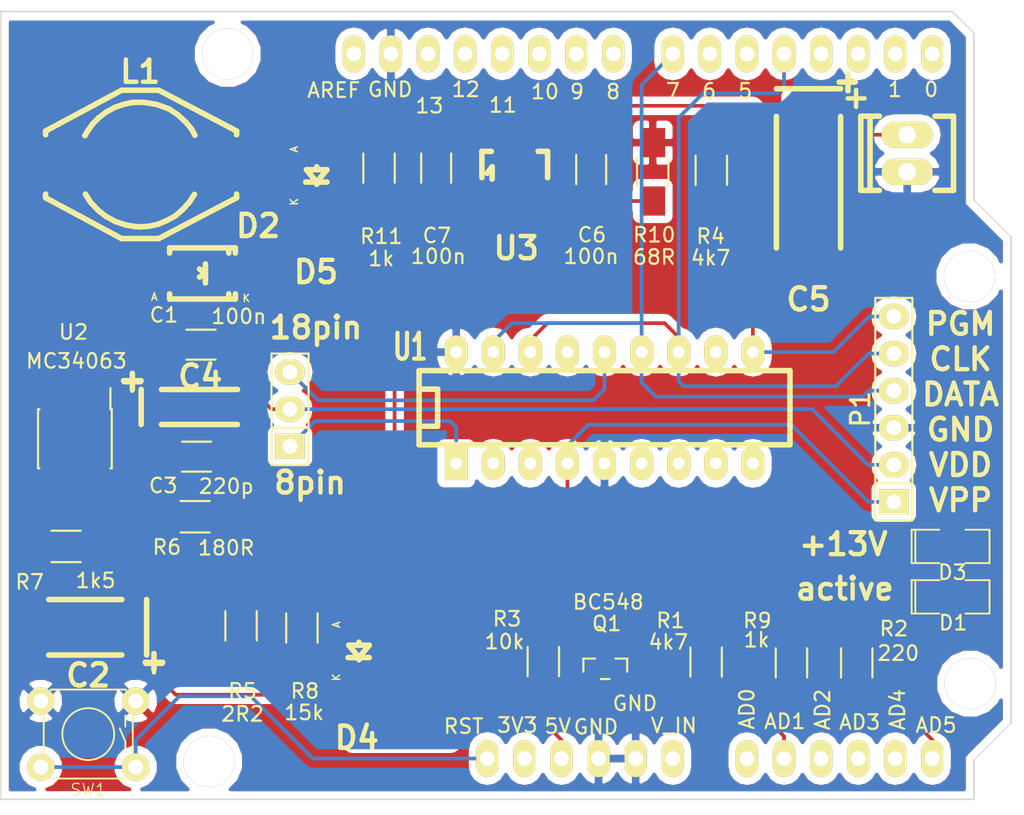
<source format=kicad_pcb>
(kicad_pcb (version 4) (host pcbnew "(2014-jul-16 BZR unknown)-product")

  (general
    (links 73)
    (no_connects 0)
    (area 129.286799 76.099199 198.576401 130.148801)
    (thickness 1.6)
    (drawings 34)
    (tracks 234)
    (zones 0)
    (modules 37)
    (nets 26)
  )

  (page A4)
  (layers
    (0 F.Cu signal)
    (31 B.Cu signal hide)
    (32 B.Adhes user)
    (33 F.Adhes user)
    (34 B.Paste user)
    (35 F.Paste user)
    (36 B.SilkS user)
    (37 F.SilkS user)
    (38 B.Mask user)
    (39 F.Mask user)
    (40 Dwgs.User user)
    (41 Cmts.User user)
    (42 Eco1.User user)
    (43 Eco2.User user)
    (44 Edge.Cuts user)
    (45 Margin user)
    (46 B.CrtYd user)
    (47 F.CrtYd user)
    (48 B.Fab user)
    (49 F.Fab user)
  )

  (setup
    (last_trace_width 0.254)
    (trace_clearance 0.254)
    (zone_clearance 0.508)
    (zone_45_only no)
    (trace_min 0.254)
    (segment_width 0.2)
    (edge_width 0.1)
    (via_size 0.889)
    (via_drill 0.635)
    (via_min_size 0.889)
    (via_min_drill 0.508)
    (uvia_size 0.508)
    (uvia_drill 0.127)
    (uvias_allowed no)
    (uvia_min_size 0.508)
    (uvia_min_drill 0.127)
    (pcb_text_width 0.3)
    (pcb_text_size 1.5 1.5)
    (mod_edge_width 0.15)
    (mod_text_size 1 1)
    (mod_text_width 0.15)
    (pad_size 1.5 1.5)
    (pad_drill 0.6)
    (pad_to_mask_clearance 0)
    (aux_axis_origin 0 0)
    (visible_elements FFFFFF7F)
    (pcbplotparams
      (layerselection 0x00030_80000001)
      (usegerberextensions false)
      (excludeedgelayer true)
      (linewidth 0.100000)
      (plotframeref false)
      (viasonmask false)
      (mode 1)
      (useauxorigin false)
      (hpglpennumber 1)
      (hpglpenspeed 20)
      (hpglpendiameter 15)
      (hpglpenoverlay 2)
      (psnegative false)
      (psa4output false)
      (plotreference true)
      (plotvalue true)
      (plotinvisibletext false)
      (padsonsilk false)
      (subtractmaskfromsilk false)
      (outputformat 1)
      (mirror false)
      (drillshape 0)
      (scaleselection 1)
      (outputdirectory ""))
  )

  (net 0 "")
  (net 1 "VDD(D2)")
  (net 2 GND)
  (net 3 5V)
  (net 4 "Net-(C3-Pad1)")
  (net 5 13V)
  (net 6 "Net-(C5-Pad1)")
  (net 7 "Net-(C6-Pad2)")
  (net 8 "Net-(D1-Pad1)")
  (net 9 "Net-(D2-Pad1)")
  (net 10 "Net-(D3-Pad1)")
  (net 11 ZIF1)
  (net 12 ZIF14)
  (net 13 "Net-(L1-Pad2)")
  (net 14 VPP)
  (net 15 "DATA(D7)")
  (net 16 "CLK(D4)")
  (net 17 PGM)
  (net 18 "Net-(Q1-Pad2)")
  (net 19 "MCLR(A1)")
  (net 20 "ACTIVITY(A5)")
  (net 21 "Net-(R6-Pad2)")
  (net 22 "Net-(R7-Pad1)")
  (net 23 RESET)
  (net 24 "Net-(C4-Pad1)")
  (net 25 "Net-(C7-Pad1)")

  (net_class Default "This is the default net class."
    (clearance 0.254)
    (trace_width 0.254)
    (via_dia 0.889)
    (via_drill 0.635)
    (uvia_dia 0.508)
    (uvia_drill 0.127)
    (add_net 13V)
    (add_net 5V)
    (add_net "ACTIVITY(A5)")
    (add_net "CLK(D4)")
    (add_net "DATA(D7)")
    (add_net GND)
    (add_net "MCLR(A1)")
    (add_net "Net-(C3-Pad1)")
    (add_net "Net-(C4-Pad1)")
    (add_net "Net-(C5-Pad1)")
    (add_net "Net-(C6-Pad2)")
    (add_net "Net-(C7-Pad1)")
    (add_net "Net-(D1-Pad1)")
    (add_net "Net-(D2-Pad1)")
    (add_net "Net-(D3-Pad1)")
    (add_net "Net-(L1-Pad2)")
    (add_net "Net-(Q1-Pad2)")
    (add_net "Net-(R6-Pad2)")
    (add_net "Net-(R7-Pad1)")
    (add_net PGM)
    (add_net RESET)
    (add_net "VDD(D2)")
    (add_net VPP)
    (add_net ZIF1)
    (add_net ZIF14)
  )

  (module Capacitors_SMD:C_1206_HandSoldering (layer F.Cu) (tedit 5440CCF9) (tstamp 543FF1D3)
    (at 143.0528 98.9584 180)
    (descr "Capacitor SMD 1206, hand soldering")
    (tags "capacitor 1206")
    (path /543FBBF4)
    (attr smd)
    (fp_text reference C1 (at 2.54 2.032 180) (layer F.SilkS)
      (effects (font (size 1 1) (thickness 0.15)))
    )
    (fp_text value 100n (at -2.5908 1.9304 180) (layer F.SilkS)
      (effects (font (size 1 1) (thickness 0.15)))
    )
    (fp_line (start -3.3 -1.15) (end 3.3 -1.15) (layer F.CrtYd) (width 0.05))
    (fp_line (start -3.3 1.15) (end 3.3 1.15) (layer F.CrtYd) (width 0.05))
    (fp_line (start -3.3 -1.15) (end -3.3 1.15) (layer F.CrtYd) (width 0.05))
    (fp_line (start 3.3 -1.15) (end 3.3 1.15) (layer F.CrtYd) (width 0.05))
    (fp_line (start 1 -1.025) (end -1 -1.025) (layer F.SilkS) (width 0.15))
    (fp_line (start -1 1.025) (end 1 1.025) (layer F.SilkS) (width 0.15))
    (pad 1 smd rect (at -2 0 180) (size 2 1.6) (layers F.Cu F.Paste F.Mask)
      (net 1 "VDD(D2)"))
    (pad 2 smd rect (at 2 0 180) (size 2 1.6) (layers F.Cu F.Paste F.Mask)
      (net 2 GND))
    (model Capacitors_SMD/C_1206N.wrl
      (at (xyz 0 0 0))
      (scale (xyz 1 1 1))
      (rotate (xyz 0 0 0))
    )
  )

  (module Capacitors_SMD:C_1206_HandSoldering (layer F.Cu) (tedit 5440CCB6) (tstamp 543FF1EB)
    (at 142.748 106.6292)
    (descr "Capacitor SMD 1206, hand soldering")
    (tags "capacitor 1206")
    (path /54407D45)
    (attr smd)
    (fp_text reference C3 (at -2.286 1.9812) (layer F.SilkS)
      (effects (font (size 1 1) (thickness 0.15)))
    )
    (fp_text value 220p (at 2.032 2.032) (layer F.SilkS)
      (effects (font (size 1 1) (thickness 0.15)))
    )
    (fp_line (start -3.3 -1.15) (end 3.3 -1.15) (layer F.CrtYd) (width 0.05))
    (fp_line (start -3.3 1.15) (end 3.3 1.15) (layer F.CrtYd) (width 0.05))
    (fp_line (start -3.3 -1.15) (end -3.3 1.15) (layer F.CrtYd) (width 0.05))
    (fp_line (start 3.3 -1.15) (end 3.3 1.15) (layer F.CrtYd) (width 0.05))
    (fp_line (start 1 -1.025) (end -1 -1.025) (layer F.SilkS) (width 0.15))
    (fp_line (start -1 1.025) (end 1 1.025) (layer F.SilkS) (width 0.15))
    (pad 1 smd rect (at -2 0) (size 2 1.6) (layers F.Cu F.Paste F.Mask)
      (net 4 "Net-(C3-Pad1)"))
    (pad 2 smd rect (at 2 0) (size 2 1.6) (layers F.Cu F.Paste F.Mask)
      (net 2 GND))
    (model Capacitors_SMD/C_1206N.wrl
      (at (xyz 0 0 0))
      (scale (xyz 1 1 1))
      (rotate (xyz 0 0 0))
    )
  )

  (module Capacitors_Tantalum_SMD:TantalC_SizeA_EIA-3216_HandSoldering (layer F.Cu) (tedit 5440CD00) (tstamp 543FF1F7)
    (at 142.9512 103.2256)
    (descr "Tantal Cap. , Size A, EIA-3216, Hand Soldering,")
    (tags "Tantal Cap. , Size A, EIA-3216, Hand Soldering,")
    (path /54406B81)
    (attr smd)
    (fp_text reference C4 (at 0.0508 -2.0828 180) (layer F.SilkS)
      (effects (font (thickness 0.3048)))
    )
    (fp_text value 10m/16V (at -0.09906 3.0988) (layer F.SilkS) hide
      (effects (font (thickness 0.3048)))
    )
    (fp_text user + (at -4.59994 -1.80086) (layer F.SilkS)
      (effects (font (thickness 0.3048)))
    )
    (fp_line (start -2.60096 1.19888) (end 2.60096 1.19888) (layer F.SilkS) (width 0.381))
    (fp_line (start 2.60096 -1.19888) (end -2.60096 -1.19888) (layer F.SilkS) (width 0.381))
    (fp_line (start -4.59994 -2.2987) (end -4.59994 -1.19888) (layer F.SilkS) (width 0.381))
    (fp_line (start -5.19938 -1.79832) (end -4.0005 -1.79832) (layer F.SilkS) (width 0.381))
    (fp_line (start -3.99542 -1.19888) (end -3.99542 1.19888) (layer F.SilkS) (width 0.381))
    (pad 2 smd rect (at 1.99898 0) (size 2.99974 1.50114) (layers F.Cu F.Paste F.Mask)
      (net 2 GND))
    (pad 1 smd rect (at -1.99898 0) (size 2.99974 1.50114) (layers F.Cu F.Paste F.Mask)
      (net 24 "Net-(C4-Pad1)"))
  )

  (module Capacitors_Tantalum_SMD:TantalC_SizeD_EIA-7343_HandSoldering (layer F.Cu) (tedit 5440CEAD) (tstamp 543FF203)
    (at 184.658 87.8332 270)
    (descr "Tantal Cap. , Size D, EIA-7343, Hand Soldering,")
    (tags "Tantal Cap. , Size D, EIA-7343, Hand Soldering,")
    (path /544119A7)
    (attr smd)
    (fp_text reference C5 (at 8.0264 0 360) (layer F.SilkS)
      (effects (font (thickness 0.3048)))
    )
    (fp_text value 33m/35V (at -0.09906 3.59918 270) (layer F.SilkS) hide
      (effects (font (thickness 0.3048)))
    )
    (fp_line (start -6.40334 -2.19964) (end -6.40334 2.19964) (layer F.SilkS) (width 0.381))
    (fp_line (start -4.50088 2.19964) (end 4.50088 2.19964) (layer F.SilkS) (width 0.381))
    (fp_line (start 4.50088 -2.19964) (end -4.50088 -2.19964) (layer F.SilkS) (width 0.381))
    (fp_text user + (at -5.7404 -3.1496 270) (layer F.SilkS)
      (effects (font (thickness 0.3048)))
    )
    (fp_line (start -6.858 -3.20294) (end -6.858 -2.10312) (layer F.SilkS) (width 0.381))
    (fp_line (start -7.45744 -2.70256) (end -6.25856 -2.70256) (layer F.SilkS) (width 0.381))
    (pad 2 smd rect (at 3.88874 0 270) (size 4.0005 2.70002) (layers F.Cu F.Paste F.Mask)
      (net 2 GND))
    (pad 1 smd rect (at -3.88874 0 270) (size 4.0005 2.70002) (layers F.Cu F.Paste F.Mask)
      (net 6 "Net-(C5-Pad1)"))
  )

  (module Capacitors_SMD:C_1206_HandSoldering (layer F.Cu) (tedit 5440CE91) (tstamp 543FF20F)
    (at 169.7736 86.9696 270)
    (descr "Capacitor SMD 1206, hand soldering")
    (tags "capacitor 1206")
    (path /5440F98F)
    (attr smd)
    (fp_text reference C6 (at 4.4704 -0.0508 360) (layer F.SilkS)
      (effects (font (size 1 1) (thickness 0.15)))
    )
    (fp_text value 100n (at 5.9436 0 360) (layer F.SilkS)
      (effects (font (size 1 1) (thickness 0.15)))
    )
    (fp_line (start -3.3 -1.15) (end 3.3 -1.15) (layer F.CrtYd) (width 0.05))
    (fp_line (start -3.3 1.15) (end 3.3 1.15) (layer F.CrtYd) (width 0.05))
    (fp_line (start -3.3 -1.15) (end -3.3 1.15) (layer F.CrtYd) (width 0.05))
    (fp_line (start 3.3 -1.15) (end 3.3 1.15) (layer F.CrtYd) (width 0.05))
    (fp_line (start 1 -1.025) (end -1 -1.025) (layer F.SilkS) (width 0.15))
    (fp_line (start -1 1.025) (end 1 1.025) (layer F.SilkS) (width 0.15))
    (pad 1 smd rect (at -2 0 270) (size 2 1.6) (layers F.Cu F.Paste F.Mask)
      (net 6 "Net-(C5-Pad1)"))
    (pad 2 smd rect (at 2 0 270) (size 2 1.6) (layers F.Cu F.Paste F.Mask)
      (net 7 "Net-(C6-Pad2)"))
    (model Capacitors_SMD/C_1206N.wrl
      (at (xyz 0 0 0))
      (scale (xyz 1 1 1))
      (rotate (xyz 0 0 0))
    )
  )

  (module Capacitors_SMD:C_1206_HandSoldering (layer F.Cu) (tedit 5440CE84) (tstamp 5440CD72)
    (at 159.1564 86.868 90)
    (descr "Capacitor SMD 1206, hand soldering")
    (tags "capacitor 1206")
    (path /5440FB1D)
    (attr smd)
    (fp_text reference C7 (at -4.6228 0.0508 180) (layer F.SilkS)
      (effects (font (size 1 1) (thickness 0.15)))
    )
    (fp_text value 100n (at -6.0452 0.1524 180) (layer F.SilkS)
      (effects (font (size 1 1) (thickness 0.15)))
    )
    (fp_line (start -3.3 -1.15) (end 3.3 -1.15) (layer F.CrtYd) (width 0.05))
    (fp_line (start -3.3 1.15) (end 3.3 1.15) (layer F.CrtYd) (width 0.05))
    (fp_line (start -3.3 -1.15) (end -3.3 1.15) (layer F.CrtYd) (width 0.05))
    (fp_line (start 3.3 -1.15) (end 3.3 1.15) (layer F.CrtYd) (width 0.05))
    (fp_line (start 1 -1.025) (end -1 -1.025) (layer F.SilkS) (width 0.15))
    (fp_line (start -1 1.025) (end 1 1.025) (layer F.SilkS) (width 0.15))
    (pad 1 smd rect (at -2 0 90) (size 2 1.6) (layers F.Cu F.Paste F.Mask)
      (net 25 "Net-(C7-Pad1)"))
    (pad 2 smd rect (at 2 0 90) (size 2 1.6) (layers F.Cu F.Paste F.Mask)
      (net 7 "Net-(C6-Pad2)"))
    (model Capacitors_SMD/C_1206N.wrl
      (at (xyz 0 0 0))
      (scale (xyz 1 1 1))
      (rotate (xyz 0 0 0))
    )
  )

  (module Diodes_SMD:Diode-SMA_Handsoldering (layer F.Cu) (tedit 5440CC3E) (tstamp 543FF238)
    (at 143.1544 94.0816)
    (descr "Diode SMA Handsoldering")
    (tags "Diode SMA Handsoldering")
    (path /54407608)
    (attr smd)
    (fp_text reference D2 (at 3.81 -3.2512) (layer F.SilkS)
      (effects (font (thickness 0.3048)))
    )
    (fp_text value 1N5819 (at 0 3.81) (layer F.SilkS) hide
      (effects (font (thickness 0.3048)))
    )
    (fp_line (start 0.20066 -0.65024) (end 0.20066 0.65024) (layer F.SilkS) (width 0.381))
    (fp_line (start 0.20066 0) (end -0.20066 0.24892) (layer F.SilkS) (width 0.381))
    (fp_line (start 0.20066 0) (end -0.20066 -0.29972) (layer F.SilkS) (width 0.381))
    (fp_text user A (at -3.29946 1.6002) (layer F.SilkS)
      (effects (font (size 0.50038 0.50038) (thickness 0.09906)))
    )
    (fp_text user K (at 2.99974 1.69926) (layer F.SilkS)
      (effects (font (size 0.50038 0.50038) (thickness 0.09906)))
    )
    (fp_line (start 1.80086 1.75006) (end 1.80086 1.39954) (layer F.SilkS) (width 0.381))
    (fp_line (start 1.80086 -1.75006) (end 1.80086 -1.39954) (layer F.SilkS) (width 0.381))
    (fp_line (start 2.25044 1.75006) (end 2.25044 1.39954) (layer F.SilkS) (width 0.381))
    (fp_line (start -2.25044 1.75006) (end -2.25044 1.39954) (layer F.SilkS) (width 0.381))
    (fp_line (start -2.25044 -1.75006) (end -2.25044 -1.39954) (layer F.SilkS) (width 0.381))
    (fp_line (start 2.25044 -1.75006) (end 2.25044 -1.39954) (layer F.SilkS) (width 0.381))
    (fp_line (start -2.25044 1.75006) (end 2.25044 1.75006) (layer F.SilkS) (width 0.381))
    (fp_line (start -2.25044 -1.75006) (end 2.25044 -1.75006) (layer F.SilkS) (width 0.381))
    (pad 1 smd rect (at -2.49936 0) (size 3.50012 1.80086) (layers F.Cu F.Paste F.Mask)
      (net 9 "Net-(D2-Pad1)"))
    (pad 2 smd rect (at 2.49936 0) (size 3.50012 1.80086) (layers F.Cu F.Paste F.Mask)
      (net 24 "Net-(C4-Pad1)"))
    (model smd/do214.wrl
      (at (xyz 0 0 0))
      (scale (xyz 1 1 1))
      (rotate (xyz 0 0 0))
    )
  )

  (module Pin_Headers:Pin_Header_Straight_1x03 (layer F.Cu) (tedit 5440CCC3) (tstamp 543FF250)
    (at 149.1488 103.378 90)
    (descr "Through hole pin header")
    (tags "pin header")
    (path /543FB7B3)
    (fp_text reference JP1 (at 0 -2.286 90) (layer F.SilkS) hide
      (effects (font (size 1.27 1.27) (thickness 0.2032)))
    )
    (fp_text value JUMPER3 (at 0 0 90) (layer F.SilkS) hide
      (effects (font (size 1.27 1.27) (thickness 0.2032)))
    )
    (fp_line (start -1.27 1.27) (end 3.81 1.27) (layer F.SilkS) (width 0.15))
    (fp_line (start 3.81 1.27) (end 3.81 -1.27) (layer F.SilkS) (width 0.15))
    (fp_line (start 3.81 -1.27) (end -1.27 -1.27) (layer F.SilkS) (width 0.15))
    (fp_line (start -3.81 -1.27) (end -1.27 -1.27) (layer F.SilkS) (width 0.15))
    (fp_line (start -1.27 -1.27) (end -1.27 1.27) (layer F.SilkS) (width 0.15))
    (fp_line (start -3.81 -1.27) (end -3.81 1.27) (layer F.SilkS) (width 0.15))
    (fp_line (start -3.81 1.27) (end -1.27 1.27) (layer F.SilkS) (width 0.15))
    (pad 1 thru_hole rect (at -2.54 0 90) (size 1.7272 2.032) (drill 1.016) (layers *.Cu *.Mask F.SilkS)
      (net 11 ZIF1))
    (pad 2 thru_hole oval (at 0 0 90) (size 1.7272 2.032) (drill 1.016) (layers *.Cu *.Mask F.SilkS)
      (net 1 "VDD(D2)"))
    (pad 3 thru_hole oval (at 2.54 0 90) (size 1.7272 2.032) (drill 1.016) (layers *.Cu *.Mask F.SilkS)
      (net 12 ZIF14))
    (model Pin_Headers/Pin_Header_Straight_1x03.wrl
      (at (xyz 0 0 0))
      (scale (xyz 1 1 1))
      (rotate (xyz 0 0 0))
    )
  )

  (module Choke_SMD:Choke_SMD_PISN_Handsoldering_FASTRON (layer F.Cu) (tedit 543FF0E6) (tstamp 543FF283)
    (at 138.8872 86.614)
    (descr "Choke, Drossel, PISN, SMD, Fastron,")
    (tags "Choke, Drossel, PISN, SMD, Fastron,")
    (path /54408FD8)
    (attr smd)
    (fp_text reference L1 (at 0 -6.35) (layer F.SilkS)
      (effects (font (thickness 0.3048)))
    )
    (fp_text value 220uH (at 1.27 7.62) (layer F.SilkS) hide
      (effects (font (thickness 0.3048)))
    )
    (fp_line (start 0 -0.254) (end 0 0.254) (layer F.Adhes) (width 0.381))
    (fp_circle (center 0 0) (end 0.254 1.016) (layer F.Adhes) (width 0.381))
    (fp_circle (center 0 0) (end 0.254 0.762) (layer F.Adhes) (width 0.381))
    (fp_circle (center 0 0) (end 0 0.508) (layer F.Adhes) (width 0.381))
    (fp_circle (center 0 0) (end 0.254 0) (layer F.Adhes) (width 0.381))
    (fp_line (start 0 -4.25704) (end -0.54864 -4.24688) (layer F.SilkS) (width 0.381))
    (fp_line (start -0.54864 -4.24688) (end -1.143 -4.10972) (layer F.SilkS) (width 0.381))
    (fp_line (start -1.143 -4.10972) (end -1.73736 -3.90652) (layer F.SilkS) (width 0.381))
    (fp_line (start -1.73736 -3.90652) (end -2.34696 -3.57124) (layer F.SilkS) (width 0.381))
    (fp_line (start -2.34696 -3.57124) (end -2.86004 -3.175) (layer F.SilkS) (width 0.381))
    (fp_line (start -2.86004 -3.175) (end -3.26136 -2.76352) (layer F.SilkS) (width 0.381))
    (fp_line (start -3.26136 -2.76352) (end -3.61188 -2.27076) (layer F.SilkS) (width 0.381))
    (fp_line (start -3.61188 -2.27076) (end -3.7846 -1.97104) (layer F.SilkS) (width 0.381))
    (fp_line (start -3.7846 -1.97104) (end -3.7846 -1.98628) (layer F.SilkS) (width 0.381))
    (fp_line (start -0.0254 -4.25704) (end 0.44704 -4.22656) (layer F.SilkS) (width 0.381))
    (fp_line (start 0.44704 -4.22656) (end 1.143 -4.09956) (layer F.SilkS) (width 0.381))
    (fp_line (start 1.143 -4.09956) (end 1.97612 -3.79984) (layer F.SilkS) (width 0.381))
    (fp_line (start 1.97612 -3.79984) (end 2.57048 -3.4036) (layer F.SilkS) (width 0.381))
    (fp_line (start 2.57048 -3.4036) (end 3.11912 -2.90068) (layer F.SilkS) (width 0.381))
    (fp_line (start 3.11912 -2.90068) (end 3.52044 -2.41808) (layer F.SilkS) (width 0.381))
    (fp_line (start 3.52044 -2.41808) (end 3.74904 -1.99644) (layer F.SilkS) (width 0.381))
    (fp_line (start 0 4.28244) (end -0.40132 4.24688) (layer F.SilkS) (width 0.381))
    (fp_line (start -0.40132 4.24688) (end -0.99568 4.14528) (layer F.SilkS) (width 0.381))
    (fp_line (start -0.99568 4.14528) (end -1.69164 3.91668) (layer F.SilkS) (width 0.381))
    (fp_line (start -1.69164 3.91668) (end -2.35712 3.55092) (layer F.SilkS) (width 0.381))
    (fp_line (start -2.35712 3.55092) (end -2.88036 3.13944) (layer F.SilkS) (width 0.381))
    (fp_line (start -2.88036 3.13944) (end -3.41884 2.5654) (layer F.SilkS) (width 0.381))
    (fp_line (start -3.41884 2.5654) (end -3.74904 2.032) (layer F.SilkS) (width 0.381))
    (fp_line (start 0 4.27228) (end 0.59436 4.23672) (layer F.SilkS) (width 0.381))
    (fp_line (start 0.59436 4.23672) (end 1.22428 4.09956) (layer F.SilkS) (width 0.381))
    (fp_line (start 1.22428 4.09956) (end 1.81864 3.84556) (layer F.SilkS) (width 0.381))
    (fp_line (start 1.81864 3.84556) (end 2.3876 3.54076) (layer F.SilkS) (width 0.381))
    (fp_line (start 2.3876 3.54076) (end 2.91592 3.08356) (layer F.SilkS) (width 0.381))
    (fp_line (start 2.91592 3.08356) (end 3.38328 2.5654) (layer F.SilkS) (width 0.381))
    (fp_line (start 3.38328 2.5654) (end 3.71348 2.05232) (layer F.SilkS) (width 0.381))
    (fp_line (start -1.27 -5.08) (end 1.27 -5.08) (layer F.SilkS) (width 0.381))
    (fp_line (start -1.27 5.08) (end 1.27 5.08) (layer F.SilkS) (width 0.381))
    (fp_line (start 1.27 5.08) (end 6.604 2.286) (layer F.SilkS) (width 0.381))
    (fp_line (start 6.604 2.286) (end 6.604 2.032) (layer F.SilkS) (width 0.381))
    (fp_line (start -1.27 5.08) (end -6.477 2.286) (layer F.SilkS) (width 0.381))
    (fp_line (start -6.477 2.286) (end -6.477 2.032) (layer F.SilkS) (width 0.381))
    (fp_line (start 1.27 -5.08) (end 6.604 -2.286) (layer F.SilkS) (width 0.381))
    (fp_line (start 6.604 -2.286) (end 6.604 -2.032) (layer F.SilkS) (width 0.381))
    (fp_line (start -6.477 -2.286) (end -6.477 -2.032) (layer F.SilkS) (width 0.381))
    (fp_line (start -1.27 -5.08) (end -6.477 -2.286) (layer F.SilkS) (width 0.381))
    (pad 2 smd rect (at -5.6515 0.01016) (size 4.0005 2.99974) (layers F.Cu F.Paste F.Mask)
      (net 13 "Net-(L1-Pad2)"))
    (pad 1 smd rect (at 5.68198 0) (size 4.0005 2.99974) (layers F.Cu F.Paste F.Mask)
      (net 9 "Net-(D2-Pad1)"))
  )

  (module Sockets_MOLEX_KK-System:Socket_MOLEX-KK-RM2-54mm_Lock_2pin_straight (layer F.Cu) (tedit 5440CC17) (tstamp 543FF2DA)
    (at 191.4144 85.852 90)
    (descr "Socket, MOLEX, KK, RM 2.54mm, Lock, 2pin, straight,")
    (tags "Socket, MOLEX, KK, RM 2.54mm, Lock, 2pin, straight,")
    (path /5440F887)
    (fp_text reference P2 (at 0 -4.445 90) (layer F.SilkS) hide
      (effects (font (thickness 0.3048)))
    )
    (fp_text value CONN_01X02 (at -0.635 5.08 90) (layer F.SilkS) hide
      (effects (font (thickness 0.3048)))
    )
    (fp_line (start -2.54 -2.54) (end 2.54 -2.54) (layer F.SilkS) (width 0.381))
    (fp_line (start 2.54 3.175) (end 2.54 1.905) (layer F.SilkS) (width 0.381))
    (fp_line (start 2.54 -2.54) (end 2.54 -1.905) (layer F.SilkS) (width 0.381))
    (fp_line (start -2.54 2.54) (end -2.54 1.905) (layer F.SilkS) (width 0.381))
    (fp_line (start -2.54 -2.54) (end -2.54 -1.905) (layer F.SilkS) (width 0.381))
    (fp_line (start -2.54 -2.54) (end -2.54 -3.175) (layer F.SilkS) (width 0.381))
    (fp_line (start -2.54 -3.175) (end 2.54 -3.175) (layer F.SilkS) (width 0.381))
    (fp_line (start 2.54 -3.175) (end 2.54 -2.54) (layer F.SilkS) (width 0.381))
    (fp_line (start 2.54 3.175) (end -2.54 3.175) (layer F.SilkS) (width 0.381))
    (fp_line (start -2.54 3.175) (end -2.54 2.54) (layer F.SilkS) (width 0.381))
    (pad 1 thru_hole oval (at -1.27 0 90) (size 1.80086 3.50012) (drill 1.19888) (layers *.Cu *.Mask F.SilkS)
      (net 2 GND))
    (pad 2 thru_hole oval (at 1.27 0 90) (size 1.80086 3.50012) (drill 1.19888) (layers *.Cu *.Mask F.SilkS)
      (net 6 "Net-(C5-Pad1)"))
  )

  (module Transistors_SMD:sot23 (layer F.Cu) (tedit 5440CFE8) (tstamp 543FF2E6)
    (at 170.7388 121.158)
    (descr SOT23)
    (path /543FCCA5)
    (attr smd)
    (fp_text reference Q1 (at 0.1016 -3.0988) (layer F.SilkS)
      (effects (font (size 1 1) (thickness 0.15)))
    )
    (fp_text value BC548 (at 0.2032 -4.572) (layer F.SilkS)
      (effects (font (size 1 1) (thickness 0.15)))
    )
    (fp_line (start -1.5 0.2) (end -1.5 -0.7) (layer F.SilkS) (width 0.15))
    (fp_line (start -1.5 -0.7) (end -0.7 -0.7) (layer F.SilkS) (width 0.15))
    (fp_line (start 1.5 0.2) (end 1.5 -0.7) (layer F.SilkS) (width 0.15))
    (fp_line (start 1.5 -0.7) (end 0.7 -0.7) (layer F.SilkS) (width 0.15))
    (fp_line (start 0.3 0.7) (end -0.3 0.7) (layer F.SilkS) (width 0.15))
    (pad 1 smd rect (at -0.9525 1.05664) (size 0.59944 1.00076) (layers F.Cu F.Paste F.Mask)
      (net 14 VPP))
    (pad 3 smd rect (at 0 -1.05664) (size 0.59944 1.00076) (layers F.Cu F.Paste F.Mask)
      (net 2 GND))
    (pad 2 smd rect (at 0.9525 1.05664) (size 0.59944 1.00076) (layers F.Cu F.Paste F.Mask)
      (net 18 "Net-(Q1-Pad2)"))
    (model smd/smd_transistors/sot23.wrl
      (at (xyz 0 0 0))
      (scale (xyz 1 1 1))
      (rotate (xyz 0 0 0))
    )
  )

  (module Resistors_SMD:R_1206_HandSoldering (layer F.Cu) (tedit 5440D27D) (tstamp 543FF2F2)
    (at 177.6476 120.7008 270)
    (descr "Resistor SMD 1206, hand soldering")
    (tags "resistor 1206")
    (path /543FCDA2)
    (attr smd)
    (fp_text reference R1 (at -2.8448 2.4384 360) (layer F.SilkS)
      (effects (font (size 1 1) (thickness 0.15)))
    )
    (fp_text value 4k7 (at -1.3716 2.5908 360) (layer F.SilkS)
      (effects (font (size 1 1) (thickness 0.15)))
    )
    (fp_line (start -3.3 -1.2) (end 3.3 -1.2) (layer F.CrtYd) (width 0.05))
    (fp_line (start -3.3 1.2) (end 3.3 1.2) (layer F.CrtYd) (width 0.05))
    (fp_line (start -3.3 -1.2) (end -3.3 1.2) (layer F.CrtYd) (width 0.05))
    (fp_line (start 3.3 -1.2) (end 3.3 1.2) (layer F.CrtYd) (width 0.05))
    (fp_line (start 1 1.075) (end -1 1.075) (layer F.SilkS) (width 0.15))
    (fp_line (start -1 -1.075) (end 1 -1.075) (layer F.SilkS) (width 0.15))
    (pad 1 smd rect (at -2 0 270) (size 2 1.7) (layers F.Cu F.Paste F.Mask)
      (net 18 "Net-(Q1-Pad2)"))
    (pad 2 smd rect (at 2 0 270) (size 2 1.7) (layers F.Cu F.Paste F.Mask)
      (net 19 "MCLR(A1)"))
    (model Resistors_SMD/R_1206.wrl
      (at (xyz 0 0 0))
      (scale (xyz 1 1 1))
      (rotate (xyz 0 0 0))
    )
  )

  (module Resistors_SMD:R_1206_HandSoldering (layer F.Cu) (tedit 5440D2F7) (tstamp 543FF2FE)
    (at 187.96 120.7516 270)
    (descr "Resistor SMD 1206, hand soldering")
    (tags "resistor 1206")
    (path /543FEABB)
    (attr smd)
    (fp_text reference R2 (at -2.3368 -2.54 360) (layer F.SilkS)
      (effects (font (size 1 1) (thickness 0.15)))
    )
    (fp_text value 220 (at -0.6604 -2.8448 360) (layer F.SilkS)
      (effects (font (size 1 1) (thickness 0.15)))
    )
    (fp_line (start -3.3 -1.2) (end 3.3 -1.2) (layer F.CrtYd) (width 0.05))
    (fp_line (start -3.3 1.2) (end 3.3 1.2) (layer F.CrtYd) (width 0.05))
    (fp_line (start -3.3 -1.2) (end -3.3 1.2) (layer F.CrtYd) (width 0.05))
    (fp_line (start 3.3 -1.2) (end 3.3 1.2) (layer F.CrtYd) (width 0.05))
    (fp_line (start 1 1.075) (end -1 1.075) (layer F.SilkS) (width 0.15))
    (fp_line (start -1 -1.075) (end 1 -1.075) (layer F.SilkS) (width 0.15))
    (pad 1 smd rect (at -2 0 270) (size 2 1.7) (layers F.Cu F.Paste F.Mask)
      (net 8 "Net-(D1-Pad1)"))
    (pad 2 smd rect (at 2 0 270) (size 2 1.7) (layers F.Cu F.Paste F.Mask)
      (net 20 "ACTIVITY(A5)"))
    (model Resistors_SMD/R_1206.wrl
      (at (xyz 0 0 0))
      (scale (xyz 1 1 1))
      (rotate (xyz 0 0 0))
    )
  )

  (module Resistors_SMD:R_1206_HandSoldering (layer F.Cu) (tedit 5447A439) (tstamp 5440D23D)
    (at 166.497 120.6627 90)
    (descr "Resistor SMD 1206, hand soldering")
    (tags "resistor 1206")
    (path /543FCC61)
    (attr smd)
    (fp_text reference R3 (at 2.921 -2.4892 180) (layer F.SilkS)
      (effects (font (size 1 1) (thickness 0.15)))
    )
    (fp_text value 10k (at 1.3589 -2.6543 180) (layer F.SilkS)
      (effects (font (size 1 1) (thickness 0.15)))
    )
    (fp_line (start -3.3 -1.2) (end 3.3 -1.2) (layer F.CrtYd) (width 0.05))
    (fp_line (start -3.3 1.2) (end 3.3 1.2) (layer F.CrtYd) (width 0.05))
    (fp_line (start -3.3 -1.2) (end -3.3 1.2) (layer F.CrtYd) (width 0.05))
    (fp_line (start 3.3 -1.2) (end 3.3 1.2) (layer F.CrtYd) (width 0.05))
    (fp_line (start 1 1.075) (end -1 1.075) (layer F.SilkS) (width 0.15))
    (fp_line (start -1 -1.075) (end 1 -1.075) (layer F.SilkS) (width 0.15))
    (pad 1 smd rect (at -2 0 90) (size 2 1.7) (layers F.Cu F.Paste F.Mask)
      (net 5 13V))
    (pad 2 smd rect (at 2 0 90) (size 2 1.7) (layers F.Cu F.Paste F.Mask)
      (net 14 VPP))
    (model Resistors_SMD/R_1206.wrl
      (at (xyz 0 0 0))
      (scale (xyz 1 1 1))
      (rotate (xyz 0 0 0))
    )
  )

  (module Resistors_SMD:R_1206_HandSoldering (layer F.Cu) (tedit 5440CEA2) (tstamp 543FF9B6)
    (at 178.0032 87.0204 90)
    (descr "Resistor SMD 1206, hand soldering")
    (tags "resistor 1206")
    (path /543FCB5E)
    (attr smd)
    (fp_text reference R4 (at -4.5212 -0.0508 180) (layer F.SilkS)
      (effects (font (size 1 1) (thickness 0.15)))
    )
    (fp_text value 4k7 (at -5.9944 -0.0508 180) (layer F.SilkS)
      (effects (font (size 1 1) (thickness 0.15)))
    )
    (fp_line (start -3.3 -1.2) (end 3.3 -1.2) (layer F.CrtYd) (width 0.05))
    (fp_line (start -3.3 1.2) (end 3.3 1.2) (layer F.CrtYd) (width 0.05))
    (fp_line (start -3.3 -1.2) (end -3.3 1.2) (layer F.CrtYd) (width 0.05))
    (fp_line (start 3.3 -1.2) (end 3.3 1.2) (layer F.CrtYd) (width 0.05))
    (fp_line (start 1 1.075) (end -1 1.075) (layer F.SilkS) (width 0.15))
    (fp_line (start -1 -1.075) (end 1 -1.075) (layer F.SilkS) (width 0.15))
    (pad 1 smd rect (at -2 0 90) (size 2 1.7) (layers F.Cu F.Paste F.Mask)
      (net 17 PGM))
    (pad 2 smd rect (at 2 0 90) (size 2 1.7) (layers F.Cu F.Paste F.Mask)
      (net 2 GND))
    (model Resistors_SMD/R_1206.wrl
      (at (xyz 0 0 0))
      (scale (xyz 1 1 1))
      (rotate (xyz 0 0 0))
    )
  )

  (module Resistors_SMD:R_1206_HandSoldering (layer F.Cu) (tedit 5440CEEB) (tstamp 5440C46E)
    (at 145.796 118.2116 90)
    (descr "Resistor SMD 1206, hand soldering")
    (tags "resistor 1206")
    (path /54408974)
    (attr smd)
    (fp_text reference R5 (at -4.4704 0.1016 180) (layer F.SilkS)
      (effects (font (size 1 1) (thickness 0.15)))
    )
    (fp_text value 2R2 (at -6.0452 0.1016 180) (layer F.SilkS)
      (effects (font (size 1 1) (thickness 0.15)))
    )
    (fp_line (start -3.3 -1.2) (end 3.3 -1.2) (layer F.CrtYd) (width 0.05))
    (fp_line (start -3.3 1.2) (end 3.3 1.2) (layer F.CrtYd) (width 0.05))
    (fp_line (start -3.3 -1.2) (end -3.3 1.2) (layer F.CrtYd) (width 0.05))
    (fp_line (start 3.3 -1.2) (end 3.3 1.2) (layer F.CrtYd) (width 0.05))
    (fp_line (start 1 1.075) (end -1 1.075) (layer F.SilkS) (width 0.15))
    (fp_line (start -1 -1.075) (end 1 -1.075) (layer F.SilkS) (width 0.15))
    (pad 1 smd rect (at -2 0 90) (size 2 1.7) (layers F.Cu F.Paste F.Mask)
      (net 3 5V))
    (pad 2 smd rect (at 2 0 90) (size 2 1.7) (layers F.Cu F.Paste F.Mask)
      (net 13 "Net-(L1-Pad2)"))
    (model Resistors_SMD/R_1206.wrl
      (at (xyz 0 0 0))
      (scale (xyz 1 1 1))
      (rotate (xyz 0 0 0))
    )
  )

  (module Resistors_SMD:R_1206_HandSoldering (layer F.Cu) (tedit 5440CCBE) (tstamp 543FF32E)
    (at 142.6464 110.744)
    (descr "Resistor SMD 1206, hand soldering")
    (tags "resistor 1206")
    (path /54407870)
    (attr smd)
    (fp_text reference R6 (at -1.9304 2.0828) (layer F.SilkS)
      (effects (font (size 1 1) (thickness 0.15)))
    )
    (fp_text value 180R (at 2.1336 2.1336) (layer F.SilkS)
      (effects (font (size 1 1) (thickness 0.15)))
    )
    (fp_line (start -3.3 -1.2) (end 3.3 -1.2) (layer F.CrtYd) (width 0.05))
    (fp_line (start -3.3 1.2) (end 3.3 1.2) (layer F.CrtYd) (width 0.05))
    (fp_line (start -3.3 -1.2) (end -3.3 1.2) (layer F.CrtYd) (width 0.05))
    (fp_line (start 3.3 -1.2) (end 3.3 1.2) (layer F.CrtYd) (width 0.05))
    (fp_line (start 1 1.075) (end -1 1.075) (layer F.SilkS) (width 0.15))
    (fp_line (start -1 -1.075) (end 1 -1.075) (layer F.SilkS) (width 0.15))
    (pad 1 smd rect (at -2 0) (size 2 1.7) (layers F.Cu F.Paste F.Mask)
      (net 13 "Net-(L1-Pad2)"))
    (pad 2 smd rect (at 2 0) (size 2 1.7) (layers F.Cu F.Paste F.Mask)
      (net 21 "Net-(R6-Pad2)"))
    (model Resistors_SMD/R_1206.wrl
      (at (xyz 0 0 0))
      (scale (xyz 1 1 1))
      (rotate (xyz 0 0 0))
    )
  )

  (module Resistors_SMD:R_1206_HandSoldering (layer F.Cu) (tedit 5440CED9) (tstamp 543FF33A)
    (at 133.8072 112.776 180)
    (descr "Resistor SMD 1206, hand soldering")
    (tags "resistor 1206")
    (path /54406898)
    (attr smd)
    (fp_text reference R7 (at 2.4892 -2.4384 180) (layer F.SilkS)
      (effects (font (size 1 1) (thickness 0.15)))
    )
    (fp_text value 1k5 (at -2.032 -2.3368 180) (layer F.SilkS)
      (effects (font (size 1 1) (thickness 0.15)))
    )
    (fp_line (start -3.3 -1.2) (end 3.3 -1.2) (layer F.CrtYd) (width 0.05))
    (fp_line (start -3.3 1.2) (end 3.3 1.2) (layer F.CrtYd) (width 0.05))
    (fp_line (start -3.3 -1.2) (end -3.3 1.2) (layer F.CrtYd) (width 0.05))
    (fp_line (start 3.3 -1.2) (end 3.3 1.2) (layer F.CrtYd) (width 0.05))
    (fp_line (start 1 1.075) (end -1 1.075) (layer F.SilkS) (width 0.15))
    (fp_line (start -1 -1.075) (end 1 -1.075) (layer F.SilkS) (width 0.15))
    (pad 1 smd rect (at -2 0 180) (size 2 1.7) (layers F.Cu F.Paste F.Mask)
      (net 22 "Net-(R7-Pad1)"))
    (pad 2 smd rect (at 2 0 180) (size 2 1.7) (layers F.Cu F.Paste F.Mask)
      (net 2 GND))
    (model Resistors_SMD/R_1206.wrl
      (at (xyz 0 0 0))
      (scale (xyz 1 1 1))
      (rotate (xyz 0 0 0))
    )
  )

  (module Resistors_SMD:R_1206_HandSoldering (layer F.Cu) (tedit 5440CEF3) (tstamp 5440D213)
    (at 149.9616 118.364 270)
    (descr "Resistor SMD 1206, hand soldering")
    (tags "resistor 1206")
    (path /544068DB)
    (attr smd)
    (fp_text reference R8 (at 4.318 -0.2032 360) (layer F.SilkS)
      (effects (font (size 1 1) (thickness 0.15)))
    )
    (fp_text value 15k (at 5.7912 -0.1524 360) (layer F.SilkS)
      (effects (font (size 1 1) (thickness 0.15)))
    )
    (fp_line (start -3.3 -1.2) (end 3.3 -1.2) (layer F.CrtYd) (width 0.05))
    (fp_line (start -3.3 1.2) (end 3.3 1.2) (layer F.CrtYd) (width 0.05))
    (fp_line (start -3.3 -1.2) (end -3.3 1.2) (layer F.CrtYd) (width 0.05))
    (fp_line (start 3.3 -1.2) (end 3.3 1.2) (layer F.CrtYd) (width 0.05))
    (fp_line (start 1 1.075) (end -1 1.075) (layer F.SilkS) (width 0.15))
    (fp_line (start -1 -1.075) (end 1 -1.075) (layer F.SilkS) (width 0.15))
    (pad 1 smd rect (at -2 0 270) (size 2 1.7) (layers F.Cu F.Paste F.Mask)
      (net 24 "Net-(C4-Pad1)"))
    (pad 2 smd rect (at 2 0 270) (size 2 1.7) (layers F.Cu F.Paste F.Mask)
      (net 22 "Net-(R7-Pad1)"))
    (model Resistors_SMD/R_1206.wrl
      (at (xyz 0 0 0))
      (scale (xyz 1 1 1))
      (rotate (xyz 0 0 0))
    )
  )

  (module Resistors_SMD:R_1206_HandSoldering (layer F.Cu) (tedit 5440D2C9) (tstamp 543FF352)
    (at 183.4896 120.7516 270)
    (descr "Resistor SMD 1206, hand soldering")
    (tags "resistor 1206")
    (path /544037E6)
    (attr smd)
    (fp_text reference R9 (at -2.8956 2.3368 360) (layer F.SilkS)
      (effects (font (size 1 1) (thickness 0.15)))
    )
    (fp_text value 1k (at -1.5748 2.3876 360) (layer F.SilkS)
      (effects (font (size 1 1) (thickness 0.15)))
    )
    (fp_line (start -3.3 -1.2) (end 3.3 -1.2) (layer F.CrtYd) (width 0.05))
    (fp_line (start -3.3 1.2) (end 3.3 1.2) (layer F.CrtYd) (width 0.05))
    (fp_line (start -3.3 -1.2) (end -3.3 1.2) (layer F.CrtYd) (width 0.05))
    (fp_line (start 3.3 -1.2) (end 3.3 1.2) (layer F.CrtYd) (width 0.05))
    (fp_line (start 1 1.075) (end -1 1.075) (layer F.SilkS) (width 0.15))
    (fp_line (start -1 -1.075) (end 1 -1.075) (layer F.SilkS) (width 0.15))
    (pad 1 smd rect (at -2 0 270) (size 2 1.7) (layers F.Cu F.Paste F.Mask)
      (net 10 "Net-(D3-Pad1)"))
    (pad 2 smd rect (at 2 0 270) (size 2 1.7) (layers F.Cu F.Paste F.Mask)
      (net 5 13V))
    (model Resistors_SMD/R_1206.wrl
      (at (xyz 0 0 0))
      (scale (xyz 1 1 1))
      (rotate (xyz 0 0 0))
    )
  )

  (module Resistors_SMD:R_1206_HandSoldering (layer F.Cu) (tedit 5440CE9A) (tstamp 543FF35E)
    (at 173.99 87.122 270)
    (descr "Resistor SMD 1206, hand soldering")
    (tags "resistor 1206")
    (path /5440FC8D)
    (attr smd)
    (fp_text reference R10 (at 4.318 -0.1016 360) (layer F.SilkS)
      (effects (font (size 1 1) (thickness 0.15)))
    )
    (fp_text value 68R (at 5.842 -0.1016 360) (layer F.SilkS)
      (effects (font (size 1 1) (thickness 0.15)))
    )
    (fp_line (start -3.3 -1.2) (end 3.3 -1.2) (layer F.CrtYd) (width 0.05))
    (fp_line (start -3.3 1.2) (end 3.3 1.2) (layer F.CrtYd) (width 0.05))
    (fp_line (start -3.3 -1.2) (end -3.3 1.2) (layer F.CrtYd) (width 0.05))
    (fp_line (start 3.3 -1.2) (end 3.3 1.2) (layer F.CrtYd) (width 0.05))
    (fp_line (start 1 1.075) (end -1 1.075) (layer F.SilkS) (width 0.15))
    (fp_line (start -1 -1.075) (end 1 -1.075) (layer F.SilkS) (width 0.15))
    (pad 1 smd rect (at -2 0 270) (size 2 1.7) (layers F.Cu F.Paste F.Mask)
      (net 2 GND))
    (pad 2 smd rect (at 2 0 270) (size 2 1.7) (layers F.Cu F.Paste F.Mask)
      (net 7 "Net-(C6-Pad2)"))
    (model Resistors_SMD/R_1206.wrl
      (at (xyz 0 0 0))
      (scale (xyz 1 1 1))
      (rotate (xyz 0 0 0))
    )
  )

  (module Resistors_SMD:R_1206_HandSoldering (layer F.Cu) (tedit 5440CE7B) (tstamp 5440CD7F)
    (at 155.2448 86.868 90)
    (descr "Resistor SMD 1206, hand soldering")
    (tags "resistor 1206")
    (path /5440FB9B)
    (attr smd)
    (fp_text reference R11 (at -4.6736 0.1524 180) (layer F.SilkS)
      (effects (font (size 1 1) (thickness 0.15)))
    )
    (fp_text value 1k (at -6.1976 0.1524 180) (layer F.SilkS)
      (effects (font (size 1 1) (thickness 0.15)))
    )
    (fp_line (start -3.3 -1.2) (end 3.3 -1.2) (layer F.CrtYd) (width 0.05))
    (fp_line (start -3.3 1.2) (end 3.3 1.2) (layer F.CrtYd) (width 0.05))
    (fp_line (start -3.3 -1.2) (end -3.3 1.2) (layer F.CrtYd) (width 0.05))
    (fp_line (start 3.3 -1.2) (end 3.3 1.2) (layer F.CrtYd) (width 0.05))
    (fp_line (start 1 1.075) (end -1 1.075) (layer F.SilkS) (width 0.15))
    (fp_line (start -1 -1.075) (end 1 -1.075) (layer F.SilkS) (width 0.15))
    (pad 1 smd rect (at -2 0 90) (size 2 1.7) (layers F.Cu F.Paste F.Mask)
      (net 25 "Net-(C7-Pad1)"))
    (pad 2 smd rect (at 2 0 90) (size 2 1.7) (layers F.Cu F.Paste F.Mask)
      (net 7 "Net-(C6-Pad2)"))
    (model Resistors_SMD/R_1206.wrl
      (at (xyz 0 0 0))
      (scale (xyz 1 1 1))
      (rotate (xyz 0 0 0))
    )
  )

  (module ab2_input_devices.mod:AB2_PB_MOM_6MM_PTH_BLK (layer F.Cu) (tedit 5440CD10) (tstamp 543FF3B1)
    (at 135.3312 125.6284 180)
    (path /543FED64)
    (fp_text reference SW1 (at 0 -3.81 180) (layer F.SilkS)
      (effects (font (size 0.8128 0.8128) (thickness 0.0762)))
    )
    (fp_text value SW_PUSH (at 0 3.81 180) (layer F.SilkS) hide
      (effects (font (size 0.8128 0.8128) (thickness 0.0762)))
    )
    (fp_line (start -2.54 -0.508) (end -2.159 0.381) (layer F.SilkS) (width 0.127))
    (fp_line (start -2.54 1.27) (end -2.54 0.508) (layer F.SilkS) (width 0.127))
    (fp_line (start -2.54 -1.27) (end -2.54 -0.508) (layer F.SilkS) (width 0.127))
    (fp_line (start -2.54 -3.048) (end 2.54 -3.048) (layer F.SilkS) (width 0.127))
    (fp_line (start 2.54 -3.048) (end 3.048 -2.54) (layer F.SilkS) (width 0.127))
    (fp_line (start 3.048 -2.54) (end 3.048 2.54) (layer F.SilkS) (width 0.127))
    (fp_line (start 3.048 2.54) (end 2.54 3.048) (layer F.SilkS) (width 0.127))
    (fp_line (start 2.54 3.048) (end -2.54 3.048) (layer F.SilkS) (width 0.127))
    (fp_line (start -2.54 3.048) (end -3.048 2.54) (layer F.SilkS) (width 0.127))
    (fp_line (start -3.048 2.54) (end -3.048 -2.54) (layer F.SilkS) (width 0.127))
    (fp_line (start -3.048 -2.54) (end -2.54 -3.048) (layer F.SilkS) (width 0.127))
    (fp_circle (center 0 0) (end 0 -1.778) (layer F.SilkS) (width 0.127))
    (pad 1 thru_hole circle (at -3.2512 -2.2606 180) (size 1.8796 1.8796) (drill 1.016) (layers *.Cu *.Mask F.SilkS)
      (net 23 RESET))
    (pad 1 thru_hole circle (at 3.2512 -2.2606 180) (size 1.8796 1.8796) (drill 1.016) (layers *.Cu *.Mask F.SilkS)
      (net 23 RESET))
    (pad 2 thru_hole circle (at -3.2512 2.2606 180) (size 1.8796 1.8796) (drill 1.016) (layers *.Cu *.Mask F.SilkS)
      (net 2 GND))
    (pad 2 thru_hole circle (at 3.2512 2.2606 180) (size 1.8796 1.8796) (drill 1.016) (layers *.Cu *.Mask F.SilkS)
      (net 2 GND))
    (model ../3d_models/ab2_input_devices/AB2_PB_MOM_6MM_PTH_BLK.wrl
      (at (xyz 0 0 0))
      (scale (xyz 0.3937 0.3937 0.3937))
      (rotate (xyz 0 0 90))
    )
  )

  (module Sockets_DIP:DIP-18__300_ELL (layer F.Cu) (tedit 5440CE25) (tstamp 543FF3CE)
    (at 170.688 103.2764)
    (descr "18 pins DIL package, elliptical pads")
    (path /543FB43F)
    (fp_text reference U1 (at -13.3096 -4.1656) (layer F.SilkS)
      (effects (font (size 1.778 1.143) (thickness 0.3048)))
    )
    (fp_text value PIC16F627 (at 1.524 1.016) (layer F.SilkS) hide
      (effects (font (size 1.778 1.143) (thickness 0.28575)))
    )
    (fp_line (start -12.7 -1.27) (end -11.43 -1.27) (layer F.SilkS) (width 0.381))
    (fp_line (start -11.43 -1.27) (end -11.43 1.27) (layer F.SilkS) (width 0.381))
    (fp_line (start -11.43 1.27) (end -12.7 1.27) (layer F.SilkS) (width 0.381))
    (fp_line (start -12.7 -2.54) (end 12.7 -2.54) (layer F.SilkS) (width 0.381))
    (fp_line (start 12.7 -2.54) (end 12.7 2.54) (layer F.SilkS) (width 0.381))
    (fp_line (start 12.7 2.54) (end -12.7 2.54) (layer F.SilkS) (width 0.381))
    (fp_line (start -12.7 2.54) (end -12.7 -2.54) (layer F.SilkS) (width 0.381))
    (pad 1 thru_hole rect (at -10.16 3.81) (size 1.5748 2.286) (drill 0.8128) (layers *.Cu *.Mask F.SilkS)
      (net 11 ZIF1))
    (pad 2 thru_hole oval (at -7.62 3.81) (size 1.5748 2.286) (drill 0.8128) (layers *.Cu *.Mask F.SilkS))
    (pad 3 thru_hole oval (at -5.08 3.81) (size 1.5748 2.286) (drill 0.8128) (layers *.Cu *.Mask F.SilkS))
    (pad 4 thru_hole oval (at -2.54 3.81) (size 1.5748 2.286) (drill 0.8128) (layers *.Cu *.Mask F.SilkS)
      (net 14 VPP))
    (pad 5 thru_hole oval (at 0 3.81) (size 1.5748 2.286) (drill 0.8128) (layers *.Cu *.Mask F.SilkS)
      (net 2 GND))
    (pad 6 thru_hole oval (at 2.54 3.81) (size 1.5748 2.286) (drill 0.8128) (layers *.Cu *.Mask F.SilkS))
    (pad 7 thru_hole oval (at 5.08 3.81) (size 1.5748 2.286) (drill 0.8128) (layers *.Cu *.Mask F.SilkS))
    (pad 8 thru_hole oval (at 7.62 3.81) (size 1.5748 2.286) (drill 0.8128) (layers *.Cu *.Mask F.SilkS))
    (pad 9 thru_hole oval (at 10.16 3.81) (size 1.5748 2.286) (drill 0.8128) (layers *.Cu *.Mask F.SilkS))
    (pad 10 thru_hole oval (at 10.16 -3.81) (size 1.5748 2.286) (drill 0.8128) (layers *.Cu *.Mask F.SilkS)
      (net 17 PGM))
    (pad 11 thru_hole oval (at 7.62 -3.81) (size 1.5748 2.286) (drill 0.8128) (layers *.Cu *.Mask F.SilkS))
    (pad 12 thru_hole oval (at 5.08 -3.81) (size 1.5748 2.286) (drill 0.8128) (layers *.Cu *.Mask F.SilkS)
      (net 16 "CLK(D4)"))
    (pad 13 thru_hole oval (at 2.54 -3.81) (size 1.5748 2.286) (drill 0.8128) (layers *.Cu *.Mask F.SilkS)
      (net 15 "DATA(D7)"))
    (pad 14 thru_hole oval (at 0 -3.81) (size 1.5748 2.286) (drill 0.8128) (layers *.Cu *.Mask F.SilkS)
      (net 12 ZIF14))
    (pad 15 thru_hole oval (at -2.54 -3.81) (size 1.5748 2.286) (drill 0.8128) (layers *.Cu *.Mask F.SilkS))
    (pad 16 thru_hole oval (at -5.08 -3.81) (size 1.5748 2.286) (drill 0.8128) (layers *.Cu *.Mask F.SilkS)
      (net 16 "CLK(D4)"))
    (pad 17 thru_hole oval (at -7.62 -3.81) (size 1.5748 2.286) (drill 0.8128) (layers *.Cu *.Mask F.SilkS)
      (net 15 "DATA(D7)"))
    (pad 18 thru_hole oval (at -10.16 -3.81) (size 1.5748 2.286) (drill 0.8128) (layers *.Cu *.Mask F.SilkS)
      (net 2 GND))
    (model dil/dil_18.wrl
      (at (xyz 0 0 0))
      (scale (xyz 1 1 1))
      (rotate (xyz 0 0 0))
    )
  )

  (module Housings_SOT-89:SOT89-3_Housing (layer F.Cu) (tedit 5440CE88) (tstamp 543FF3F9)
    (at 164.5412 87.0204)
    (descr "SOT89-3, Housing,")
    (tags "SOT89-3, Housing,")
    (path /5440F648)
    (attr smd)
    (fp_text reference U3 (at 0.1016 5.334) (layer F.SilkS)
      (effects (font (thickness 0.3048)))
    )
    (fp_text value LM78L12ACZ (at -0.20066 4.59994) (layer F.SilkS) hide
      (effects (font (thickness 0.3048)))
    )
    (fp_line (start -1.89992 0.20066) (end -1.651 -0.09906) (layer F.SilkS) (width 0.381))
    (fp_line (start -1.651 -0.09906) (end -1.5494 -0.24892) (layer F.SilkS) (width 0.381))
    (fp_line (start -1.5494 -0.24892) (end -1.5494 0.59944) (layer F.SilkS) (width 0.381))
    (fp_line (start -2.25044 -1.30048) (end -2.25044 0.50038) (layer F.SilkS) (width 0.381))
    (fp_line (start -2.25044 -1.30048) (end -1.6002 -1.30048) (layer F.SilkS) (width 0.381))
    (fp_line (start 2.25044 -1.30048) (end 2.25044 0.50038) (layer F.SilkS) (width 0.381))
    (fp_line (start 2.25044 -1.30048) (end 1.6002 -1.30048) (layer F.SilkS) (width 0.381))
    (pad 1 smd rect (at -1.50114 1.85166) (size 1.00076 1.50114) (layers F.Cu F.Paste F.Mask)
      (net 25 "Net-(C7-Pad1)"))
    (pad 2 smd rect (at 0 1.85166) (size 1.00076 1.50114) (layers F.Cu F.Paste F.Mask)
      (net 7 "Net-(C6-Pad2)"))
    (pad 3 smd rect (at 1.50114 1.85166) (size 1.00076 1.50114) (layers F.Cu F.Paste F.Mask)
      (net 6 "Net-(C5-Pad1)"))
    (pad 2 smd rect (at 0 -1.09982) (size 1.99898 2.99974) (layers F.Cu F.Paste F.Mask)
      (net 7 "Net-(C6-Pad2)"))
    (pad 2 smd trapezoid (at 0 0.7493 180) (size 1.50114 0.7493) (rect_delta 0 0.50038 ) (layers F.Cu F.Paste F.Mask)
      (net 7 "Net-(C6-Pad2)"))
    (model SOT89-3_SOT89-5_Housing_Wings3d_RevA_02Sep2012/SOT89-3_Housing_Faktor03937_RevA_02Sep2012.wrl
      (at (xyz 0 0 0))
      (scale (xyz 0.3937 0.3937 0.3937))
      (rotate (xyz 0 0 0))
    )
  )

  (module Housings_SOIC:SOIC-8_3.9x4.9mm_Pitch1.27mm (layer F.Cu) (tedit 5440CED1) (tstamp 543FF721)
    (at 134.4168 105.41 270)
    (descr "8-Lead Plastic Small Outline (SN) - Narrow, 3.90 mm Body [SOIC] (see Microchip Packaging Specification 00000049BS.pdf)")
    (tags "SOIC 1.27")
    (path /54406610)
    (attr smd)
    (fp_text reference U2 (at -7.3152 0.1016 360) (layer F.SilkS)
      (effects (font (size 1 1) (thickness 0.15)))
    )
    (fp_text value MC34063 (at -5.334 -0.1016 360) (layer F.SilkS)
      (effects (font (size 1 1) (thickness 0.15)))
    )
    (fp_line (start -3.75 -2.7) (end -3.75 2.7) (layer F.CrtYd) (width 0.05))
    (fp_line (start 3.75 -2.7) (end 3.75 2.7) (layer F.CrtYd) (width 0.05))
    (fp_line (start -3.75 -2.7) (end 3.75 -2.7) (layer F.CrtYd) (width 0.05))
    (fp_line (start -3.75 2.7) (end 3.75 2.7) (layer F.CrtYd) (width 0.05))
    (fp_line (start -2.025 -2.525) (end -2.025 -2.43) (layer F.SilkS) (width 0.15))
    (fp_line (start 2.025 -2.525) (end 2.025 -2.43) (layer F.SilkS) (width 0.15))
    (fp_line (start 2.025 2.525) (end 2.025 2.43) (layer F.SilkS) (width 0.15))
    (fp_line (start -2.025 2.525) (end -2.025 2.43) (layer F.SilkS) (width 0.15))
    (fp_line (start -2.025 -2.525) (end 2.025 -2.525) (layer F.SilkS) (width 0.15))
    (fp_line (start -2.025 2.525) (end 2.025 2.525) (layer F.SilkS) (width 0.15))
    (fp_line (start -2.025 -2.43) (end -3.475 -2.43) (layer F.SilkS) (width 0.15))
    (pad 1 smd rect (at -2.7 -1.905 270) (size 1.55 0.6) (layers F.Cu F.Paste F.Mask)
      (net 9 "Net-(D2-Pad1)"))
    (pad 2 smd rect (at -2.7 -0.635 270) (size 1.55 0.6) (layers F.Cu F.Paste F.Mask)
      (net 2 GND))
    (pad 3 smd rect (at -2.7 0.635 270) (size 1.55 0.6) (layers F.Cu F.Paste F.Mask)
      (net 4 "Net-(C3-Pad1)"))
    (pad 4 smd rect (at -2.7 1.905 270) (size 1.55 0.6) (layers F.Cu F.Paste F.Mask)
      (net 2 GND))
    (pad 5 smd rect (at 2.7 1.905 270) (size 1.55 0.6) (layers F.Cu F.Paste F.Mask)
      (net 22 "Net-(R7-Pad1)"))
    (pad 6 smd rect (at 2.7 0.635 270) (size 1.55 0.6) (layers F.Cu F.Paste F.Mask)
      (net 3 5V))
    (pad 7 smd rect (at 2.7 -0.635 270) (size 1.55 0.6) (layers F.Cu F.Paste F.Mask)
      (net 13 "Net-(L1-Pad2)"))
    (pad 8 smd rect (at 2.7 -1.905 270) (size 1.55 0.6) (layers F.Cu F.Paste F.Mask)
      (net 21 "Net-(R6-Pad2)"))
    (model Housings_SOIC/SOIC-8_3.9x4.9mm_Pitch1.27mm.wrl
      (at (xyz 0 0 0))
      (scale (xyz 1 1 1))
      (rotate (xyz 0 0 0))
    )
  )

  (module Pin_Headers:Pin_Header_Straight_1x06 (layer F.Cu) (tedit 543FF34E) (tstamp 543FF94C)
    (at 190.5 103.378 90)
    (descr "Through hole pin header")
    (tags "pin header")
    (path /543FBD05)
    (fp_text reference P1 (at 0 -2.286 90) (layer F.SilkS)
      (effects (font (size 1.27 1.27) (thickness 0.2032)))
    )
    (fp_text value CONN_01X06 (at 0 0 90) (layer F.SilkS) hide
      (effects (font (size 1.27 1.27) (thickness 0.2032)))
    )
    (fp_line (start -5.08 -1.27) (end 7.62 -1.27) (layer F.SilkS) (width 0.15))
    (fp_line (start 7.62 -1.27) (end 7.62 1.27) (layer F.SilkS) (width 0.15))
    (fp_line (start 7.62 1.27) (end -5.08 1.27) (layer F.SilkS) (width 0.15))
    (fp_line (start -7.62 -1.27) (end -5.08 -1.27) (layer F.SilkS) (width 0.15))
    (fp_line (start -5.08 -1.27) (end -5.08 1.27) (layer F.SilkS) (width 0.15))
    (fp_line (start -7.62 -1.27) (end -7.62 1.27) (layer F.SilkS) (width 0.15))
    (fp_line (start -7.62 1.27) (end -5.08 1.27) (layer F.SilkS) (width 0.15))
    (pad 1 thru_hole rect (at -6.35 0 90) (size 1.7272 2.032) (drill 1.016) (layers *.Cu *.Mask F.SilkS)
      (net 14 VPP))
    (pad 2 thru_hole oval (at -3.81 0 90) (size 1.7272 2.032) (drill 1.016) (layers *.Cu *.Mask F.SilkS)
      (net 1 "VDD(D2)"))
    (pad 3 thru_hole oval (at -1.27 0 90) (size 1.7272 2.032) (drill 1.016) (layers *.Cu *.Mask F.SilkS)
      (net 2 GND))
    (pad 4 thru_hole oval (at 1.27 0 90) (size 1.7272 2.032) (drill 1.016) (layers *.Cu *.Mask F.SilkS)
      (net 15 "DATA(D7)"))
    (pad 5 thru_hole oval (at 3.81 0 90) (size 1.7272 2.032) (drill 1.016) (layers *.Cu *.Mask F.SilkS)
      (net 16 "CLK(D4)"))
    (pad 6 thru_hole oval (at 6.35 0 90) (size 1.7272 2.032) (drill 1.016) (layers *.Cu *.Mask F.SilkS)
      (net 17 PGM))
    (model Pin_Headers/Pin_Header_Straight_1x06.wrl
      (at (xyz 0 0 0))
      (scale (xyz 1 1 1))
      (rotate (xyz 0 0 0))
    )
  )

  (module SMD_Packages:SMD-1206_Pol (layer F.Cu) (tedit 5440D322) (tstamp 543FFBFD)
    (at 194.5132 116.2304)
    (path /543FEB2E)
    (attr smd)
    (fp_text reference D1 (at 0.0508 1.778) (layer F.SilkS)
      (effects (font (size 1 1) (thickness 0.15)))
    )
    (fp_text value "LED yellow" (at 0 0) (layer F.SilkS) hide
      (effects (font (size 0.762 0.762) (thickness 0.127)))
    )
    (fp_line (start -2.54 -1.143) (end -2.794 -1.143) (layer F.SilkS) (width 0.127))
    (fp_line (start -2.794 -1.143) (end -2.794 1.143) (layer F.SilkS) (width 0.127))
    (fp_line (start -2.794 1.143) (end -2.54 1.143) (layer F.SilkS) (width 0.127))
    (fp_line (start -2.54 -1.143) (end -2.54 1.143) (layer F.SilkS) (width 0.127))
    (fp_line (start -2.54 1.143) (end -0.889 1.143) (layer F.SilkS) (width 0.127))
    (fp_line (start 0.889 -1.143) (end 2.54 -1.143) (layer F.SilkS) (width 0.127))
    (fp_line (start 2.54 -1.143) (end 2.54 1.143) (layer F.SilkS) (width 0.127))
    (fp_line (start 2.54 1.143) (end 0.889 1.143) (layer F.SilkS) (width 0.127))
    (fp_line (start -0.889 -1.143) (end -2.54 -1.143) (layer F.SilkS) (width 0.127))
    (pad 1 smd rect (at -1.651 0) (size 1.524 2.032) (layers F.Cu F.Paste F.Mask)
      (net 8 "Net-(D1-Pad1)"))
    (pad 2 smd rect (at 1.651 0) (size 1.524 2.032) (layers F.Cu F.Paste F.Mask)
      (net 2 GND))
    (model smd/chip_cms_pol.wrl
      (at (xyz 0 0 0))
      (scale (xyz 0.17 0.16 0.16))
      (rotate (xyz 0 0 0))
    )
  )

  (module SMD_Packages:SMD-1206_Pol (layer F.Cu) (tedit 5440D31A) (tstamp 543FFC0B)
    (at 194.5132 112.776)
    (path /5440392E)
    (attr smd)
    (fp_text reference D3 (at 0 1.778) (layer F.SilkS)
      (effects (font (size 1 1) (thickness 0.15)))
    )
    (fp_text value "LED red" (at 0 0) (layer F.SilkS) hide
      (effects (font (size 0.762 0.762) (thickness 0.127)))
    )
    (fp_line (start -2.54 -1.143) (end -2.794 -1.143) (layer F.SilkS) (width 0.127))
    (fp_line (start -2.794 -1.143) (end -2.794 1.143) (layer F.SilkS) (width 0.127))
    (fp_line (start -2.794 1.143) (end -2.54 1.143) (layer F.SilkS) (width 0.127))
    (fp_line (start -2.54 -1.143) (end -2.54 1.143) (layer F.SilkS) (width 0.127))
    (fp_line (start -2.54 1.143) (end -0.889 1.143) (layer F.SilkS) (width 0.127))
    (fp_line (start 0.889 -1.143) (end 2.54 -1.143) (layer F.SilkS) (width 0.127))
    (fp_line (start 2.54 -1.143) (end 2.54 1.143) (layer F.SilkS) (width 0.127))
    (fp_line (start 2.54 1.143) (end 0.889 1.143) (layer F.SilkS) (width 0.127))
    (fp_line (start -0.889 -1.143) (end -2.54 -1.143) (layer F.SilkS) (width 0.127))
    (pad 1 smd rect (at -1.651 0) (size 1.524 2.032) (layers F.Cu F.Paste F.Mask)
      (net 10 "Net-(D3-Pad1)"))
    (pad 2 smd rect (at 1.651 0) (size 1.524 2.032) (layers F.Cu F.Paste F.Mask)
      (net 2 GND))
    (model smd/chip_cms_pol.wrl
      (at (xyz 0 0 0))
      (scale (xyz 0.17 0.16 0.16))
      (rotate (xyz 0 0 0))
    )
  )

  (module my_modules:ARDUINO_SHIELD_2_040pins (layer F.Cu) (tedit 5440CC33) (tstamp 544003F0)
    (at 129.6416 129.8448)
    (path /543FB287)
    (fp_text reference SHIELD1 (at 5.715 -57.15) (layer F.SilkS) hide
      (effects (font (thickness 0.3048)))
    )
    (fp_text value ARDUINO_SHIELD (at 10.16 -54.61) (layer F.SilkS) hide
      (effects (font (thickness 0.3048)))
    )
    (fp_circle (center 13.97 -2.54) (end 16.002 -1.524) (layer Dwgs.User) (width 0.381))
    (fp_circle (center 15.24 -50.8) (end 16.764 -49.276) (layer Dwgs.User) (width 0.381))
    (fp_circle (center 66.04 -7.62) (end 67.31 -6.096) (layer Dwgs.User) (width 0.381))
    (fp_circle (center 66.04 -35.56) (end 67.31 -34.036) (layer Dwgs.User) (width 0.381))
    (fp_line (start 66.04 -40.64) (end 66.04 -52.07) (layer Dwgs.User) (width 0.381))
    (fp_line (start 66.04 -52.07) (end 64.77 -53.34) (layer Dwgs.User) (width 0.381))
    (fp_line (start 64.77 -53.34) (end 0 -53.34) (layer Dwgs.User) (width 0.381))
    (fp_line (start 66.04 0) (end 0 0) (layer Dwgs.User) (width 0.381))
    (fp_line (start 0 0) (end 0 -53.34) (layer Dwgs.User) (width 0.381))
    (fp_line (start 66.04 -40.64) (end 68.58 -38.1) (layer Dwgs.User) (width 0.381))
    (fp_line (start 68.58 -38.1) (end 68.58 -5.08) (layer Dwgs.User) (width 0.381))
    (fp_line (start 68.58 -5.08) (end 66.04 -2.54) (layer Dwgs.User) (width 0.381))
    (fp_line (start 66.04 -2.54) (end 66.04 0) (layer Dwgs.User) (width 0.381))
    (pad AD5 thru_hole oval (at 63.5 -2.54 90) (size 2.54 1.524) (drill 1.016) (layers *.Cu *.Mask F.SilkS)
      (net 20 "ACTIVITY(A5)"))
    (pad AD4 thru_hole oval (at 60.96 -2.54 90) (size 2.54 1.524) (drill 1.016) (layers *.Cu *.Mask F.SilkS))
    (pad AD3 thru_hole oval (at 58.42 -2.54 90) (size 2.54 1.524) (drill 1.016) (layers *.Cu *.Mask F.SilkS))
    (pad AD0 thru_hole oval (at 50.8 -2.54 90) (size 2.54 1.524) (drill 1.016) (layers *.Cu *.Mask F.SilkS))
    (pad AD1 thru_hole oval (at 53.34 -2.54 90) (size 2.54 1.524) (drill 1.016) (layers *.Cu *.Mask F.SilkS)
      (net 19 "MCLR(A1)"))
    (pad AD2 thru_hole oval (at 55.88 -2.54 90) (size 2.54 1.524) (drill 1.016) (layers *.Cu *.Mask F.SilkS))
    (pad V_IN thru_hole oval (at 45.72 -2.54 90) (size 2.54 1.524) (drill 1.016) (layers *.Cu *.Mask F.SilkS))
    (pad GND2 thru_hole oval (at 43.18 -2.54 90) (size 2.54 1.524) (drill 1.016) (layers *.Cu *.Mask F.SilkS)
      (net 2 GND))
    (pad GND1 thru_hole oval (at 40.64 -2.54 90) (size 2.54 1.524) (drill 1.016) (layers *.Cu *.Mask F.SilkS)
      (net 2 GND))
    (pad 3V3 thru_hole oval (at 35.56 -2.54 90) (size 2.54 1.524) (drill 1.016) (layers *.Cu *.Mask F.SilkS))
    (pad RST thru_hole oval (at 33.02 -2.54 90) (size 2.54 1.524) (drill 1.016) (layers *.Cu *.Mask F.SilkS)
      (net 23 RESET))
    (pad 0 thru_hole oval (at 63.5 -50.8 90) (size 2.54 1.524) (drill 1.016) (layers *.Cu *.Mask F.SilkS))
    (pad 1 thru_hole oval (at 60.96 -50.8 90) (size 2.54 1.524) (drill 1.016) (layers *.Cu *.Mask F.SilkS))
    (pad 2 thru_hole oval (at 58.42 -50.8 90) (size 2.54 1.524) (drill 1.016) (layers *.Cu *.Mask F.SilkS))
    (pad 3 thru_hole oval (at 55.88 -50.8 90) (size 2.54 1.524) (drill 1.016) (layers *.Cu *.Mask F.SilkS))
    (pad 4 thru_hole oval (at 53.34 -50.8 90) (size 2.54 1.524) (drill 1.016) (layers *.Cu *.Mask F.SilkS)
      (net 16 "CLK(D4)"))
    (pad 5 thru_hole oval (at 50.8 -50.8 90) (size 2.54 1.524) (drill 1.016) (layers *.Cu *.Mask F.SilkS))
    (pad 6 thru_hole oval (at 48.26 -50.8 90) (size 2.54 1.524) (drill 1.016) (layers *.Cu *.Mask F.SilkS))
    (pad 7 thru_hole oval (at 45.72 -50.8 90) (size 2.54 1.524) (drill 1.016) (layers *.Cu *.Mask F.SilkS)
      (net 15 "DATA(D7)"))
    (pad 8 thru_hole oval (at 41.656 -50.8 90) (size 2.54 1.524) (drill 1.016) (layers *.Cu *.Mask F.SilkS))
    (pad 9 thru_hole oval (at 39.116 -50.8 90) (size 2.54 1.524) (drill 1.016) (layers *.Cu *.Mask F.SilkS))
    (pad 10 thru_hole oval (at 36.576 -50.8 90) (size 2.54 1.524) (drill 1.016) (layers *.Cu *.Mask F.SilkS))
    (pad 11 thru_hole oval (at 34.036 -50.8 90) (size 2.54 1.524) (drill 1.016) (layers *.Cu *.Mask F.SilkS))
    (pad 12 thru_hole oval (at 31.496 -50.8 90) (size 2.54 1.524) (drill 1.016) (layers *.Cu *.Mask F.SilkS))
    (pad 13 thru_hole oval (at 28.956 -50.8 90) (size 2.54 1.524) (drill 1.016) (layers *.Cu *.Mask F.SilkS))
    (pad GND3 thru_hole oval (at 26.416 -50.8 90) (size 2.54 1.524) (drill 1.016) (layers *.Cu *.Mask F.SilkS)
      (net 2 GND))
    (pad AREF thru_hole oval (at 23.876 -50.8 90) (size 2.54 1.524) (drill 1.016) (layers *.Cu *.Mask F.SilkS))
    (pad 5V thru_hole oval (at 38.1 -2.54 90) (size 2.54 1.524) (drill 1.016) (layers *.Cu *.Mask F.SilkS)
      (net 3 5V))
  )

  (module Diodes_SMD:Diode-MiniMELF_Handsoldering (layer F.Cu) (tedit 5440CF3E) (tstamp 5440D223)
    (at 153.8732 119.9388 270)
    (descr "Diode Mini-MELF Handsoldering")
    (tags "Diode Mini-MELF Handsoldering")
    (path /5440CBFC)
    (attr smd)
    (fp_text reference D4 (at 5.9436 0.1524 360) (layer F.SilkS)
      (effects (font (thickness 0.3048)))
    )
    (fp_text value DIODE (at 0 3.81 270) (layer F.SilkS) hide
      (effects (font (thickness 0.3048)))
    )
    (fp_line (start 0.44958 0) (end 0.59944 0) (layer F.SilkS) (width 0.381))
    (fp_line (start -0.39878 0) (end -0.59944 0) (layer F.SilkS) (width 0.381))
    (fp_line (start 0.44958 0) (end 0.44958 0.7493) (layer F.SilkS) (width 0.381))
    (fp_line (start 0.44958 0) (end 0.44958 -0.70104) (layer F.SilkS) (width 0.381))
    (fp_line (start 0.44958 0) (end -0.39878 -0.70104) (layer F.SilkS) (width 0.381))
    (fp_line (start -0.39878 -0.70104) (end -0.39878 0.70104) (layer F.SilkS) (width 0.381))
    (fp_line (start -0.39878 0.70104) (end 0.44958 0) (layer F.SilkS) (width 0.381))
    (fp_text user A (at -1.80086 1.5494 270) (layer F.SilkS)
      (effects (font (size 0.50038 0.50038) (thickness 0.09906)))
    )
    (fp_text user K (at 1.80086 1.5494 270) (layer F.SilkS)
      (effects (font (size 0.50038 0.50038) (thickness 0.09906)))
    )
    (pad 1 smd rect (at -2.75082 0 270) (size 3.29946 1.69926) (layers F.Cu F.Paste F.Mask)
      (net 24 "Net-(C4-Pad1)"))
    (pad 2 smd rect (at 2.75082 0 270) (size 3.29946 1.69926) (layers F.Cu F.Paste F.Mask)
      (net 5 13V))
    (model MiniMELF_DO213AA_Faktor03937_RevA_06Sep2012.wrl
      (at (xyz 0 0 0))
      (scale (xyz 0.3937 0.3937 0.3937))
      (rotate (xyz 0 0 0))
    )
  )

  (module Diodes_SMD:Diode-MiniMELF_Handsoldering (layer F.Cu) (tedit 5440CE73) (tstamp 5440BA8C)
    (at 150.9776 87.376 270)
    (descr "Diode Mini-MELF Handsoldering")
    (tags "Diode Mini-MELF Handsoldering")
    (path /5440D1E5)
    (attr smd)
    (fp_text reference D5 (at 6.604 0.0508 360) (layer F.SilkS)
      (effects (font (thickness 0.3048)))
    )
    (fp_text value DIODE (at 0 3.81 270) (layer F.SilkS) hide
      (effects (font (thickness 0.3048)))
    )
    (fp_line (start 0.44958 0) (end 0.59944 0) (layer F.SilkS) (width 0.381))
    (fp_line (start -0.39878 0) (end -0.59944 0) (layer F.SilkS) (width 0.381))
    (fp_line (start 0.44958 0) (end 0.44958 0.7493) (layer F.SilkS) (width 0.381))
    (fp_line (start 0.44958 0) (end 0.44958 -0.70104) (layer F.SilkS) (width 0.381))
    (fp_line (start 0.44958 0) (end -0.39878 -0.70104) (layer F.SilkS) (width 0.381))
    (fp_line (start -0.39878 -0.70104) (end -0.39878 0.70104) (layer F.SilkS) (width 0.381))
    (fp_line (start -0.39878 0.70104) (end 0.44958 0) (layer F.SilkS) (width 0.381))
    (fp_text user A (at -1.80086 1.5494 270) (layer F.SilkS)
      (effects (font (size 0.50038 0.50038) (thickness 0.09906)))
    )
    (fp_text user K (at 1.80086 1.5494 270) (layer F.SilkS)
      (effects (font (size 0.50038 0.50038) (thickness 0.09906)))
    )
    (pad 1 smd rect (at -2.75082 0 270) (size 3.29946 1.69926) (layers F.Cu F.Paste F.Mask)
      (net 25 "Net-(C7-Pad1)"))
    (pad 2 smd rect (at 2.75082 0 270) (size 3.29946 1.69926) (layers F.Cu F.Paste F.Mask)
      (net 5 13V))
    (model MiniMELF_DO213AA_Faktor03937_RevA_06Sep2012.wrl
      (at (xyz 0 0 0))
      (scale (xyz 0.3937 0.3937 0.3937))
      (rotate (xyz 0 0 0))
    )
  )

  (module Mounting_Holes:MountingHole_3-5mm (layer F.Cu) (tedit 5440CC29) (tstamp 5440BDD7)
    (at 195.7324 122.174)
    (descr "Mounting hole, Befestigungsbohrung, 3,5mm, No Annular, Kein Restring,")
    (tags "Mounting hole, Befestigungsbohrung, 3,5mm, No Annular, Kein Restring,")
    (fp_text reference MH (at 0 -4.50088) (layer F.SilkS) hide
      (effects (font (thickness 0.3048)))
    )
    (fp_text value MountingHole_3-5mm_RevA_Date21Jun2010 (at 0 5.00126) (layer F.SilkS) hide
      (effects (font (thickness 0.3048)))
    )
    (fp_circle (center 0 0) (end 3.50012 0) (layer Cmts.User) (width 0.381))
    (pad 1 thru_hole circle (at 0 0) (size 3.50012 3.50012) (drill 3.50012) (layers))
  )

  (module Mounting_Holes:MountingHole_3-5mm (layer F.Cu) (tedit 5440CC22) (tstamp 5440BDDE)
    (at 195.6816 94.2848)
    (descr "Mounting hole, Befestigungsbohrung, 3,5mm, No Annular, Kein Restring,")
    (tags "Mounting hole, Befestigungsbohrung, 3,5mm, No Annular, Kein Restring,")
    (fp_text reference MH (at 0 -4.50088) (layer F.SilkS) hide
      (effects (font (thickness 0.3048)))
    )
    (fp_text value MountingHole_3-5mm_RevA_Date21Jun2010 (at 0 5.00126) (layer F.SilkS) hide
      (effects (font (thickness 0.3048)))
    )
    (fp_circle (center 0 0) (end 3.50012 0) (layer Cmts.User) (width 0.381))
    (pad 1 thru_hole circle (at 0 0) (size 3.50012 3.50012) (drill 3.50012) (layers))
  )

  (module Mounting_Holes:MountingHole_3-5mm (layer F.Cu) (tedit 5440CC37) (tstamp 5440BDE4)
    (at 144.8816 79.0448)
    (descr "Mounting hole, Befestigungsbohrung, 3,5mm, No Annular, Kein Restring,")
    (tags "Mounting hole, Befestigungsbohrung, 3,5mm, No Annular, Kein Restring,")
    (fp_text reference MH (at 0 -4.50088) (layer F.SilkS) hide
      (effects (font (thickness 0.3048)))
    )
    (fp_text value MountingHole_3-5mm_RevA_Date21Jun2010 (at 0 5.00126) (layer F.SilkS) hide
      (effects (font (thickness 0.3048)))
    )
    (fp_circle (center 0 0) (end 3.50012 0) (layer Cmts.User) (width 0.381))
    (pad 1 thru_hole circle (at 0 0) (size 3.50012 3.50012) (drill 3.50012) (layers))
  )

  (module Mounting_Holes:MountingHole_3-5mm (layer F.Cu) (tedit 5440CC2F) (tstamp 5440BDEA)
    (at 143.6116 127.508)
    (descr "Mounting hole, Befestigungsbohrung, 3,5mm, No Annular, Kein Restring,")
    (tags "Mounting hole, Befestigungsbohrung, 3,5mm, No Annular, Kein Restring,")
    (fp_text reference MH (at 0 -4.50088) (layer F.SilkS) hide
      (effects (font (thickness 0.3048)))
    )
    (fp_text value MountingHole_3-5mm_RevA_Date21Jun2010 (at 0 5.00126) (layer F.SilkS) hide
      (effects (font (thickness 0.3048)))
    )
    (fp_circle (center 0 0) (end 3.50012 0) (layer Cmts.User) (width 0.381))
    (pad 1 thru_hole circle (at 0 0) (size 3.50012 3.50012) (drill 3.50012) (layers))
  )

  (module Capacitors_Tantalum_SMD:TantalC_SizeB_EIA-3528_HandSoldering (layer F.Cu) (tedit 5447BD42) (tstamp 5447BD79)
    (at 135.128 118.3132 180)
    (descr "Tantal Cap. , Size B, EIA-3528, Hand Soldering,")
    (tags "Tantal Cap. , Size B, EIA-3528, Hand Soldering,")
    (path /54408434)
    (attr smd)
    (fp_text reference C2 (at -0.20066 -3.29946 180) (layer F.SilkS)
      (effects (font (thickness 0.3048)))
    )
    (fp_text value 10m/6,3V (at -0.09906 3.59918 180) (layer F.SilkS) hide
      (effects (font (thickness 0.3048)))
    )
    (fp_text user + (at -4.70154 -2.4003 180) (layer F.SilkS)
      (effects (font (thickness 0.3048)))
    )
    (fp_line (start -4.20116 -1.89992) (end -4.20116 1.89992) (layer F.SilkS) (width 0.381))
    (fp_line (start 2.49936 -1.89992) (end -2.49936 -1.89992) (layer F.SilkS) (width 0.381))
    (fp_line (start 2.49682 1.89992) (end -2.5019 1.89992) (layer F.SilkS) (width 0.381))
    (fp_line (start -4.70408 -2.90322) (end -4.70408 -1.8034) (layer F.SilkS) (width 0.381))
    (fp_line (start -5.30352 -2.40284) (end -4.10464 -2.40284) (layer F.SilkS) (width 0.381))
    (pad 2 smd rect (at 2.12598 0 180) (size 3.1496 1.80086) (layers F.Cu F.Paste F.Mask)
      (net 2 GND))
    (pad 1 smd rect (at -2.12598 0 180) (size 3.1496 1.80086) (layers F.Cu F.Paste F.Mask)
      (net 3 5V))
  )

  (gr_text AD5 (at 193.3956 125.0188) (layer F.SilkS)
    (effects (font (size 1 1) (thickness 0.15)))
  )
  (gr_text AD4 (at 190.754 123.952 90) (layer F.SilkS)
    (effects (font (size 1 1) (thickness 0.15)))
  )
  (gr_text AD3 (at 188.1632 124.8156) (layer F.SilkS)
    (effects (font (size 1 1) (thickness 0.15)))
  )
  (gr_text AD2 (at 185.6232 123.952 90) (layer F.SilkS)
    (effects (font (size 1 1) (thickness 0.15)))
  )
  (gr_text AD1 (at 183.0324 124.7648) (layer F.SilkS)
    (effects (font (size 1 1) (thickness 0.15)))
  )
  (gr_text AD0 (at 180.4416 123.9012 90) (layer F.SilkS)
    (effects (font (size 1 1) (thickness 0.15)))
  )
  (gr_text V_IN (at 175.4378 125.0442) (layer F.SilkS)
    (effects (font (size 1 1) (thickness 0.15)))
  )
  (gr_text "       GND\nGND" (at 170.1038 124.333) (layer F.SilkS)
    (effects (font (size 1 1) (thickness 0.15)))
  )
  (gr_text 5V (at 167.4876 125.095) (layer F.SilkS)
    (effects (font (size 1 1) (thickness 0.15)))
  )
  (gr_text 3V3 (at 164.719 125.0188) (layer F.SilkS)
    (effects (font (size 1 1) (thickness 0.15)))
  )
  (gr_text RST (at 161.036 125.095) (layer F.SilkS)
    (effects (font (size 1 1) (thickness 0.15)))
  )
  (gr_text "1  0" (at 191.8208 81.4832) (layer F.SilkS)
    (effects (font (size 1 1) (thickness 0.15)))
  )
  (gr_text "7  6  5" (at 177.8508 81.5848) (layer F.SilkS)
    (effects (font (size 1 1) (thickness 0.15)))
  )
  (gr_text "10 9  8" (at 168.7068 81.6356) (layer F.SilkS)
    (effects (font (size 1 1) (thickness 0.15)))
  )
  (gr_text 11 (at 163.7284 82.55) (layer F.SilkS)
    (effects (font (size 1 1) (thickness 0.15)))
  )
  (gr_text 12 (at 161.1884 81.4832) (layer F.SilkS)
    (effects (font (size 1 1) (thickness 0.15)))
  )
  (gr_text 13 (at 158.6992 82.6008) (layer F.SilkS)
    (effects (font (size 1 1) (thickness 0.15)))
  )
  (gr_text GND (at 156.0068 81.4832) (layer F.SilkS)
    (effects (font (size 1 1) (thickness 0.15)))
  )
  (gr_text AREF (at 152.146 81.534) (layer F.SilkS)
    (effects (font (size 1 1) (thickness 0.15)))
  )
  (gr_text 18pin (at 150.9268 97.79) (layer F.SilkS)
    (effects (font (size 1.5 1.5) (thickness 0.3)))
  )
  (gr_text 8pin (at 150.5204 108.4072) (layer F.SilkS)
    (effects (font (size 1.5 1.5) (thickness 0.3)))
  )
  (gr_text "PGM\nCLK\nDATA\nGND\nVDD\nVPP" (at 195.072 103.5812) (layer F.SilkS)
    (effects (font (size 1.5 1.5) (thickness 0.3)))
  )
  (gr_text active (at 187.1472 115.6716) (layer F.SilkS)
    (effects (font (size 1.5 1.5) (thickness 0.3)))
  )
  (gr_text "+13V\n" (at 187.0456 112.6236) (layer F.SilkS)
    (effects (font (size 1.5 1.5) (thickness 0.3)))
  )
  (gr_line (start 130.302 76.1492) (end 129.3368 76.1492) (angle 90) (layer Edge.Cuts) (width 0.1))
  (gr_line (start 129.3368 130.0988) (end 129.3368 76.1492) (angle 90) (layer Edge.Cuts) (width 0.1))
  (gr_line (start 195.9864 130.0988) (end 129.3368 130.0988) (angle 90) (layer Edge.Cuts) (width 0.1))
  (gr_line (start 195.9864 127.4064) (end 195.9864 130.0988) (angle 90) (layer Edge.Cuts) (width 0.1))
  (gr_line (start 198.5264 124.8664) (end 195.9864 127.4064) (angle 90) (layer Edge.Cuts) (width 0.1))
  (gr_line (start 198.5264 91.5924) (end 198.5264 124.8664) (angle 90) (layer Edge.Cuts) (width 0.1))
  (gr_line (start 195.9864 89.0524) (end 198.5264 91.5924) (angle 90) (layer Edge.Cuts) (width 0.1))
  (gr_line (start 195.9864 77.6224) (end 195.9864 89.0524) (angle 90) (layer Edge.Cuts) (width 0.1))
  (gr_line (start 194.5132 76.1492) (end 195.9864 77.6224) (angle 90) (layer Edge.Cuts) (width 0.1))
  (gr_line (start 130.286 76.1492) (end 194.5132 76.1492) (angle 90) (layer Edge.Cuts) (width 0.1))

  (segment (start 145.0528 98.9584) (end 145.0528 99.79) (width 0.254) (layer F.Cu) (net 1))
  (segment (start 147.8788 103.378) (end 149.1488 103.378) (width 0.254) (layer F.Cu) (net 1) (tstamp 5440CC05))
  (segment (start 147.32 102.8192) (end 147.8788 103.378) (width 0.254) (layer F.Cu) (net 1) (tstamp 5440CC04))
  (segment (start 147.32 102.0572) (end 147.32 102.8192) (width 0.254) (layer F.Cu) (net 1) (tstamp 5440CC02))
  (segment (start 145.0528 99.79) (end 147.32 102.0572) (width 0.254) (layer F.Cu) (net 1) (tstamp 5440CC01))
  (segment (start 190.5 107.188) (end 188.722 107.188) (width 0.254) (layer B.Cu) (net 1))
  (segment (start 184.912 103.378) (end 183.9976 103.378) (width 0.254) (layer B.Cu) (net 1) (tstamp 5440CAC0))
  (segment (start 188.722 107.188) (end 184.912 103.378) (width 0.254) (layer B.Cu) (net 1) (tstamp 5440CABD))
  (segment (start 183.9976 103.378) (end 175.1076 103.378) (width 0.254) (layer B.Cu) (net 1) (tstamp 5440CAC4))
  (segment (start 175.1076 103.378) (end 149.1488 103.378) (width 0.254) (layer B.Cu) (net 1) (tstamp 5440C268))
  (segment (start 145.796 120.2116) (end 146.1709 120.2116) (width 0.254) (layer F.Cu) (net 3))
  (segment (start 146.1709 120.2116) (end 147.9169 118.4656) (width 0.254) (layer F.Cu) (net 3) (tstamp 5447BDAD))
  (segment (start 145.796 120.2116) (end 145.4719 120.2116) (width 0.254) (layer F.Cu) (net 3))
  (segment (start 145.4719 120.2116) (end 143.5735 118.3132) (width 0.254) (layer F.Cu) (net 3) (tstamp 5447BDA8))
  (segment (start 143.5735 118.3132) (end 137.25398 118.3132) (width 0.254) (layer F.Cu) (net 3) (tstamp 5447BDA9))
  (segment (start 134.4168 110.6424) (end 137.1854 110.6424) (width 0.254) (layer F.Cu) (net 3))
  (segment (start 137.8458 111.3028) (end 137.8458 117.72138) (width 0.254) (layer F.Cu) (net 3) (tstamp 5447BDA0))
  (segment (start 137.1854 110.6424) (end 137.8458 111.3028) (width 0.254) (layer F.Cu) (net 3) (tstamp 5447BD9F))
  (segment (start 137.8458 117.72138) (end 137.25398 118.3132) (width 0.254) (layer F.Cu) (net 3) (tstamp 5447BDA1))
  (segment (start 145.796 120.2116) (end 145.796 119.8372) (width 0.254) (layer F.Cu) (net 3))
  (segment (start 166.624 124.9172) (end 167.7416 126.0348) (width 0.254) (layer F.Cu) (net 3) (tstamp 5440C4DF))
  (segment (start 161.544 124.9172) (end 166.624 124.9172) (width 0.254) (layer F.Cu) (net 3) (tstamp 5440C4DD))
  (segment (start 160.1724 126.2888) (end 161.544 124.9172) (width 0.254) (layer F.Cu) (net 3) (tstamp 5440C4DB))
  (segment (start 153.416 126.2888) (end 160.1724 126.2888) (width 0.254) (layer F.Cu) (net 3) (tstamp 5440C4D9))
  (segment (start 151.7904 124.6632) (end 153.416 126.2888) (width 0.254) (layer F.Cu) (net 3) (tstamp 5440C4D7))
  (segment (start 151.7904 118.9736) (end 151.7904 124.6632) (width 0.254) (layer F.Cu) (net 3) (tstamp 5440C4D6))
  (segment (start 151.2824 118.4656) (end 151.7904 118.9736) (width 0.254) (layer F.Cu) (net 3) (tstamp 5440C4D5))
  (segment (start 147.9169 118.4656) (end 151.2824 118.4656) (width 0.254) (layer F.Cu) (net 3) (tstamp 5447BDB0))
  (segment (start 167.7416 126.0348) (end 167.7416 127.3048) (width 0.254) (layer F.Cu) (net 3) (tstamp 5440C4E0))
  (segment (start 133.7818 108.11) (end 133.7818 110.0074) (width 0.254) (layer F.Cu) (net 3))
  (segment (start 133.7818 110.0074) (end 134.4168 110.6424) (width 0.254) (layer F.Cu) (net 3) (tstamp 5440C389))
  (segment (start 140.748 106.6292) (end 137.8712 106.6292) (width 0.254) (layer F.Cu) (net 4))
  (segment (start 133.7818 104.6226) (end 133.7818 102.71) (width 0.254) (layer F.Cu) (net 4) (tstamp 5440C505))
  (segment (start 134.0612 104.902) (end 133.7818 104.6226) (width 0.254) (layer F.Cu) (net 4) (tstamp 5440C504))
  (segment (start 136.144 104.902) (end 134.0612 104.902) (width 0.254) (layer F.Cu) (net 4) (tstamp 5440C502))
  (segment (start 137.8712 106.6292) (end 136.144 104.902) (width 0.254) (layer F.Cu) (net 4) (tstamp 5440C500))
  (segment (start 150.9776 90.12682) (end 150.9776 92.6846) (width 0.254) (layer F.Cu) (net 5))
  (segment (start 156.3116 98.0186) (end 156.3116 122.6627) (width 0.254) (layer F.Cu) (net 5) (tstamp 5447A3C9))
  (segment (start 150.9776 92.6846) (end 156.3116 98.0186) (width 0.254) (layer F.Cu) (net 5) (tstamp 5447A3C8))
  (segment (start 166.497 122.6627) (end 156.3116 122.6627) (width 0.254) (layer F.Cu) (net 5))
  (segment (start 156.3116 122.6627) (end 153.90012 122.6627) (width 0.254) (layer F.Cu) (net 5) (tstamp 5447A3D2))
  (segment (start 153.90012 122.6627) (end 153.8732 122.68962) (width 0.254) (layer F.Cu) (net 5) (tstamp 5447A3BC))
  (segment (start 169.3926 124.5616) (end 168.7068 124.5616) (width 0.254) (layer F.Cu) (net 5))
  (segment (start 168.7068 124.5616) (end 166.8079 122.6627) (width 0.254) (layer F.Cu) (net 5) (tstamp 5447A3B8))
  (segment (start 166.8079 122.6627) (end 166.497 122.6627) (width 0.254) (layer F.Cu) (net 5) (tstamp 5447A3B9))
  (segment (start 183.4896 122.7516) (end 182.4416 122.7516) (width 0.254) (layer F.Cu) (net 5))
  (segment (start 168.7068 124.5616) (end 166.846 122.7008) (width 0.254) (layer F.Cu) (net 5) (tstamp 5440C622))
  (segment (start 173.482 124.5616) (end 169.3926 124.5616) (width 0.254) (layer F.Cu) (net 5) (tstamp 5440C621))
  (segment (start 173.8884 124.1552) (end 173.482 124.5616) (width 0.254) (layer F.Cu) (net 5) (tstamp 5440C620))
  (segment (start 173.8884 123.2916) (end 173.8884 124.1552) (width 0.254) (layer F.Cu) (net 5) (tstamp 5440C61E))
  (segment (start 176.3776 120.8024) (end 173.8884 123.2916) (width 0.254) (layer F.Cu) (net 5) (tstamp 5440C61C))
  (segment (start 180.4924 120.8024) (end 176.3776 120.8024) (width 0.254) (layer F.Cu) (net 5) (tstamp 5440C61A))
  (segment (start 182.4416 122.7516) (end 180.4924 120.8024) (width 0.254) (layer F.Cu) (net 5) (tstamp 5440C618))
  (segment (start 153.8732 122.68962) (end 153.8732 121.8692) (width 0.254) (layer F.Cu) (net 5))
  (segment (start 153.8732 122.68962) (end 153.8732 121.4628) (width 0.254) (layer F.Cu) (net 5))
  (segment (start 150.9776 90.12682) (end 150.9776 91.2368) (width 0.254) (layer F.Cu) (net 5))
  (segment (start 191.4144 84.582) (end 185.29554 84.582) (width 0.254) (layer F.Cu) (net 6))
  (segment (start 185.29554 84.582) (end 184.658 83.94446) (width 0.254) (layer F.Cu) (net 6) (tstamp 5440C656))
  (segment (start 166.04234 88.87206) (end 166.04234 88.70086) (width 0.254) (layer F.Cu) (net 6))
  (segment (start 166.04234 88.70086) (end 169.7736 84.9696) (width 0.254) (layer F.Cu) (net 6) (tstamp 5440C2FA))
  (segment (start 184.658 83.94446) (end 182.19166 83.94446) (width 0.254) (layer F.Cu) (net 6))
  (segment (start 172.1424 82.6008) (end 169.7736 84.9696) (width 0.254) (layer F.Cu) (net 6) (tstamp 5440C2D8))
  (segment (start 180.848 82.6008) (end 172.1424 82.6008) (width 0.254) (layer F.Cu) (net 6) (tstamp 5440C2D6))
  (segment (start 182.19166 83.94446) (end 180.848 82.6008) (width 0.254) (layer F.Cu) (net 6) (tstamp 5440C2D4))
  (segment (start 164.5412 88.87206) (end 164.5412 87.7697) (width 0.254) (layer F.Cu) (net 7))
  (segment (start 164.5412 87.7697) (end 164.5412 85.92058) (width 0.254) (layer F.Cu) (net 7))
  (segment (start 164.5412 88.87206) (end 164.5412 88.2396) (width 0.254) (layer F.Cu) (net 7))
  (segment (start 165.08222 86.4616) (end 164.5412 85.92058) (width 0.254) (layer F.Cu) (net 7) (tstamp 5440CB1E))
  (segment (start 164.5412 90.7288) (end 164.5412 88.87206) (width 0.254) (layer F.Cu) (net 7))
  (segment (start 159.1564 84.868) (end 155.2448 84.868) (width 0.254) (layer F.Cu) (net 7))
  (segment (start 164.5412 85.92058) (end 160.20898 85.92058) (width 0.254) (layer F.Cu) (net 7))
  (segment (start 160.20898 85.92058) (end 159.1564 84.868) (width 0.254) (layer F.Cu) (net 7) (tstamp 5440C2EC))
  (segment (start 169.7736 88.9696) (end 169.7736 89.7636) (width 0.254) (layer F.Cu) (net 7))
  (segment (start 169.7736 89.7636) (end 168.148 91.3892) (width 0.254) (layer F.Cu) (net 7) (tstamp 5440C2E5))
  (segment (start 164.5412 90.7796) (end 164.5412 90.7288) (width 0.254) (layer F.Cu) (net 7) (tstamp 5440C2E9))
  (segment (start 165.1508 91.3892) (end 164.5412 90.7796) (width 0.254) (layer F.Cu) (net 7) (tstamp 5440C2E8))
  (segment (start 168.148 91.3892) (end 165.1508 91.3892) (width 0.254) (layer F.Cu) (net 7) (tstamp 5440C2E6))
  (segment (start 173.99 89.122) (end 169.926 89.122) (width 0.254) (layer F.Cu) (net 7))
  (segment (start 169.926 89.122) (end 169.7736 88.9696) (width 0.254) (layer F.Cu) (net 7) (tstamp 5440C2E2))
  (segment (start 187.96 118.7516) (end 188.1312 118.7516) (width 0.254) (layer F.Cu) (net 8))
  (segment (start 188.1312 118.7516) (end 190.6524 116.2304) (width 0.254) (layer F.Cu) (net 8) (tstamp 5440C64B))
  (segment (start 190.6524 116.2304) (end 192.8622 116.2304) (width 0.254) (layer F.Cu) (net 8) (tstamp 5440C64C))
  (segment (start 140.65504 94.0816) (end 138.8364 94.0816) (width 0.254) (layer F.Cu) (net 9))
  (segment (start 138.8364 94.0816) (end 136.3218 96.5962) (width 0.254) (layer F.Cu) (net 9) (tstamp 5447A458))
  (segment (start 140.65504 94.0816) (end 140.65504 90.52814) (width 0.254) (layer F.Cu) (net 9))
  (segment (start 140.65504 90.52814) (end 144.56918 86.614) (width 0.254) (layer F.Cu) (net 9) (tstamp 5447A454))
  (segment (start 136.3218 102.71) (end 136.3218 96.5962) (width 0.254) (layer F.Cu) (net 9))
  (segment (start 136.54024 102.49156) (end 136.3218 102.71) (width 0.254) (layer F.Cu) (net 9) (tstamp 5440C524))
  (segment (start 136.3218 102.71) (end 136.3218 102.37724) (width 0.254) (layer F.Cu) (net 9))
  (segment (start 193.0654 112.776) (end 187.5028 112.776) (width 0.254) (layer F.Cu) (net 10))
  (segment (start 183.4896 116.7892) (end 183.4896 118.7516) (width 0.254) (layer F.Cu) (net 10) (tstamp 5440C652))
  (segment (start 187.5028 112.776) (end 183.4896 116.7892) (width 0.254) (layer F.Cu) (net 10) (tstamp 5440C650))
  (segment (start 160.528 107.0864) (end 160.528 104.5972) (width 0.254) (layer B.Cu) (net 11))
  (segment (start 150.876 104.1908) (end 149.1488 105.918) (width 0.254) (layer B.Cu) (net 11) (tstamp 5440CA5B))
  (segment (start 160.1216 104.1908) (end 150.876 104.1908) (width 0.254) (layer B.Cu) (net 11) (tstamp 5440CA5A))
  (segment (start 160.528 104.5972) (end 160.1216 104.1908) (width 0.254) (layer B.Cu) (net 11) (tstamp 5440CA59))
  (segment (start 170.688 99.4664) (end 170.688 102.0064) (width 0.254) (layer B.Cu) (net 12))
  (segment (start 151.0792 102.7684) (end 149.1488 100.838) (width 0.254) (layer B.Cu) (net 12) (tstamp 5440CA53))
  (segment (start 169.926 102.7684) (end 151.0792 102.7684) (width 0.254) (layer B.Cu) (net 12) (tstamp 5440CA52))
  (segment (start 170.688 102.0064) (end 169.926 102.7684) (width 0.254) (layer B.Cu) (net 12) (tstamp 5440CA51))
  (segment (start 170.688 100.838) (end 170.688 100.6856) (width 0.254) (layer B.Cu) (net 12) (tstamp 5440CA42))
  (segment (start 170.688 100.6856) (end 170.688 99.4664) (width 0.254) (layer B.Cu) (net 12) (tstamp 5440CA4D))
  (segment (start 170.688 100.838) (end 170.688 99.4664) (width 0.254) (layer B.Cu) (net 12) (tstamp 5440C278))
  (segment (start 135.0518 108.11) (end 135.0518 106.4514) (width 0.254) (layer F.Cu) (net 13))
  (segment (start 131.5974 88.26246) (end 133.2357 86.62416) (width 0.254) (layer F.Cu) (net 13) (tstamp 5447BDBB))
  (segment (start 131.5974 104.9528) (end 131.5974 88.26246) (width 0.254) (layer F.Cu) (net 13) (tstamp 5447BDBA))
  (segment (start 132.334 105.6894) (end 131.5974 104.9528) (width 0.254) (layer F.Cu) (net 13) (tstamp 5447BDB9))
  (segment (start 134.2898 105.6894) (end 132.334 105.6894) (width 0.254) (layer F.Cu) (net 13) (tstamp 5447BDB8))
  (segment (start 135.0518 106.4514) (end 134.2898 105.6894) (width 0.254) (layer F.Cu) (net 13) (tstamp 5447BDB7))
  (segment (start 133.2357 86.62416) (end 131.35864 86.62416) (width 0.254) (layer F.Cu) (net 13))
  (segment (start 145.796 116.2116) (end 145.0152 116.2116) (width 0.254) (layer F.Cu) (net 13))
  (segment (start 145.0152 116.2116) (end 140.6464 111.8428) (width 0.254) (layer F.Cu) (net 13) (tstamp 5440C4FA))
  (segment (start 140.6464 111.8428) (end 140.6464 110.744) (width 0.254) (layer F.Cu) (net 13) (tstamp 5440C4FB))
  (segment (start 135.0518 108.11) (end 135.0518 109.3978) (width 0.254) (layer F.Cu) (net 13))
  (segment (start 139.446 110.744) (end 140.6464 110.744) (width 0.254) (layer F.Cu) (net 13) (tstamp 5440C40E))
  (segment (start 138.4808 109.7788) (end 139.446 110.744) (width 0.254) (layer F.Cu) (net 13) (tstamp 5440C40D))
  (segment (start 135.4328 109.7788) (end 138.4808 109.7788) (width 0.254) (layer F.Cu) (net 13) (tstamp 5440C40C))
  (segment (start 135.0518 109.3978) (end 135.4328 109.7788) (width 0.254) (layer F.Cu) (net 13) (tstamp 5440C40B))
  (segment (start 166.497 118.6627) (end 168.1292 118.6627) (width 0.254) (layer F.Cu) (net 14))
  (segment (start 168.1292 118.6627) (end 168.148 118.6815) (width 0.254) (layer F.Cu) (net 14) (tstamp 5447A3B0))
  (segment (start 168.148 107.0864) (end 168.148 118.6815) (width 0.254) (layer F.Cu) (net 14))
  (segment (start 168.148 118.6815) (end 168.148 121.5136) (width 0.254) (layer F.Cu) (net 14) (tstamp 5447A3B4))
  (segment (start 168.84904 122.21464) (end 169.7863 122.21464) (width 0.254) (layer F.Cu) (net 14) (tstamp 5447A3A7))
  (segment (start 168.148 121.5136) (end 168.84904 122.21464) (width 0.254) (layer F.Cu) (net 14) (tstamp 5447A3A3))
  (segment (start 190.5 109.728) (end 188.7728 109.728) (width 0.254) (layer B.Cu) (net 14))
  (segment (start 183.4896 104.4448) (end 183.1848 104.4448) (width 0.254) (layer B.Cu) (net 14) (tstamp 5440CACC))
  (segment (start 188.7728 109.728) (end 183.4896 104.4448) (width 0.254) (layer B.Cu) (net 14) (tstamp 5440CAC7))
  (segment (start 183.1848 104.4448) (end 182.3212 104.4448) (width 0.254) (layer B.Cu) (net 14) (tstamp 5440CACF))
  (segment (start 168.148 105.8672) (end 168.148 107.0864) (width 0.254) (layer B.Cu) (net 14) (tstamp 5440C234))
  (segment (start 169.5704 104.4448) (end 168.148 105.8672) (width 0.254) (layer B.Cu) (net 14) (tstamp 5440C232))
  (segment (start 182.3212 104.4448) (end 169.5704 104.4448) (width 0.254) (layer B.Cu) (net 14) (tstamp 5440CA69))
  (segment (start 190.5 102.108) (end 188.7728 102.108) (width 0.254) (layer B.Cu) (net 15))
  (segment (start 188.3664 102.5144) (end 187.8584 102.5144) (width 0.254) (layer B.Cu) (net 15) (tstamp 5440CAD3))
  (segment (start 188.7728 102.108) (end 188.3664 102.5144) (width 0.254) (layer B.Cu) (net 15) (tstamp 5440CAD1))
  (segment (start 186.436 102.5144) (end 187.8584 102.5144) (width 0.254) (layer B.Cu) (net 15))
  (segment (start 174.1932 102.5144) (end 173.228 101.5492) (width 0.254) (layer B.Cu) (net 15) (tstamp 5440C26F))
  (segment (start 173.228 101.5492) (end 173.228 99.4664) (width 0.254) (layer B.Cu) (net 15) (tstamp 5440C271))
  (segment (start 186.436 102.5144) (end 174.1932 102.5144) (width 0.254) (layer B.Cu) (net 15) (tstamp 5440C26E))
  (segment (start 163.068 99.4664) (end 163.068 98.7552) (width 0.254) (layer B.Cu) (net 15))
  (segment (start 163.068 98.7552) (end 164.338 97.4852) (width 0.254) (layer B.Cu) (net 15) (tstamp 5440C285))
  (segment (start 164.338 97.4852) (end 173.228 97.4852) (width 0.254) (layer B.Cu) (net 15) (tstamp 5440C286))
  (segment (start 173.228 99.4664) (end 173.228 97.4852) (width 0.254) (layer B.Cu) (net 15))
  (segment (start 173.228 97.4852) (end 173.228 81.1784) (width 0.254) (layer B.Cu) (net 15) (tstamp 5440C28A))
  (segment (start 173.228 81.1784) (end 175.3616 79.0448) (width 0.254) (layer B.Cu) (net 15) (tstamp 5440C238))
  (segment (start 175.768 101.1936) (end 175.768 101.4476) (width 0.254) (layer B.Cu) (net 16))
  (segment (start 175.768 101.4476) (end 176.1236 101.8032) (width 0.254) (layer B.Cu) (net 16) (tstamp 5440CADF))
  (segment (start 190.5 99.568) (end 188.7728 99.568) (width 0.254) (layer B.Cu) (net 16))
  (segment (start 185.3184 101.8032) (end 176.1236 101.8032) (width 0.254) (layer B.Cu) (net 16) (tstamp 5440C214))
  (segment (start 188.7728 99.568) (end 186.5376 101.8032) (width 0.254) (layer B.Cu) (net 16) (tstamp 5440CAB5))
  (segment (start 186.5376 101.8032) (end 185.3184 101.8032) (width 0.254) (layer B.Cu) (net 16) (tstamp 5440CAB6))
  (segment (start 165.608 99.4664) (end 165.608 98.6536) (width 0.254) (layer F.Cu) (net 16))
  (segment (start 165.608 98.6536) (end 166.7764 97.4852) (width 0.254) (layer F.Cu) (net 16) (tstamp 5440C27C))
  (segment (start 166.7764 97.4852) (end 174.8028 97.4852) (width 0.254) (layer F.Cu) (net 16) (tstamp 5440C27D))
  (segment (start 174.8028 97.4852) (end 175.768 98.4504) (width 0.254) (layer F.Cu) (net 16) (tstamp 5440C27F))
  (segment (start 175.768 98.4504) (end 175.768 99.4664) (width 0.254) (layer F.Cu) (net 16) (tstamp 5440C280))
  (segment (start 175.768 99.4664) (end 175.768 83.4136) (width 0.254) (layer B.Cu) (net 16))
  (segment (start 182.9816 81.28) (end 182.9816 79.0448) (width 0.254) (layer B.Cu) (net 16) (tstamp 5440C243))
  (segment (start 182.5244 81.7372) (end 182.9816 81.28) (width 0.254) (layer B.Cu) (net 16) (tstamp 5440C242))
  (segment (start 180.2892 81.7372) (end 182.5244 81.7372) (width 0.254) (layer B.Cu) (net 16) (tstamp 5440C240))
  (segment (start 177.4444 81.7372) (end 180.2892 81.7372) (width 0.254) (layer B.Cu) (net 16) (tstamp 5440C23E))
  (segment (start 175.768 83.4136) (end 177.4444 81.7372) (width 0.254) (layer B.Cu) (net 16) (tstamp 5440C23C))
  (segment (start 175.768 99.4664) (end 175.768 101.1936) (width 0.254) (layer B.Cu) (net 16))
  (segment (start 180.848 99.4664) (end 186.3852 99.4664) (width 0.254) (layer B.Cu) (net 17))
  (segment (start 186.3852 99.4664) (end 188.8236 97.028) (width 0.254) (layer B.Cu) (net 17) (tstamp 5440CA85))
  (segment (start 178.0032 89.0204) (end 178.0032 94.0308) (width 0.254) (layer F.Cu) (net 17))
  (segment (start 180.848 96.8756) (end 180.848 99.4664) (width 0.254) (layer F.Cu) (net 17) (tstamp 5440C2DE))
  (segment (start 178.0032 94.0308) (end 180.848 96.8756) (width 0.254) (layer F.Cu) (net 17) (tstamp 5440C2DC))
  (segment (start 190.5 97.028) (end 188.8236 97.028) (width 0.254) (layer B.Cu) (net 17))
  (segment (start 171.6913 122.21464) (end 173.08576 122.21464) (width 0.254) (layer F.Cu) (net 18))
  (segment (start 176.5996 118.7008) (end 177.6476 118.7008) (width 0.254) (layer F.Cu) (net 18) (tstamp 5440C5F0))
  (segment (start 173.08576 122.21464) (end 176.5996 118.7008) (width 0.254) (layer F.Cu) (net 18) (tstamp 5440C5EE))
  (segment (start 177.6476 122.7008) (end 179.9016 122.7008) (width 0.254) (layer F.Cu) (net 19))
  (segment (start 182.9816 125.7808) (end 182.9816 127.3048) (width 0.254) (layer F.Cu) (net 19) (tstamp 5440C62A))
  (segment (start 179.9016 122.7008) (end 182.9816 125.7808) (width 0.254) (layer F.Cu) (net 19) (tstamp 5440C628))
  (segment (start 183.0004 127.286) (end 182.9816 127.3048) (width 0.254) (layer F.Cu) (net 19) (tstamp 544005E6))
  (segment (start 193.1416 127.3048) (end 193.1416 126.0348) (width 0.254) (layer F.Cu) (net 20))
  (segment (start 193.1416 126.0348) (end 189.8584 122.7516) (width 0.254) (layer F.Cu) (net 20) (tstamp 5440C645))
  (segment (start 189.8584 122.7516) (end 187.96 122.7516) (width 0.254) (layer F.Cu) (net 20) (tstamp 5440C647))
  (segment (start 136.3218 108.11) (end 137.9296 108.11) (width 0.254) (layer F.Cu) (net 21))
  (segment (start 142.1892 108.8136) (end 144.1196 110.744) (width 0.254) (layer F.Cu) (net 21) (tstamp 5440C406))
  (segment (start 138.6332 108.8136) (end 142.1892 108.8136) (width 0.254) (layer F.Cu) (net 21) (tstamp 5440C405))
  (segment (start 137.9296 108.11) (end 138.6332 108.8136) (width 0.254) (layer F.Cu) (net 21) (tstamp 5440C404))
  (segment (start 144.1196 110.744) (end 144.6464 110.744) (width 0.254) (layer F.Cu) (net 21) (tstamp 5440C408))
  (segment (start 138.1506 121.158) (end 136.3726 121.158) (width 0.254) (layer F.Cu) (net 22))
  (segment (start 135.1534 119.9388) (end 135.1534 113.4298) (width 0.254) (layer F.Cu) (net 22) (tstamp 5447BD97))
  (segment (start 136.3726 121.158) (end 135.1534 119.9388) (width 0.254) (layer F.Cu) (net 22) (tstamp 5447BD95))
  (segment (start 135.1534 113.4298) (end 135.8072 112.776) (width 0.254) (layer F.Cu) (net 22) (tstamp 5447BD99))
  (segment (start 149.9616 120.364) (end 149.9616 122.0216) (width 0.254) (layer F.Cu) (net 22))
  (segment (start 139.5476 121.158) (end 138.1506 121.158) (width 0.254) (layer F.Cu) (net 22) (tstamp 5440C4A2))
  (segment (start 141.3256 122.936) (end 139.5476 121.158) (width 0.254) (layer F.Cu) (net 22) (tstamp 5440C4A0))
  (segment (start 149.0472 122.936) (end 141.3256 122.936) (width 0.254) (layer F.Cu) (net 22) (tstamp 5440C49F))
  (segment (start 149.9616 122.0216) (end 149.0472 122.936) (width 0.254) (layer F.Cu) (net 22) (tstamp 5440C49D))
  (segment (start 136.652 113.6208) (end 135.8072 112.776) (width 0.254) (layer F.Cu) (net 22) (tstamp 5440C4A8))
  (segment (start 135.8072 112.776) (end 135.0264 112.776) (width 0.254) (layer F.Cu) (net 22))
  (segment (start 135.0264 112.776) (end 132.5118 110.2614) (width 0.254) (layer F.Cu) (net 22) (tstamp 5440C384))
  (segment (start 132.5118 110.2614) (end 132.5118 108.11) (width 0.254) (layer F.Cu) (net 22) (tstamp 5440C385))
  (segment (start 162.6616 127.3048) (end 150.7236 127.3048) (width 0.254) (layer B.Cu) (net 23))
  (segment (start 138.5824 126.0348) (end 138.5824 127.889) (width 0.254) (layer B.Cu) (net 23) (tstamp 5440C56B))
  (segment (start 141.5796 123.0376) (end 138.5824 126.0348) (width 0.254) (layer B.Cu) (net 23) (tstamp 5440C569))
  (segment (start 146.4564 123.0376) (end 141.5796 123.0376) (width 0.254) (layer B.Cu) (net 23) (tstamp 5440C567))
  (segment (start 150.7236 127.3048) (end 146.4564 123.0376) (width 0.254) (layer B.Cu) (net 23) (tstamp 5440C565))
  (segment (start 132.08 127.889) (end 138.5824 127.889) (width 0.254) (layer B.Cu) (net 23))
  (segment (start 140.95222 103.2256) (end 140.6652 103.2256) (width 0.254) (layer F.Cu) (net 24))
  (segment (start 140.6652 103.2256) (end 138.0236 100.584) (width 0.254) (layer F.Cu) (net 24) (tstamp 5440CC10))
  (segment (start 143.21536 96.52) (end 145.65376 94.0816) (width 0.254) (layer F.Cu) (net 24) (tstamp 5440CC17))
  (segment (start 139.2428 96.52) (end 143.21536 96.52) (width 0.254) (layer F.Cu) (net 24) (tstamp 5440CC15))
  (segment (start 138.0236 97.7392) (end 139.2428 96.52) (width 0.254) (layer F.Cu) (net 24) (tstamp 5440CC13))
  (segment (start 138.0236 100.584) (end 138.0236 97.7392) (width 0.254) (layer F.Cu) (net 24) (tstamp 5440CC11))
  (segment (start 149.9616 116.364) (end 149.9616 115.2144) (width 0.254) (layer F.Cu) (net 24))
  (segment (start 140.95222 104.37622) (end 140.95222 103.2256) (width 0.254) (layer F.Cu) (net 24) (tstamp 5440C4F7))
  (segment (start 141.224 104.648) (end 140.95222 104.37622) (width 0.254) (layer F.Cu) (net 24) (tstamp 5440C4F6))
  (segment (start 142.0876 104.648) (end 141.224 104.648) (width 0.254) (layer F.Cu) (net 24) (tstamp 5440C4F5))
  (segment (start 142.6972 105.2576) (end 142.0876 104.648) (width 0.254) (layer F.Cu) (net 24) (tstamp 5440C4F4))
  (segment (start 142.6972 107.7976) (end 142.6972 105.2576) (width 0.254) (layer F.Cu) (net 24) (tstamp 5440C4F3))
  (segment (start 143.51 108.6104) (end 142.6972 107.7976) (width 0.254) (layer F.Cu) (net 24) (tstamp 5440C4F2))
  (segment (start 145.7452 108.6104) (end 143.51 108.6104) (width 0.254) (layer F.Cu) (net 24) (tstamp 5440C4F0))
  (segment (start 147.0152 109.8804) (end 145.7452 108.6104) (width 0.254) (layer F.Cu) (net 24) (tstamp 5440C4EE))
  (segment (start 147.0152 113.538) (end 147.0152 109.8804) (width 0.254) (layer F.Cu) (net 24) (tstamp 5440C4ED))
  (segment (start 147.4724 113.9952) (end 147.0152 113.538) (width 0.254) (layer F.Cu) (net 24) (tstamp 5440C4EC))
  (segment (start 148.7424 113.9952) (end 147.4724 113.9952) (width 0.254) (layer F.Cu) (net 24) (tstamp 5440C4EA))
  (segment (start 149.9616 115.2144) (end 148.7424 113.9952) (width 0.254) (layer F.Cu) (net 24) (tstamp 5440C4E9))
  (segment (start 153.8732 117.18798) (end 153.50998 117.18798) (width 0.254) (layer F.Cu) (net 24))
  (segment (start 153.50998 117.18798) (end 152.686 116.364) (width 0.254) (layer F.Cu) (net 24) (tstamp 5440C4E5))
  (segment (start 152.686 116.364) (end 149.9616 116.364) (width 0.254) (layer F.Cu) (net 24) (tstamp 5440C4E6))
  (segment (start 140.95222 103.2256) (end 140.95222 103.25862) (width 0.254) (layer F.Cu) (net 24))
  (segment (start 140.95222 103.2256) (end 140.95222 103.36022) (width 0.254) (layer F.Cu) (net 24))
  (segment (start 149.8092 116.2304) (end 150.4188 116.84) (width 0.254) (layer F.Cu) (net 24) (tstamp 5440C44B))
  (segment (start 140.95222 103.2256) (end 140.95222 103.76662) (width 0.254) (layer F.Cu) (net 24))
  (segment (start 140.95222 103.2256) (end 140.95222 102.74554) (width 0.254) (layer F.Cu) (net 24))
  (segment (start 155.2448 88.868) (end 155.22042 88.868) (width 0.254) (layer F.Cu) (net 25))
  (segment (start 155.22042 88.868) (end 150.9776 84.62518) (width 0.254) (layer F.Cu) (net 25) (tstamp 5440C2F7))
  (segment (start 159.1564 88.868) (end 155.2448 88.868) (width 0.254) (layer F.Cu) (net 25))
  (segment (start 163.04006 88.87206) (end 159.16046 88.87206) (width 0.254) (layer F.Cu) (net 25))
  (segment (start 159.16046 88.87206) (end 159.1564 88.868) (width 0.254) (layer F.Cu) (net 25) (tstamp 5440C2F2))

  (zone (net 2) (net_name GND) (layer B.Cu) (tstamp 5440C65D) (hatch edge 0.508)
    (connect_pads (clearance 0.508))
    (min_thickness 0.254)
    (fill yes (arc_segments 16) (thermal_gap 0.508) (thermal_bridge_width 0.508))
    (polygon
      (pts
        (xy 197.9676 124.6632) (xy 195.4276 127.2032) (xy 195.4276 129.5908) (xy 129.8956 129.5908) (xy 129.8956 76.7588)
        (xy 194.31 76.7588) (xy 195.4276 77.8764) (xy 195.4276 89.3064) (xy 197.9676 91.8464)
      )
    )
    (filled_polygon
      (pts
        (xy 197.8406 124.583464) (xy 195.502032 126.922032) (xy 195.447399 127.003795) (xy 195.3006 127.150595) (xy 195.3006 129.4138)
        (xy 194.5386 129.4138) (xy 194.5386 127.850121) (xy 194.5386 126.759479) (xy 194.43226 126.22487) (xy 194.129428 125.771651)
        (xy 193.676209 125.468819) (xy 193.1416 125.362479) (xy 192.606991 125.468819) (xy 192.153772 125.771651) (xy 191.8716 126.19395)
        (xy 191.589428 125.771651) (xy 191.136209 125.468819) (xy 190.6016 125.362479) (xy 190.066991 125.468819) (xy 189.613772 125.771651)
        (xy 189.3316 126.19395) (xy 189.049428 125.771651) (xy 188.596209 125.468819) (xy 188.0616 125.362479) (xy 187.526991 125.468819)
        (xy 187.073772 125.771651) (xy 186.7916 126.19395) (xy 186.509428 125.771651) (xy 186.056209 125.468819) (xy 185.5216 125.362479)
        (xy 184.986991 125.468819) (xy 184.533772 125.771651) (xy 184.2516 126.19395) (xy 183.969428 125.771651) (xy 183.516209 125.468819)
        (xy 182.9816 125.362479) (xy 182.446991 125.468819) (xy 182.2704 125.586813) (xy 182.2704 107.476833) (xy 182.2704 106.695967)
        (xy 182.162126 106.151638) (xy 181.853789 105.690178) (xy 181.392329 105.381841) (xy 180.848 105.273567) (xy 180.303671 105.381841)
        (xy 179.842211 105.690178) (xy 179.578 106.085598) (xy 179.313789 105.690178) (xy 178.852329 105.381841) (xy 178.308 105.273567)
        (xy 177.763671 105.381841) (xy 177.302211 105.690178) (xy 177.038 106.085598) (xy 176.773789 105.690178) (xy 176.312329 105.381841)
        (xy 175.768 105.273567) (xy 175.223671 105.381841) (xy 174.762211 105.690178) (xy 174.498 106.085598) (xy 174.233789 105.690178)
        (xy 173.772329 105.381841) (xy 173.228 105.273567) (xy 172.683671 105.381841) (xy 172.222211 105.690178) (xy 171.958246 106.085229)
        (xy 171.953525 106.069138) (xy 171.603986 105.635209) (xy 171.114996 105.368073) (xy 171.03506 105.35139) (xy 170.815 105.473548)
        (xy 170.815 106.9594) (xy 170.835 106.9594) (xy 170.835 107.2134) (xy 170.815 107.2134) (xy 170.815 108.699252)
        (xy 171.03506 108.82141) (xy 171.114996 108.804727) (xy 171.603986 108.537591) (xy 171.953525 108.103662) (xy 171.958246 108.08757)
        (xy 172.222211 108.482622) (xy 172.683671 108.790959) (xy 173.228 108.899233) (xy 173.772329 108.790959) (xy 174.233789 108.482622)
        (xy 174.498 108.087201) (xy 174.762211 108.482622) (xy 175.223671 108.790959) (xy 175.768 108.899233) (xy 176.312329 108.790959)
        (xy 176.773789 108.482622) (xy 177.038 108.087201) (xy 177.302211 108.482622) (xy 177.763671 108.790959) (xy 178.308 108.899233)
        (xy 178.852329 108.790959) (xy 179.313789 108.482622) (xy 179.578 108.087201) (xy 179.842211 108.482622) (xy 180.303671 108.790959)
        (xy 180.848 108.899233) (xy 181.392329 108.790959) (xy 181.853789 108.482622) (xy 182.162126 108.021162) (xy 182.2704 107.476833)
        (xy 182.2704 125.586813) (xy 181.993772 125.771651) (xy 181.7116 126.19395) (xy 181.429428 125.771651) (xy 180.976209 125.468819)
        (xy 180.4416 125.362479) (xy 179.906991 125.468819) (xy 179.453772 125.771651) (xy 179.15094 126.22487) (xy 179.0446 126.759479)
        (xy 179.0446 127.850121) (xy 179.15094 128.38473) (xy 179.453772 128.837949) (xy 179.906991 129.140781) (xy 180.4416 129.247121)
        (xy 180.976209 129.140781) (xy 181.429428 128.837949) (xy 181.7116 128.415649) (xy 181.993772 128.837949) (xy 182.446991 129.140781)
        (xy 182.9816 129.247121) (xy 183.516209 129.140781) (xy 183.969428 128.837949) (xy 184.2516 128.415649) (xy 184.533772 128.837949)
        (xy 184.986991 129.140781) (xy 185.5216 129.247121) (xy 186.056209 129.140781) (xy 186.509428 128.837949) (xy 186.7916 128.415649)
        (xy 187.073772 128.837949) (xy 187.526991 129.140781) (xy 188.0616 129.247121) (xy 188.596209 129.140781) (xy 189.049428 128.837949)
        (xy 189.3316 128.415649) (xy 189.613772 128.837949) (xy 190.066991 129.140781) (xy 190.6016 129.247121) (xy 191.136209 129.140781)
        (xy 191.589428 128.837949) (xy 191.8716 128.415649) (xy 192.153772 128.837949) (xy 192.606991 129.140781) (xy 193.1416 129.247121)
        (xy 193.676209 129.140781) (xy 194.129428 128.837949) (xy 194.43226 128.38473) (xy 194.5386 127.850121) (xy 194.5386 129.4138)
        (xy 176.7586 129.4138) (xy 176.7586 127.850121) (xy 176.7586 126.759479) (xy 176.65226 126.22487) (xy 176.349428 125.771651)
        (xy 175.896209 125.468819) (xy 175.3616 125.362479) (xy 174.826991 125.468819) (xy 174.373772 125.771651) (xy 174.08227 126.207913)
        (xy 174.063659 126.144859) (xy 173.719626 125.71917) (xy 173.238877 125.45754) (xy 173.16467 125.44258) (xy 172.9486 125.56508)
        (xy 172.9486 127.1778) (xy 172.9686 127.1778) (xy 172.9686 127.4318) (xy 172.9486 127.4318) (xy 172.9486 129.04452)
        (xy 173.16467 129.16702) (xy 173.238877 129.15206) (xy 173.719626 128.89043) (xy 174.063659 128.464741) (xy 174.08227 128.401686)
        (xy 174.373772 128.837949) (xy 174.826991 129.140781) (xy 175.3616 129.247121) (xy 175.896209 129.140781) (xy 176.349428 128.837949)
        (xy 176.65226 128.38473) (xy 176.7586 127.850121) (xy 176.7586 129.4138) (xy 172.6946 129.4138) (xy 172.6946 129.04452)
        (xy 172.6946 127.4318) (xy 172.6946 127.1778) (xy 172.6946 125.56508) (xy 172.47853 125.44258) (xy 172.404323 125.45754)
        (xy 171.923574 125.71917) (xy 171.579541 126.144859) (xy 171.5516 126.239523) (xy 171.523659 126.144859) (xy 171.179626 125.71917)
        (xy 170.698877 125.45754) (xy 170.62467 125.44258) (xy 170.4086 125.56508) (xy 170.4086 127.1778) (xy 171.4246 127.1778)
        (xy 171.6786 127.1778) (xy 172.6946 127.1778) (xy 172.6946 127.4318) (xy 171.6786 127.4318) (xy 171.4246 127.4318)
        (xy 170.4086 127.4318) (xy 170.4086 129.04452) (xy 170.62467 129.16702) (xy 170.698877 129.15206) (xy 171.179626 128.89043)
        (xy 171.523659 128.464741) (xy 171.5516 128.370076) (xy 171.579541 128.464741) (xy 171.923574 128.89043) (xy 172.404323 129.15206)
        (xy 172.47853 129.16702) (xy 172.6946 129.04452) (xy 172.6946 129.4138) (xy 145.078401 129.4138) (xy 145.632376 128.860792)
        (xy 145.996245 127.984499) (xy 145.997073 127.035664) (xy 145.634734 126.158737) (xy 144.964392 125.487224) (xy 144.088099 125.123355)
        (xy 143.139264 125.122527) (xy 142.262337 125.484866) (xy 141.590824 126.155208) (xy 141.226955 127.031501) (xy 141.226127 127.980336)
        (xy 141.588466 128.857263) (xy 142.144032 129.4138) (xy 139.015942 129.4138) (xy 139.473287 129.224829) (xy 139.916672 128.782217)
        (xy 140.156926 128.203621) (xy 140.157473 127.577127) (xy 139.918229 126.998113) (xy 139.475617 126.554728) (xy 139.3444 126.500241)
        (xy 139.3444 126.35043) (xy 141.89523 123.7996) (xy 146.14077 123.7996) (xy 150.184785 127.843615) (xy 150.431995 128.008796)
        (xy 150.7236 128.0668) (xy 161.307699 128.0668) (xy 161.37094 128.38473) (xy 161.673772 128.837949) (xy 162.126991 129.140781)
        (xy 162.6616 129.247121) (xy 163.196209 129.140781) (xy 163.649428 128.837949) (xy 163.9316 128.415649) (xy 164.213772 128.837949)
        (xy 164.666991 129.140781) (xy 165.2016 129.247121) (xy 165.736209 129.140781) (xy 166.189428 128.837949) (xy 166.4716 128.415649)
        (xy 166.753772 128.837949) (xy 167.206991 129.140781) (xy 167.7416 129.247121) (xy 168.276209 129.140781) (xy 168.729428 128.837949)
        (xy 169.020929 128.401686) (xy 169.039541 128.464741) (xy 169.383574 128.89043) (xy 169.864323 129.15206) (xy 169.93853 129.16702)
        (xy 170.1546 129.04452) (xy 170.1546 127.4318) (xy 170.1346 127.4318) (xy 170.1346 127.1778) (xy 170.1546 127.1778)
        (xy 170.1546 125.56508) (xy 169.93853 125.44258) (xy 169.864323 125.45754) (xy 169.383574 125.71917) (xy 169.039541 126.144859)
        (xy 169.020929 126.207913) (xy 168.729428 125.771651) (xy 168.276209 125.468819) (xy 167.7416 125.362479) (xy 167.206991 125.468819)
        (xy 166.753772 125.771651) (xy 166.4716 126.19395) (xy 166.189428 125.771651) (xy 165.736209 125.468819) (xy 165.2016 125.362479)
        (xy 164.666991 125.468819) (xy 164.213772 125.771651) (xy 163.9316 126.19395) (xy 163.649428 125.771651) (xy 163.196209 125.468819)
        (xy 162.6616 125.362479) (xy 162.126991 125.468819) (xy 161.673772 125.771651) (xy 161.37094 126.22487) (xy 161.307699 126.5428)
        (xy 151.03923 126.5428) (xy 146.995215 122.498785) (xy 146.748005 122.333604) (xy 146.4564 122.2756) (xy 141.5796 122.2756)
        (xy 141.287995 122.333604) (xy 141.040785 122.498785) (xy 140.158967 123.380602) (xy 140.143449 122.991972) (xy 139.95198 122.529723)
        (xy 139.691368 122.438437) (xy 139.511763 122.618042) (xy 139.511763 122.258832) (xy 139.420477 121.99822) (xy 138.832567 121.781755)
        (xy 138.206572 121.806751) (xy 137.744323 121.99822) (xy 137.653037 122.258832) (xy 138.5824 123.188195) (xy 139.511763 122.258832)
        (xy 139.511763 122.618042) (xy 138.762005 123.3678) (xy 138.776147 123.381942) (xy 138.596542 123.561547) (xy 138.5824 123.547405)
        (xy 138.402795 123.72701) (xy 138.402795 123.3678) (xy 137.473432 122.438437) (xy 137.21282 122.529723) (xy 136.996355 123.117633)
        (xy 137.021351 123.743628) (xy 137.21282 124.205877) (xy 137.473432 124.297163) (xy 138.402795 123.3678) (xy 138.402795 123.72701)
        (xy 137.653037 124.476768) (xy 137.744323 124.73738) (xy 138.332233 124.953845) (xy 138.596267 124.943302) (xy 138.043585 125.495985)
        (xy 137.878404 125.743195) (xy 137.8204 126.0348) (xy 137.8204 126.499915) (xy 137.691513 126.553171) (xy 137.248128 126.995783)
        (xy 137.193641 127.127) (xy 133.666045 127.127) (xy 133.666045 123.617967) (xy 133.641049 122.991972) (xy 133.44958 122.529723)
        (xy 133.188968 122.438437) (xy 133.009363 122.618042) (xy 133.009363 122.258832) (xy 132.918077 121.99822) (xy 132.330167 121.781755)
        (xy 131.704172 121.806751) (xy 131.241923 121.99822) (xy 131.150637 122.258832) (xy 132.08 123.188195) (xy 133.009363 122.258832)
        (xy 133.009363 122.618042) (xy 132.259605 123.3678) (xy 133.188968 124.297163) (xy 133.44958 124.205877) (xy 133.666045 123.617967)
        (xy 133.666045 127.127) (xy 133.469084 127.127) (xy 133.415829 126.998113) (xy 133.009363 126.590937) (xy 133.009363 124.476768)
        (xy 132.08 123.547405) (xy 131.900395 123.72701) (xy 131.900395 123.3678) (xy 130.971032 122.438437) (xy 130.71042 122.529723)
        (xy 130.493955 123.117633) (xy 130.518951 123.743628) (xy 130.71042 124.205877) (xy 130.971032 124.297163) (xy 131.900395 123.3678)
        (xy 131.900395 123.72701) (xy 131.150637 124.476768) (xy 131.241923 124.73738) (xy 131.829833 124.953845) (xy 132.455828 124.928849)
        (xy 132.918077 124.73738) (xy 133.009363 124.476768) (xy 133.009363 126.590937) (xy 132.973217 126.554728) (xy 132.394621 126.314474)
        (xy 131.768127 126.313927) (xy 131.189113 126.553171) (xy 130.745728 126.995783) (xy 130.505474 127.574379) (xy 130.504927 128.200873)
        (xy 130.744171 128.779887) (xy 131.186783 129.223272) (xy 131.645625 129.4138) (xy 130.0226 129.4138) (xy 130.0226 76.8858)
        (xy 143.861157 76.8858) (xy 143.532337 77.021666) (xy 142.860824 77.692008) (xy 142.496955 78.568301) (xy 142.496127 79.517136)
        (xy 142.858466 80.394063) (xy 143.528808 81.065576) (xy 144.405101 81.429445) (xy 145.353936 81.430273) (xy 146.230863 81.067934)
        (xy 146.902376 80.397592) (xy 147.266245 79.521299) (xy 147.267073 78.572464) (xy 146.904734 77.695537) (xy 146.234392 77.024024)
        (xy 145.901511 76.8858) (xy 194.257395 76.8858) (xy 195.3006 77.929005) (xy 195.3006 89.359005) (xy 197.8406 91.899005)
        (xy 197.8406 93.264357) (xy 197.704734 92.935537) (xy 197.034392 92.264024) (xy 196.158099 91.900155) (xy 195.209264 91.899327)
        (xy 194.5386 92.176439) (xy 194.5386 79.590121) (xy 194.5386 78.499479) (xy 194.43226 77.96487) (xy 194.129428 77.511651)
        (xy 193.676209 77.208819) (xy 193.1416 77.102479) (xy 192.606991 77.208819) (xy 192.153772 77.511651) (xy 191.8716 77.93395)
        (xy 191.589428 77.511651) (xy 191.136209 77.208819) (xy 190.6016 77.102479) (xy 190.066991 77.208819) (xy 189.613772 77.511651)
        (xy 189.3316 77.93395) (xy 189.049428 77.511651) (xy 188.596209 77.208819) (xy 188.0616 77.102479) (xy 187.526991 77.208819)
        (xy 187.073772 77.511651) (xy 186.7916 77.93395) (xy 186.509428 77.511651) (xy 186.056209 77.208819) (xy 185.5216 77.102479)
        (xy 184.986991 77.208819) (xy 184.533772 77.511651) (xy 184.2516 77.93395) (xy 183.969428 77.511651) (xy 183.516209 77.208819)
        (xy 182.9816 77.102479) (xy 182.446991 77.208819) (xy 181.993772 77.511651) (xy 181.7116 77.93395) (xy 181.429428 77.511651)
        (xy 180.976209 77.208819) (xy 180.4416 77.102479) (xy 179.906991 77.208819) (xy 179.453772 77.511651) (xy 179.1716 77.93395)
        (xy 178.889428 77.511651) (xy 178.436209 77.208819) (xy 177.9016 77.102479) (xy 177.366991 77.208819) (xy 176.913772 77.511651)
        (xy 176.6316 77.93395) (xy 176.349428 77.511651) (xy 175.896209 77.208819) (xy 175.3616 77.102479) (xy 174.826991 77.208819)
        (xy 174.373772 77.511651) (xy 174.07094 77.96487) (xy 173.9646 78.499479) (xy 173.9646 79.36417) (xy 172.6946 80.63417)
        (xy 172.6946 79.590121) (xy 172.6946 78.499479) (xy 172.58826 77.96487) (xy 172.285428 77.511651) (xy 171.832209 77.208819)
        (xy 171.2976 77.102479) (xy 170.762991 77.208819) (xy 170.309772 77.511651) (xy 170.0276 77.93395) (xy 169.745428 77.511651)
        (xy 169.292209 77.208819) (xy 168.7576 77.102479) (xy 168.222991 77.208819) (xy 167.769772 77.511651) (xy 167.4876 77.93395)
        (xy 167.205428 77.511651) (xy 166.752209 77.208819) (xy 166.2176 77.102479) (xy 165.682991 77.208819) (xy 165.229772 77.511651)
        (xy 164.9476 77.93395) (xy 164.665428 77.511651) (xy 164.212209 77.208819) (xy 163.6776 77.102479) (xy 163.142991 77.208819)
        (xy 162.689772 77.511651) (xy 162.4076 77.93395) (xy 162.125428 77.511651) (xy 161.672209 77.208819) (xy 161.1376 77.102479)
        (xy 160.602991 77.208819) (xy 160.149772 77.511651) (xy 159.8676 77.93395) (xy 159.585428 77.511651) (xy 159.132209 77.208819)
        (xy 158.5976 77.102479) (xy 158.062991 77.208819) (xy 157.609772 77.511651) (xy 157.31827 77.947913) (xy 157.299659 77.884859)
        (xy 156.955626 77.45917) (xy 156.474877 77.19754) (xy 156.40067 77.18258) (xy 156.1846 77.30508) (xy 156.1846 78.9178)
        (xy 156.2046 78.9178) (xy 156.2046 79.1718) (xy 156.1846 79.1718) (xy 156.1846 80.78452) (xy 156.40067 80.90702)
        (xy 156.474877 80.89206) (xy 156.955626 80.63043) (xy 157.299659 80.204741) (xy 157.31827 80.141686) (xy 157.609772 80.577949)
        (xy 158.062991 80.880781) (xy 158.5976 80.987121) (xy 159.132209 80.880781) (xy 159.585428 80.577949) (xy 159.8676 80.155649)
        (xy 160.149772 80.577949) (xy 160.602991 80.880781) (xy 161.1376 80.987121) (xy 161.672209 80.880781) (xy 162.125428 80.577949)
        (xy 162.4076 80.155649) (xy 162.689772 80.577949) (xy 163.142991 80.880781) (xy 163.6776 80.987121) (xy 164.212209 80.880781)
        (xy 164.665428 80.577949) (xy 164.9476 80.155649) (xy 165.229772 80.577949) (xy 165.682991 80.880781) (xy 166.2176 80.987121)
        (xy 166.752209 80.880781) (xy 167.205428 80.577949) (xy 167.4876 80.155649) (xy 167.769772 80.577949) (xy 168.222991 80.880781)
        (xy 168.7576 80.987121) (xy 169.292209 80.880781) (xy 169.745428 80.577949) (xy 170.0276 80.155649) (xy 170.309772 80.577949)
        (xy 170.762991 80.880781) (xy 171.2976 80.987121) (xy 171.832209 80.880781) (xy 172.285428 80.577949) (xy 172.58826 80.12473)
        (xy 172.6946 79.590121) (xy 172.6946 80.63417) (xy 172.689185 80.639585) (xy 172.524004 80.886795) (xy 172.466 81.1784)
        (xy 172.466 96.7232) (xy 164.338 96.7232) (xy 164.046395 96.781204) (xy 163.799184 96.946385) (xy 163.08802 97.657549)
        (xy 163.068 97.653567) (xy 162.523671 97.761841) (xy 162.062211 98.070178) (xy 161.798246 98.465229) (xy 161.793525 98.449138)
        (xy 161.443986 98.015209) (xy 160.954996 97.748073) (xy 160.87506 97.73139) (xy 160.655 97.853548) (xy 160.655 99.3394)
        (xy 160.675 99.3394) (xy 160.675 99.5934) (xy 160.655 99.5934) (xy 160.655 101.079252) (xy 160.87506 101.20141)
        (xy 160.954996 101.184727) (xy 161.443986 100.917591) (xy 161.793525 100.483662) (xy 161.798246 100.46757) (xy 162.062211 100.862622)
        (xy 162.523671 101.170959) (xy 163.068 101.279233) (xy 163.612329 101.170959) (xy 164.073789 100.862622) (xy 164.338 100.467201)
        (xy 164.602211 100.862622) (xy 165.063671 101.170959) (xy 165.608 101.279233) (xy 166.152329 101.170959) (xy 166.613789 100.862622)
        (xy 166.878 100.467201) (xy 167.142211 100.862622) (xy 167.603671 101.170959) (xy 168.148 101.279233) (xy 168.692329 101.170959)
        (xy 169.153789 100.862622) (xy 169.418 100.467201) (xy 169.682211 100.862622) (xy 169.926 101.025516) (xy 169.926 101.690769)
        (xy 169.610369 102.0064) (xy 160.401 102.0064) (xy 160.401 101.079252) (xy 160.401 99.5934) (xy 160.401 99.3394)
        (xy 160.401 97.853548) (xy 160.18094 97.73139) (xy 160.101004 97.748073) (xy 159.612014 98.015209) (xy 159.262475 98.449138)
        (xy 159.1056 98.9838) (xy 159.1056 99.3394) (xy 160.401 99.3394) (xy 160.401 99.5934) (xy 159.1056 99.5934)
        (xy 159.1056 99.949) (xy 159.262475 100.483662) (xy 159.612014 100.917591) (xy 160.101004 101.184727) (xy 160.18094 101.20141)
        (xy 160.401 101.079252) (xy 160.401 102.0064) (xy 155.9306 102.0064) (xy 155.9306 80.78452) (xy 155.9306 79.1718)
        (xy 155.9106 79.1718) (xy 155.9106 78.9178) (xy 155.9306 78.9178) (xy 155.9306 77.30508) (xy 155.71453 77.18258)
        (xy 155.640323 77.19754) (xy 155.159574 77.45917) (xy 154.815541 77.884859) (xy 154.796929 77.947913) (xy 154.505428 77.511651)
        (xy 154.052209 77.208819) (xy 153.5176 77.102479) (xy 152.982991 77.208819) (xy 152.529772 77.511651) (xy 152.22694 77.96487)
        (xy 152.1206 78.499479) (xy 152.1206 79.590121) (xy 152.22694 80.12473) (xy 152.529772 80.577949) (xy 152.982991 80.880781)
        (xy 153.5176 80.987121) (xy 154.052209 80.880781) (xy 154.505428 80.577949) (xy 154.796929 80.141686) (xy 154.815541 80.204741)
        (xy 155.159574 80.63043) (xy 155.640323 80.89206) (xy 155.71453 80.90702) (xy 155.9306 80.78452) (xy 155.9306 102.0064)
        (xy 151.39483 102.0064) (xy 150.73165 101.34322) (xy 150.832145 100.838) (xy 150.718071 100.264511) (xy 150.393215 99.77833)
        (xy 149.907034 99.453474) (xy 149.333545 99.3394) (xy 148.964055 99.3394) (xy 148.390566 99.453474) (xy 147.904385 99.77833)
        (xy 147.579529 100.264511) (xy 147.465455 100.838) (xy 147.579529 101.411489) (xy 147.904385 101.89767) (xy 148.219165 102.108)
        (xy 147.904385 102.31833) (xy 147.579529 102.804511) (xy 147.465455 103.378) (xy 147.579529 103.951489) (xy 147.904385 104.43767)
        (xy 147.92658 104.4525) (xy 147.773102 104.516073) (xy 147.594473 104.694701) (xy 147.4978 104.92809) (xy 147.4978 105.180709)
        (xy 147.4978 106.907909) (xy 147.594473 107.141298) (xy 147.773101 107.319927) (xy 148.00649 107.4166) (xy 148.259109 107.4166)
        (xy 150.291109 107.4166) (xy 150.524498 107.319927) (xy 150.703127 107.141299) (xy 150.7998 106.90791) (xy 150.7998 106.655291)
        (xy 150.7998 105.34463) (xy 151.19163 104.9528) (xy 159.766 104.9528) (xy 159.766 105.3084) (xy 159.614291 105.3084)
        (xy 159.380902 105.405073) (xy 159.202273 105.583701) (xy 159.1056 105.81709) (xy 159.1056 106.069709) (xy 159.1056 108.355709)
        (xy 159.202273 108.589098) (xy 159.380901 108.767727) (xy 159.61429 108.8644) (xy 159.866909 108.8644) (xy 161.441709 108.8644)
        (xy 161.675098 108.767727) (xy 161.853727 108.589099) (xy 161.9504 108.35571) (xy 161.9504 108.315284) (xy 162.062211 108.482622)
        (xy 162.523671 108.790959) (xy 163.068 108.899233) (xy 163.612329 108.790959) (xy 164.073789 108.482622) (xy 164.338 108.087201)
        (xy 164.602211 108.482622) (xy 165.063671 108.790959) (xy 165.608 108.899233) (xy 166.152329 108.790959) (xy 166.613789 108.482622)
        (xy 166.878 108.087201) (xy 167.142211 108.482622) (xy 167.603671 108.790959) (xy 168.148 108.899233) (xy 168.692329 108.790959)
        (xy 169.153789 108.482622) (xy 169.417753 108.08757) (xy 169.422475 108.103662) (xy 169.772014 108.537591) (xy 170.261004 108.804727)
        (xy 170.34094 108.82141) (xy 170.561 108.699252) (xy 170.561 107.2134) (xy 170.541 107.2134) (xy 170.541 106.9594)
        (xy 170.561 106.9594) (xy 170.561 105.473548) (xy 170.34094 105.35139) (xy 170.261004 105.368073) (xy 169.772014 105.635209)
        (xy 169.422475 106.069138) (xy 169.417753 106.085229) (xy 169.253469 105.83936) (xy 169.88603 105.2068) (xy 182.3212 105.2068)
        (xy 183.17397 105.2068) (xy 188.233985 110.266815) (xy 188.481195 110.431996) (xy 188.7728 110.49) (xy 188.849 110.49)
        (xy 188.849 110.717909) (xy 188.945673 110.951298) (xy 189.124301 111.129927) (xy 189.35769 111.2266) (xy 189.610309 111.2266)
        (xy 191.642309 111.2266) (xy 191.875698 111.129927) (xy 192.054327 110.951299) (xy 192.151 110.71791) (xy 192.151 110.465291)
        (xy 192.151 108.738091) (xy 192.054327 108.504702) (xy 191.875699 108.326073) (xy 191.72222 108.262499) (xy 191.744415 108.24767)
        (xy 192.069271 107.761489) (xy 192.183345 107.188) (xy 192.069271 106.614511) (xy 191.744415 106.12833) (xy 191.43493 105.921539)
        (xy 191.850732 105.550036) (xy 192.104709 105.022791) (xy 192.107358 105.007026) (xy 191.986217 104.775) (xy 190.627 104.775)
        (xy 190.627 104.795) (xy 190.373 104.795) (xy 190.373 104.775) (xy 189.013783 104.775) (xy 188.892642 105.007026)
        (xy 188.895291 105.022791) (xy 189.149268 105.550036) (xy 189.565069 105.921539) (xy 189.255585 106.12833) (xy 189.056688 106.426)
        (xy 189.03763 106.426) (xy 185.88803 103.2764) (xy 186.436 103.2764) (xy 187.8584 103.2764) (xy 188.3664 103.2764)
        (xy 188.3664 103.276399) (xy 188.658004 103.218396) (xy 188.658005 103.218396) (xy 188.905215 103.053215) (xy 189.069402 102.889028)
        (xy 189.255585 103.16767) (xy 189.565069 103.37446) (xy 189.149268 103.745964) (xy 188.895291 104.273209) (xy 188.892642 104.288974)
        (xy 189.013783 104.521) (xy 190.373 104.521) (xy 190.373 104.501) (xy 190.627 104.501) (xy 190.627 104.521)
        (xy 191.986217 104.521) (xy 192.107358 104.288974) (xy 192.104709 104.273209) (xy 191.850732 103.745964) (xy 191.43493 103.37446)
        (xy 191.744415 103.16767) (xy 192.069271 102.681489) (xy 192.183345 102.108) (xy 192.069271 101.534511) (xy 191.744415 101.04833)
        (xy 191.429634 100.838) (xy 191.744415 100.62767) (xy 192.069271 100.141489) (xy 192.183345 99.568) (xy 192.069271 98.994511)
        (xy 191.744415 98.50833) (xy 191.429634 98.298) (xy 191.744415 98.08767) (xy 192.069271 97.601489) (xy 192.183345 97.028)
        (xy 192.069271 96.454511) (xy 191.744415 95.96833) (xy 191.2874 95.662962) (xy 191.2874 88.65743) (xy 191.2874 87.249)
        (xy 189.19396 87.249) (xy 189.073307 87.486808) (xy 189.097617 87.592252) (xy 189.389255 88.117911) (xy 189.859854 88.491952)
        (xy 190.43777 88.65743) (xy 191.2874 88.65743) (xy 191.2874 95.662962) (xy 191.258234 95.643474) (xy 190.684745 95.5294)
        (xy 190.315255 95.5294) (xy 189.741766 95.643474) (xy 189.255585 95.96833) (xy 189.056688 96.266) (xy 188.8236 96.266)
        (xy 188.531995 96.324004) (xy 188.284784 96.489185) (xy 186.069569 98.7044) (xy 182.19649 98.7044) (xy 182.162126 98.531638)
        (xy 181.853789 98.070178) (xy 181.392329 97.761841) (xy 180.848 97.653567) (xy 180.303671 97.761841) (xy 179.842211 98.070178)
        (xy 179.578 98.465598) (xy 179.313789 98.070178) (xy 178.852329 97.761841) (xy 178.308 97.653567) (xy 177.763671 97.761841)
        (xy 177.302211 98.070178) (xy 177.038 98.465598) (xy 176.773789 98.070178) (xy 176.53 97.907283) (xy 176.53 83.72923)
        (xy 177.76003 82.4992) (xy 180.2892 82.4992) (xy 182.5244 82.4992) (xy 182.5244 82.499199) (xy 182.816004 82.441196)
        (xy 182.816005 82.441196) (xy 183.063215 82.276015) (xy 183.520415 81.818816) (xy 183.520415 81.818815) (xy 183.685596 81.571605)
        (xy 183.743599 81.28) (xy 183.7436 81.28) (xy 183.7436 80.728842) (xy 183.969428 80.577949) (xy 184.2516 80.155649)
        (xy 184.533772 80.577949) (xy 184.986991 80.880781) (xy 185.5216 80.987121) (xy 186.056209 80.880781) (xy 186.509428 80.577949)
        (xy 186.7916 80.155649) (xy 187.073772 80.577949) (xy 187.526991 80.880781) (xy 188.0616 80.987121) (xy 188.596209 80.880781)
        (xy 189.049428 80.577949) (xy 189.3316 80.155649) (xy 189.613772 80.577949) (xy 190.066991 80.880781) (xy 190.6016 80.987121)
        (xy 191.136209 80.880781) (xy 191.589428 80.577949) (xy 191.8716 80.155649) (xy 192.153772 80.577949) (xy 192.606991 80.880781)
        (xy 193.1416 80.987121) (xy 193.676209 80.880781) (xy 194.129428 80.577949) (xy 194.43226 80.12473) (xy 194.5386 79.590121)
        (xy 194.5386 92.176439) (xy 194.332337 92.261666) (xy 193.846186 92.746969) (xy 193.846186 84.582) (xy 193.729308 83.994416)
        (xy 193.396469 83.496287) (xy 192.89834 83.163448) (xy 192.310756 83.04657) (xy 190.518044 83.04657) (xy 189.93046 83.163448)
        (xy 189.432331 83.496287) (xy 189.099492 83.994416) (xy 188.982614 84.582) (xy 189.099492 85.169584) (xy 189.432331 85.667713)
        (xy 189.722241 85.861424) (xy 189.389255 86.126089) (xy 189.097617 86.651748) (xy 189.073307 86.757192) (xy 189.19396 86.995)
        (xy 191.2874 86.995) (xy 191.2874 86.975) (xy 191.5414 86.975) (xy 191.5414 86.995) (xy 193.63484 86.995)
        (xy 193.755493 86.757192) (xy 193.731183 86.651748) (xy 193.439545 86.126089) (xy 193.106558 85.861424) (xy 193.396469 85.667713)
        (xy 193.729308 85.169584) (xy 193.846186 84.582) (xy 193.846186 92.746969) (xy 193.755493 92.837504) (xy 193.755493 87.486808)
        (xy 193.63484 87.249) (xy 191.5414 87.249) (xy 191.5414 88.65743) (xy 192.39103 88.65743) (xy 192.968946 88.491952)
        (xy 193.439545 88.117911) (xy 193.731183 87.592252) (xy 193.755493 87.486808) (xy 193.755493 92.837504) (xy 193.660824 92.932008)
        (xy 193.296955 93.808301) (xy 193.296127 94.757136) (xy 193.658466 95.634063) (xy 194.328808 96.305576) (xy 195.205101 96.669445)
        (xy 196.153936 96.670273) (xy 197.030863 96.307934) (xy 197.702376 95.637592) (xy 197.8406 95.304711) (xy 197.8406 121.030612)
        (xy 197.755534 120.824737) (xy 197.085192 120.153224) (xy 196.208899 119.789355) (xy 195.260064 119.788527) (xy 194.383137 120.150866)
        (xy 193.711624 120.821208) (xy 193.347755 121.697501) (xy 193.346927 122.646336) (xy 193.709266 123.523263) (xy 194.379608 124.194776)
        (xy 195.255901 124.558645) (xy 196.204736 124.559473) (xy 197.081663 124.197134) (xy 197.753176 123.526792) (xy 197.8406 123.316251)
        (xy 197.8406 124.583464)
      )
    )
  )
  (zone (net 2) (net_name GND) (layer F.Cu) (tstamp 5440C65E) (hatch edge 0.508)
    (connect_pads (clearance 0.508))
    (min_thickness 0.254)
    (fill yes (arc_segments 16) (thermal_gap 0.508) (thermal_bridge_width 0.508))
    (polygon
      (pts
        (xy 197.9676 124.6632) (xy 195.4276 127.2032) (xy 195.4276 129.5908) (xy 129.8956 129.5908) (xy 129.8956 76.7588)
        (xy 194.31 76.7588) (xy 195.4276 77.8764) (xy 195.4276 89.3064) (xy 197.9676 91.8464)
      )
    )
    (filled_polygon
      (pts
        (xy 197.8406 124.583464) (xy 195.502032 126.922032) (xy 195.447399 127.003795) (xy 195.3006 127.150595) (xy 195.3006 129.4138)
        (xy 194.5386 129.4138) (xy 194.5386 127.850121) (xy 194.5386 126.759479) (xy 194.43226 126.22487) (xy 194.129428 125.771651)
        (xy 193.676209 125.468819) (xy 193.647547 125.463117) (xy 190.397215 122.212785) (xy 190.150005 122.047604) (xy 189.8584 121.9896)
        (xy 189.445 121.9896) (xy 189.445 121.625291) (xy 189.348327 121.391902) (xy 189.169699 121.213273) (xy 188.93631 121.1166)
        (xy 188.683691 121.1166) (xy 186.983691 121.1166) (xy 186.750302 121.213273) (xy 186.571673 121.391901) (xy 186.475 121.62529)
        (xy 186.475 121.877909) (xy 186.475 123.877909) (xy 186.571673 124.111298) (xy 186.750301 124.289927) (xy 186.98369 124.3866)
        (xy 187.236309 124.3866) (xy 188.936309 124.3866) (xy 189.169698 124.289927) (xy 189.348327 124.111299) (xy 189.445 123.87791)
        (xy 189.445 123.625291) (xy 189.445 123.5136) (xy 189.54277 123.5136) (xy 192.012399 125.983229) (xy 191.8716 126.19395)
        (xy 191.589428 125.771651) (xy 191.136209 125.468819) (xy 190.6016 125.362479) (xy 190.066991 125.468819) (xy 189.613772 125.771651)
        (xy 189.3316 126.19395) (xy 189.049428 125.771651) (xy 188.596209 125.468819) (xy 188.0616 125.362479) (xy 187.526991 125.468819)
        (xy 187.073772 125.771651) (xy 186.7916 126.19395) (xy 186.509428 125.771651) (xy 186.056209 125.468819) (xy 185.5216 125.362479)
        (xy 184.986991 125.468819) (xy 184.533772 125.771651) (xy 184.2516 126.19395) (xy 183.969428 125.771651) (xy 183.706885 125.596225)
        (xy 183.685596 125.489196) (xy 183.685596 125.489195) (xy 183.619434 125.390176) (xy 183.520416 125.241985) (xy 182.66503 124.3866)
        (xy 182.765909 124.3866) (xy 184.465909 124.3866) (xy 184.699298 124.289927) (xy 184.877927 124.111299) (xy 184.9746 123.87791)
        (xy 184.9746 123.625291) (xy 184.9746 121.625291) (xy 184.877927 121.391902) (xy 184.699299 121.213273) (xy 184.46591 121.1166)
        (xy 184.213291 121.1166) (xy 182.513291 121.1166) (xy 182.279902 121.213273) (xy 182.130402 121.362772) (xy 181.031215 120.263585)
        (xy 180.784005 120.098404) (xy 180.4924 120.0404) (xy 179.044252 120.0404) (xy 179.1326 119.82711) (xy 179.1326 119.574491)
        (xy 179.1326 117.574491) (xy 179.035927 117.341102) (xy 178.857299 117.162473) (xy 178.62391 117.0658) (xy 178.371291 117.0658)
        (xy 176.671291 117.0658) (xy 176.437902 117.162473) (xy 176.259273 117.341101) (xy 176.1626 117.57449) (xy 176.1626 117.827109)
        (xy 176.1626 118.093954) (xy 176.060785 118.161985) (xy 172.77013 121.45264) (xy 172.569972 121.45264) (xy 172.529347 121.354562)
        (xy 172.350719 121.175933) (xy 172.11733 121.07926) (xy 171.864711 121.07926) (xy 171.459025 121.07926) (xy 171.576847 120.961439)
        (xy 171.67352 120.72805) (xy 171.67352 120.475431) (xy 171.67352 120.38711) (xy 171.67352 119.81561) (xy 171.67352 119.727289)
        (xy 171.67352 119.47467) (xy 171.576847 119.241281) (xy 171.398218 119.062653) (xy 171.164829 118.96598) (xy 171.02455 118.96598)
        (xy 170.8658 119.12473) (xy 170.8658 119.97436) (xy 171.51477 119.97436) (xy 171.67352 119.81561) (xy 171.67352 120.38711)
        (xy 171.51477 120.22836) (xy 170.8658 120.22836) (xy 170.8658 121.07799) (xy 170.997812 121.210002) (xy 170.853253 121.354561)
        (xy 170.75658 121.58795) (xy 170.75658 121.840569) (xy 170.75658 122.841329) (xy 170.853253 123.074718) (xy 171.031881 123.253347)
        (xy 171.26527 123.35002) (xy 171.517889 123.35002) (xy 172.117329 123.35002) (xy 172.350718 123.253347) (xy 172.529347 123.074719)
        (xy 172.569972 122.97664) (xy 173.08576 122.97664) (xy 173.08576 122.976639) (xy 173.217521 122.95043) (xy 173.184404 122.999995)
        (xy 173.1264 123.2916) (xy 173.1264 123.7996) (xy 169.3926 123.7996) (xy 169.02243 123.7996) (xy 167.982 122.75917)
        (xy 167.982 122.759169) (xy 167.982 122.42523) (xy 168.310224 122.753455) (xy 168.310225 122.753455) (xy 168.557435 122.918636)
        (xy 168.84904 122.97664) (xy 168.907627 122.97664) (xy 168.948253 123.074718) (xy 169.126881 123.253347) (xy 169.36027 123.35002)
        (xy 169.612889 123.35002) (xy 170.212329 123.35002) (xy 170.445718 123.253347) (xy 170.624347 123.074719) (xy 170.72102 122.84133)
        (xy 170.72102 122.588711) (xy 170.72102 121.587951) (xy 170.624347 121.354562) (xy 170.479787 121.210002) (xy 170.6118 121.07799)
        (xy 170.6118 120.22836) (xy 170.6118 119.97436) (xy 170.6118 119.12473) (xy 170.45305 118.96598) (xy 170.312771 118.96598)
        (xy 170.079382 119.062653) (xy 169.900753 119.241281) (xy 169.80408 119.47467) (xy 169.80408 119.727289) (xy 169.80408 119.81561)
        (xy 169.96283 119.97436) (xy 170.6118 119.97436) (xy 170.6118 120.22836) (xy 169.96283 120.22836) (xy 169.80408 120.38711)
        (xy 169.80408 120.475431) (xy 169.80408 120.72805) (xy 169.900753 120.961439) (xy 170.018574 121.07926) (xy 169.959711 121.07926)
        (xy 169.360271 121.07926) (xy 169.126882 121.175933) (xy 169.007422 121.295391) (xy 168.91 121.197969) (xy 168.91 118.6815)
        (xy 168.91 108.645516) (xy 169.153789 108.482622) (xy 169.417753 108.08757) (xy 169.422475 108.103662) (xy 169.772014 108.537591)
        (xy 170.261004 108.804727) (xy 170.34094 108.82141) (xy 170.561 108.699252) (xy 170.561 107.2134) (xy 170.541 107.2134)
        (xy 170.541 106.9594) (xy 170.561 106.9594) (xy 170.561 105.473548) (xy 170.34094 105.35139) (xy 170.261004 105.368073)
        (xy 169.772014 105.635209) (xy 169.422475 106.069138) (xy 169.417753 106.085229) (xy 169.153789 105.690178) (xy 168.692329 105.381841)
        (xy 168.148 105.273567) (xy 167.603671 105.381841) (xy 167.142211 105.690178) (xy 166.878 106.085598) (xy 166.613789 105.690178)
        (xy 166.152329 105.381841) (xy 165.608 105.273567) (xy 165.063671 105.381841) (xy 164.602211 105.690178) (xy 164.338 106.085598)
        (xy 164.073789 105.690178) (xy 163.612329 105.381841) (xy 163.068 105.273567) (xy 162.523671 105.381841) (xy 162.062211 105.690178)
        (xy 161.9504 105.857515) (xy 161.9504 105.817091) (xy 161.853727 105.583702) (xy 161.675099 105.405073) (xy 161.44171 105.3084)
        (xy 161.189091 105.3084) (xy 160.401 105.3084) (xy 160.401 101.079252) (xy 160.401 99.5934) (xy 160.401 99.3394)
        (xy 160.401 97.853548) (xy 160.18094 97.73139) (xy 160.101004 97.748073) (xy 159.612014 98.015209) (xy 159.262475 98.449138)
        (xy 159.1056 98.9838) (xy 159.1056 99.3394) (xy 160.401 99.3394) (xy 160.401 99.5934) (xy 159.1056 99.5934)
        (xy 159.1056 99.949) (xy 159.262475 100.483662) (xy 159.612014 100.917591) (xy 160.101004 101.184727) (xy 160.18094 101.20141)
        (xy 160.401 101.079252) (xy 160.401 105.3084) (xy 159.614291 105.3084) (xy 159.380902 105.405073) (xy 159.202273 105.583701)
        (xy 159.1056 105.81709) (xy 159.1056 106.069709) (xy 159.1056 108.355709) (xy 159.202273 108.589098) (xy 159.380901 108.767727)
        (xy 159.61429 108.8644) (xy 159.866909 108.8644) (xy 161.441709 108.8644) (xy 161.675098 108.767727) (xy 161.853727 108.589099)
        (xy 161.9504 108.35571) (xy 161.9504 108.315284) (xy 162.062211 108.482622) (xy 162.523671 108.790959) (xy 163.068 108.899233)
        (xy 163.612329 108.790959) (xy 164.073789 108.482622) (xy 164.338 108.087201) (xy 164.602211 108.482622) (xy 165.063671 108.790959)
        (xy 165.608 108.899233) (xy 166.152329 108.790959) (xy 166.613789 108.482622) (xy 166.878 108.087201) (xy 167.142211 108.482622)
        (xy 167.386 108.645516) (xy 167.386 117.0277) (xy 167.220691 117.0277) (xy 165.520691 117.0277) (xy 165.287302 117.124373)
        (xy 165.108673 117.303001) (xy 165.012 117.53639) (xy 165.012 117.789009) (xy 165.012 119.789009) (xy 165.108673 120.022398)
        (xy 165.287301 120.201027) (xy 165.52069 120.2977) (xy 165.773309 120.2977) (xy 167.386 120.2977) (xy 167.386 121.0277)
        (xy 167.220691 121.0277) (xy 165.520691 121.0277) (xy 165.287302 121.124373) (xy 165.108673 121.303001) (xy 165.012 121.53639)
        (xy 165.012 121.789009) (xy 165.012 121.9007) (xy 157.0736 121.9007) (xy 157.0736 98.0186) (xy 157.015596 97.726995)
        (xy 156.850415 97.479785) (xy 151.78218 92.41155) (xy 151.953539 92.41155) (xy 152.186928 92.314877) (xy 152.365557 92.136249)
        (xy 152.46223 91.90286) (xy 152.46223 91.650241) (xy 152.46223 88.350781) (xy 152.365557 88.117392) (xy 152.186929 87.938763)
        (xy 151.95354 87.84209) (xy 151.700921 87.84209) (xy 150.001661 87.84209) (xy 149.768272 87.938763) (xy 149.589643 88.117391)
        (xy 149.49297 88.35078) (xy 149.49297 88.603399) (xy 149.49297 91.902859) (xy 149.589643 92.136248) (xy 149.768271 92.314877)
        (xy 150.00166 92.41155) (xy 150.2156 92.41155) (xy 150.2156 92.6846) (xy 150.273604 92.976205) (xy 150.438785 93.223415)
        (xy 155.5496 98.33423) (xy 155.5496 121.9007) (xy 155.35783 121.9007) (xy 155.35783 120.913581) (xy 155.261157 120.680192)
        (xy 155.082529 120.501563) (xy 154.84914 120.40489) (xy 154.596521 120.40489) (xy 152.897261 120.40489) (xy 152.663872 120.501563)
        (xy 152.5524 120.613034) (xy 152.5524 119.264565) (xy 152.663871 119.376037) (xy 152.89726 119.47271) (xy 153.149879 119.47271)
        (xy 154.849139 119.47271) (xy 155.082528 119.376037) (xy 155.261157 119.197409) (xy 155.35783 118.96402) (xy 155.35783 118.711401)
        (xy 155.35783 115.411941) (xy 155.261157 115.178552) (xy 155.082529 114.999923) (xy 154.84914 114.90325) (xy 154.596521 114.90325)
        (xy 152.897261 114.90325) (xy 152.663872 114.999923) (xy 152.485243 115.178551) (xy 152.38857 115.41194) (xy 152.38857 115.602)
        (xy 151.4466 115.602) (xy 151.4466 115.237691) (xy 151.349927 115.004302) (xy 151.171299 114.825673) (xy 150.93791 114.729)
        (xy 150.832145 114.729) (xy 150.832145 103.378) (xy 150.718071 102.804511) (xy 150.393215 102.31833) (xy 150.078434 102.108)
        (xy 150.393215 101.89767) (xy 150.718071 101.411489) (xy 150.832145 100.838) (xy 150.718071 100.264511) (xy 150.393215 99.77833)
        (xy 149.907034 99.453474) (xy 149.333545 99.3394) (xy 148.964055 99.3394) (xy 148.390566 99.453474) (xy 147.904385 99.77833)
        (xy 147.579529 100.264511) (xy 147.465455 100.838) (xy 147.536724 101.196294) (xy 146.524827 100.184397) (xy 146.591127 100.118099)
        (xy 146.6878 99.88471) (xy 146.6878 99.632091) (xy 146.6878 98.032091) (xy 146.591127 97.798702) (xy 146.412499 97.620073)
        (xy 146.17911 97.5234) (xy 145.926491 97.5234) (xy 143.926491 97.5234) (xy 143.693102 97.620073) (xy 143.514473 97.798701)
        (xy 143.4178 98.03209) (xy 143.4178 98.284709) (xy 143.4178 99.884709) (xy 143.514473 100.118098) (xy 143.693101 100.296727)
        (xy 143.92649 100.3934) (xy 144.179109 100.3934) (xy 144.57857 100.3934) (xy 146.0252 101.84003) (xy 145.23593 101.84003)
        (xy 145.07718 101.99878) (xy 145.07718 103.0986) (xy 145.09718 103.0986) (xy 145.09718 103.3526) (xy 145.07718 103.3526)
        (xy 145.07718 104.45242) (xy 145.23593 104.61117) (xy 146.576359 104.61117) (xy 146.809748 104.514497) (xy 146.988377 104.335869)
        (xy 147.08505 104.10248) (xy 147.08505 103.849861) (xy 147.08505 103.66188) (xy 147.339985 103.916816) (xy 147.587195 104.081996)
        (xy 147.587196 104.081997) (xy 147.678922 104.100242) (xy 147.904385 104.43767) (xy 147.92658 104.4525) (xy 147.773102 104.516073)
        (xy 147.594473 104.694701) (xy 147.4978 104.92809) (xy 147.4978 105.180709) (xy 147.4978 106.907909) (xy 147.594473 107.141298)
        (xy 147.773101 107.319927) (xy 148.00649 107.4166) (xy 148.259109 107.4166) (xy 150.291109 107.4166) (xy 150.524498 107.319927)
        (xy 150.703127 107.141299) (xy 150.7998 106.90791) (xy 150.7998 106.655291) (xy 150.7998 104.928091) (xy 150.703127 104.694702)
        (xy 150.524499 104.516073) (xy 150.37102 104.452499) (xy 150.393215 104.43767) (xy 150.718071 103.951489) (xy 150.832145 103.378)
        (xy 150.832145 114.729) (xy 150.685291 114.729) (xy 150.536105 114.729) (xy 150.500415 114.675585) (xy 149.281215 113.456385)
        (xy 149.034005 113.291204) (xy 148.7424 113.2332) (xy 147.78803 113.2332) (xy 147.7772 113.222369) (xy 147.7772 109.8804)
        (xy 147.719196 109.588795) (xy 147.554015 109.341585) (xy 147.554015 109.341584) (xy 146.284015 108.071585) (xy 146.115942 107.959282)
        (xy 146.286327 107.788899) (xy 146.383 107.55551) (xy 146.383 107.302891) (xy 146.383 106.91495) (xy 146.383 106.34345)
        (xy 146.383 105.955509) (xy 146.383 105.70289) (xy 146.286327 105.469501) (xy 146.107698 105.290873) (xy 145.874309 105.1942)
        (xy 145.03375 105.1942) (xy 144.875 105.35295) (xy 144.875 106.5022) (xy 146.22425 106.5022) (xy 146.383 106.34345)
        (xy 146.383 106.91495) (xy 146.22425 106.7562) (xy 144.875 106.7562) (xy 144.875 106.7762) (xy 144.621 106.7762)
        (xy 144.621 106.7562) (xy 144.601 106.7562) (xy 144.601 106.5022) (xy 144.621 106.5022) (xy 144.621 105.35295)
        (xy 144.46225 105.1942) (xy 143.621691 105.1942) (xy 143.4592 105.261506) (xy 143.4592 105.2576) (xy 143.401197 104.965996)
        (xy 143.401196 104.965995) (xy 143.236016 104.718785) (xy 142.921758 104.404527) (xy 142.9512 104.375085) (xy 143.090612 104.514497)
        (xy 143.324001 104.61117) (xy 144.66443 104.61117) (xy 144.82318 104.45242) (xy 144.82318 103.3526) (xy 144.80318 103.3526)
        (xy 144.80318 103.0986) (xy 144.82318 103.0986) (xy 144.82318 101.99878) (xy 144.66443 101.84003) (xy 143.324001 101.84003)
        (xy 143.090612 101.936703) (xy 142.951199 102.076114) (xy 142.811789 101.936703) (xy 142.6878 101.885345) (xy 142.6878 99.88471)
        (xy 142.6878 99.632091) (xy 142.6878 99.24415) (xy 142.6878 98.67265) (xy 142.6878 98.284709) (xy 142.6878 98.03209)
        (xy 142.591127 97.798701) (xy 142.412498 97.620073) (xy 142.179109 97.5234) (xy 141.33855 97.5234) (xy 141.1798 97.68215)
        (xy 141.1798 98.8314) (xy 142.52905 98.8314) (xy 142.6878 98.67265) (xy 142.6878 99.24415) (xy 142.52905 99.0854)
        (xy 141.1798 99.0854) (xy 141.1798 100.23465) (xy 141.33855 100.3934) (xy 142.179109 100.3934) (xy 142.412498 100.296727)
        (xy 142.591127 100.118099) (xy 142.6878 99.88471) (xy 142.6878 101.885345) (xy 142.5784 101.84003) (xy 142.325781 101.84003)
        (xy 140.9258 101.84003) (xy 140.9258 100.23465) (xy 140.9258 99.0854) (xy 140.9258 98.8314) (xy 140.9258 97.68215)
        (xy 140.76705 97.5234) (xy 139.926491 97.5234) (xy 139.693102 97.620073) (xy 139.514473 97.798701) (xy 139.4178 98.03209)
        (xy 139.4178 98.284709) (xy 139.4178 98.67265) (xy 139.57655 98.8314) (xy 140.9258 98.8314) (xy 140.9258 99.0854)
        (xy 139.57655 99.0854) (xy 139.4178 99.24415) (xy 139.4178 99.632091) (xy 139.4178 99.88471) (xy 139.514473 100.118099)
        (xy 139.693102 100.296727) (xy 139.926491 100.3934) (xy 140.76705 100.3934) (xy 140.9258 100.23465) (xy 140.9258 101.84003)
        (xy 140.35726 101.84003) (xy 138.7856 100.268369) (xy 138.7856 98.05483) (xy 139.55843 97.282) (xy 143.21536 97.282)
        (xy 143.21536 97.281999) (xy 143.506964 97.223996) (xy 143.506965 97.223996) (xy 143.754175 97.058815) (xy 145.19596 95.61703)
        (xy 147.530129 95.61703) (xy 147.763518 95.520357) (xy 147.942147 95.341729) (xy 148.03882 95.10834) (xy 148.03882 94.855721)
        (xy 148.03882 93.054861) (xy 147.942147 92.821472) (xy 147.763519 92.642843) (xy 147.53013 92.54617) (xy 147.277511 92.54617)
        (xy 147.20443 92.54617) (xy 147.20443 88.24018) (xy 147.20443 87.987561) (xy 147.20443 84.987821) (xy 147.107757 84.754432)
        (xy 146.929129 84.575803) (xy 146.69574 84.47913) (xy 146.443121 84.47913) (xy 142.442621 84.47913) (xy 142.209232 84.575803)
        (xy 142.030603 84.754431) (xy 141.93393 84.98782) (xy 141.93393 85.240439) (xy 141.93393 88.17162) (xy 140.116225 89.989325)
        (xy 139.951044 90.236535) (xy 139.89304 90.52814) (xy 139.89304 92.54617) (xy 138.778671 92.54617) (xy 138.545282 92.642843)
        (xy 138.366653 92.821471) (xy 138.26998 93.05486) (xy 138.26998 93.307479) (xy 138.26998 93.570389) (xy 135.782985 96.057385)
        (xy 135.617804 96.304595) (xy 135.5598 96.5962) (xy 135.5598 101.333837) (xy 135.47811 101.3) (xy 135.33755 101.3)
        (xy 135.1788 101.45875) (xy 135.1788 102.583) (xy 135.1988 102.583) (xy 135.1988 102.837) (xy 135.1788 102.837)
        (xy 135.1788 103.96125) (xy 135.33755 104.12) (xy 135.47811 104.12) (xy 135.6868 104.033557) (xy 135.89549 104.12)
        (xy 136.148109 104.12) (xy 136.748109 104.12) (xy 136.981498 104.023327) (xy 137.160127 103.844699) (xy 137.2568 103.61131)
        (xy 137.2568 103.358691) (xy 137.2568 102.72) (xy 137.30224 102.49156) (xy 137.2568 102.263118) (xy 137.2568 101.808691)
        (xy 137.160127 101.575302) (xy 137.0838 101.498974) (xy 137.0838 96.91183) (xy 138.510277 95.485353) (xy 138.545281 95.520357)
        (xy 138.77867 95.61703) (xy 139.031289 95.61703) (xy 142.531409 95.61703) (xy 142.764798 95.520357) (xy 142.943427 95.341729)
        (xy 143.0401 95.10834) (xy 143.0401 94.855721) (xy 143.0401 93.054861) (xy 142.943427 92.821472) (xy 142.764799 92.642843)
        (xy 142.53141 92.54617) (xy 142.278791 92.54617) (xy 141.41704 92.54617) (xy 141.41704 90.84377) (xy 143.51194 88.74887)
        (xy 146.695739 88.74887) (xy 146.929128 88.652197) (xy 147.107757 88.473569) (xy 147.20443 88.24018) (xy 147.20443 92.54617)
        (xy 143.777391 92.54617) (xy 143.544002 92.642843) (xy 143.365373 92.821471) (xy 143.2687 93.05486) (xy 143.2687 93.307479)
        (xy 143.2687 95.108339) (xy 143.350912 95.306817) (xy 142.899729 95.758) (xy 139.2428 95.758) (xy 138.951195 95.816004)
        (xy 138.703985 95.981185) (xy 137.484785 97.200385) (xy 137.319604 97.447595) (xy 137.2616 97.7392) (xy 137.2616 100.584)
        (xy 137.319604 100.875605) (xy 137.484785 101.122815) (xy 138.81735 102.45538) (xy 138.81735 102.601339) (xy 138.81735 104.102479)
        (xy 138.914023 104.335868) (xy 139.092651 104.514497) (xy 139.32604 104.61117) (xy 139.578659 104.61117) (xy 140.236954 104.61117)
        (xy 140.248224 104.667825) (xy 140.413405 104.915035) (xy 140.685185 105.186815) (xy 140.696237 105.1942) (xy 139.621691 105.1942)
        (xy 139.388302 105.290873) (xy 139.209673 105.469501) (xy 139.113 105.70289) (xy 139.113 105.8672) (xy 138.18683 105.8672)
        (xy 136.682815 104.363185) (xy 136.435605 104.198004) (xy 136.144 104.14) (xy 134.5438 104.14) (xy 134.5438 104.086162)
        (xy 134.62549 104.12) (xy 134.76605 104.12) (xy 134.9248 103.96125) (xy 134.9248 102.837) (xy 134.9048 102.837)
        (xy 134.9048 102.583) (xy 134.9248 102.583) (xy 134.9248 101.45875) (xy 134.76605 101.3) (xy 134.62549 101.3)
        (xy 134.4168 101.386442) (xy 134.20811 101.3) (xy 133.955491 101.3) (xy 133.355491 101.3) (xy 133.1468 101.386442)
        (xy 132.93811 101.3) (xy 132.79755 101.3) (xy 132.6388 101.45875) (xy 132.6388 102.583) (xy 132.6588 102.583)
        (xy 132.6588 102.837) (xy 132.6388 102.837) (xy 132.6388 103.96125) (xy 132.79755 104.12) (xy 132.93811 104.12)
        (xy 133.0198 104.086162) (xy 133.0198 104.6226) (xy 133.077804 104.914205) (xy 133.08662 104.9274) (xy 132.64963 104.9274)
        (xy 132.3594 104.637169) (xy 132.3594 103.98665) (xy 132.3848 103.96125) (xy 132.3848 102.837) (xy 132.3648 102.837)
        (xy 132.3648 102.583) (xy 132.3848 102.583) (xy 132.3848 101.45875) (xy 132.3594 101.43335) (xy 132.3594 88.75903)
        (xy 135.362259 88.75903) (xy 135.595648 88.662357) (xy 135.774277 88.483729) (xy 135.87095 88.25034) (xy 135.87095 87.997721)
        (xy 135.87095 84.997981) (xy 135.774277 84.764592) (xy 135.595649 84.585963) (xy 135.36226 84.48929) (xy 135.109641 84.48929)
        (xy 131.109141 84.48929) (xy 130.875752 84.585963) (xy 130.697123 84.764591) (xy 130.60045 84.99798) (xy 130.60045 85.250599)
        (xy 130.60045 86.605005) (xy 130.59664 86.62416) (xy 130.60045 86.643314) (xy 130.60045 88.250339) (xy 130.697123 88.483728)
        (xy 130.8354 88.622005) (xy 130.8354 104.9528) (xy 130.893404 105.244405) (xy 131.058585 105.491615) (xy 131.795185 106.228216)
        (xy 131.943376 106.327234) (xy 132.042395 106.393396) (xy 132.042396 106.393396) (xy 132.334 106.4514) (xy 133.974169 106.4514)
        (xy 134.233135 106.710365) (xy 134.20811 106.7) (xy 133.955491 106.7) (xy 133.355491 106.7) (xy 133.1468 106.786442)
        (xy 132.93811 106.7) (xy 132.685491 106.7) (xy 132.085491 106.7) (xy 131.852102 106.796673) (xy 131.673473 106.975301)
        (xy 131.5768 107.20869) (xy 131.5768 107.461309) (xy 131.5768 109.011309) (xy 131.673473 109.244698) (xy 131.7498 109.321025)
        (xy 131.7498 110.2614) (xy 131.807804 110.553005) (xy 131.972985 110.800215) (xy 132.463769 111.291) (xy 132.09295 111.291)
        (xy 131.9342 111.44975) (xy 131.9342 112.649) (xy 133.28345 112.649) (xy 133.4422 112.49025) (xy 133.4422 112.26943)
        (xy 134.1722 112.99943) (xy 134.1722 113.752309) (xy 134.268873 113.985698) (xy 134.3914 114.108225) (xy 134.3914 116.77777)
        (xy 133.4422 116.77777) (xy 133.4422 113.75231) (xy 133.4422 113.499691) (xy 133.4422 113.06175) (xy 133.28345 112.903)
        (xy 131.9342 112.903) (xy 131.9342 114.10225) (xy 132.09295 114.261) (xy 132.933509 114.261) (xy 133.166898 114.164327)
        (xy 133.345527 113.985699) (xy 133.4422 113.75231) (xy 133.4422 116.77777) (xy 133.28777 116.77777) (xy 133.12902 116.93652)
        (xy 133.12902 118.1862) (xy 133.14902 118.1862) (xy 133.14902 118.4402) (xy 133.12902 118.4402) (xy 133.12902 119.68988)
        (xy 133.28777 119.84863) (xy 134.3914 119.84863) (xy 134.3914 119.9388) (xy 134.449404 120.230405) (xy 134.614585 120.477615)
        (xy 135.833785 121.696815) (xy 136.080995 121.861996) (xy 136.3726 121.92) (xy 137.933163 121.92) (xy 137.744323 121.99822)
        (xy 137.653037 122.258832) (xy 138.5824 123.188195) (xy 138.596542 123.174052) (xy 138.776147 123.353657) (xy 138.762005 123.3678)
        (xy 139.691368 124.297163) (xy 139.95198 124.205877) (xy 140.168445 123.617967) (xy 140.143449 122.991972) (xy 140.029964 122.717995)
        (xy 140.786785 123.474816) (xy 140.934976 123.573834) (xy 141.033995 123.639996) (xy 141.033996 123.639996) (xy 141.3256 123.698)
        (xy 149.0472 123.698) (xy 149.0472 123.697999) (xy 149.338804 123.639996) (xy 149.338805 123.639996) (xy 149.586015 123.474815)
        (xy 150.500415 122.560415) (xy 150.665596 122.313205) (xy 150.665596 122.313204) (xy 150.7236 122.0216) (xy 150.7236 121.999)
        (xy 150.937909 121.999) (xy 151.0284 121.961517) (xy 151.0284 124.6632) (xy 151.086404 124.954805) (xy 151.251585 125.202015)
        (xy 152.877185 126.827616) (xy 153.124395 126.992796) (xy 153.124396 126.992797) (xy 153.416 127.0508) (xy 160.1724 127.0508)
        (xy 160.1724 127.050799) (xy 160.464004 126.992796) (xy 160.464005 126.992796) (xy 160.711215 126.827615) (xy 161.485678 126.053151)
        (xy 161.37094 126.22487) (xy 161.2646 126.759479) (xy 161.2646 127.850121) (xy 161.37094 128.38473) (xy 161.673772 128.837949)
        (xy 162.126991 129.140781) (xy 162.6616 129.247121) (xy 163.196209 129.140781) (xy 163.649428 128.837949) (xy 163.9316 128.415649)
        (xy 164.213772 128.837949) (xy 164.666991 129.140781) (xy 165.2016 129.247121) (xy 165.736209 129.140781) (xy 166.189428 128.837949)
        (xy 166.4716 128.415649) (xy 166.753772 128.837949) (xy 167.206991 129.140781) (xy 167.7416 129.247121) (xy 168.276209 129.140781)
        (xy 168.729428 128.837949) (xy 169.020929 128.401686) (xy 169.039541 128.464741) (xy 169.383574 128.89043) (xy 169.864323 129.15206)
        (xy 169.93853 129.16702) (xy 170.1546 129.04452) (xy 170.1546 127.4318) (xy 170.1346 127.4318) (xy 170.1346 127.1778)
        (xy 170.1546 127.1778) (xy 170.1546 125.56508) (xy 169.93853 125.44258) (xy 169.864323 125.45754) (xy 169.383574 125.71917)
        (xy 169.039541 126.144859) (xy 169.020929 126.207913) (xy 168.729428 125.771651) (xy 168.276209 125.468819) (xy 168.247547 125.463117)
        (xy 167.162815 124.378385) (xy 167.042061 124.2977) (xy 167.365269 124.2977) (xy 167.36527 124.2977) (xy 168.167985 125.100416)
        (xy 168.415195 125.265596) (xy 168.415196 125.265597) (xy 168.7068 125.3236) (xy 169.3926 125.3236) (xy 173.482 125.3236)
        (xy 173.482 125.323599) (xy 173.773604 125.265596) (xy 173.773605 125.265596) (xy 174.020815 125.100415) (xy 174.427215 124.694016)
        (xy 174.427215 124.694015) (xy 174.592396 124.446805) (xy 174.650399 124.1552) (xy 174.6504 124.1552) (xy 174.6504 123.60723)
        (xy 176.1626 122.09503) (xy 176.1626 123.827109) (xy 176.259273 124.060498) (xy 176.437901 124.239127) (xy 176.67129 124.3358)
        (xy 176.923909 124.3358) (xy 178.623909 124.3358) (xy 178.857298 124.239127) (xy 179.035927 124.060499) (xy 179.1326 123.82711)
        (xy 179.1326 123.574491) (xy 179.1326 123.4628) (xy 179.585969 123.4628) (xy 181.954137 125.830968) (xy 181.7116 126.19395)
        (xy 181.429428 125.771651) (xy 180.976209 125.468819) (xy 180.4416 125.362479) (xy 179.906991 125.468819) (xy 179.453772 125.771651)
        (xy 179.15094 126.22487) (xy 179.0446 126.759479) (xy 179.0446 127.850121) (xy 179.15094 128.38473) (xy 179.453772 128.837949)
        (xy 179.906991 129.140781) (xy 180.4416 129.247121) (xy 180.976209 129.140781) (xy 181.429428 128.837949) (xy 181.7116 128.415649)
        (xy 181.993772 128.837949) (xy 182.446991 129.140781) (xy 182.9816 129.247121) (xy 183.516209 129.140781) (xy 183.969428 128.837949)
        (xy 184.2516 128.415649) (xy 184.533772 128.837949) (xy 184.986991 129.140781) (xy 185.5216 129.247121) (xy 186.056209 129.140781)
        (xy 186.509428 128.837949) (xy 186.7916 128.415649) (xy 187.073772 128.837949) (xy 187.526991 129.140781) (xy 188.0616 129.247121)
        (xy 188.596209 129.140781) (xy 189.049428 128.837949) (xy 189.3316 128.415649) (xy 189.613772 128.837949) (xy 190.066991 129.140781)
        (xy 190.6016 129.247121) (xy 191.136209 129.140781) (xy 191.589428 128.837949) (xy 191.8716 128.415649) (xy 192.153772 128.837949)
        (xy 192.606991 129.140781) (xy 193.1416 129.247121) (xy 193.676209 129.140781) (xy 194.129428 128.837949) (xy 194.43226 128.38473)
        (xy 194.5386 127.850121) (xy 194.5386 129.4138) (xy 176.7586 129.4138) (xy 176.7586 127.850121) (xy 176.7586 126.759479)
        (xy 176.65226 126.22487) (xy 176.349428 125.771651) (xy 175.896209 125.468819) (xy 175.3616 125.362479) (xy 174.826991 125.468819)
        (xy 174.373772 125.771651) (xy 174.08227 126.207913) (xy 174.063659 126.144859) (xy 173.719626 125.71917) (xy 173.238877 125.45754)
        (xy 173.16467 125.44258) (xy 172.9486 125.56508) (xy 172.9486 127.1778) (xy 172.9686 127.1778) (xy 172.9686 127.4318)
        (xy 172.9486 127.4318) (xy 172.9486 129.04452) (xy 173.16467 129.16702) (xy 173.238877 129.15206) (xy 173.719626 128.89043)
        (xy 174.063659 128.464741) (xy 174.08227 128.401686) (xy 174.373772 128.837949) (xy 174.826991 129.140781) (xy 175.3616 129.247121)
        (xy 175.896209 129.140781) (xy 176.349428 128.837949) (xy 176.65226 128.38473) (xy 176.7586 127.850121) (xy 176.7586 129.4138)
        (xy 172.6946 129.4138) (xy 172.6946 129.04452) (xy 172.6946 127.4318) (xy 172.6946 127.1778) (xy 172.6946 125.56508)
        (xy 172.47853 125.44258) (xy 172.404323 125.45754) (xy 171.923574 125.71917) (xy 171.579541 126.144859) (xy 171.5516 126.239523)
        (xy 171.523659 126.144859) (xy 171.179626 125.71917) (xy 170.698877 125.45754) (xy 170.62467 125.44258) (xy 170.4086 125.56508)
        (xy 170.4086 127.1778) (xy 171.4246 127.1778) (xy 171.6786 127.1778) (xy 172.6946 127.1778) (xy 172.6946 127.4318)
        (xy 171.6786 127.4318) (xy 171.4246 127.4318) (xy 170.4086 127.4318) (xy 170.4086 129.04452) (xy 170.62467 129.16702)
        (xy 170.698877 129.15206) (xy 171.179626 128.89043) (xy 171.523659 128.464741) (xy 171.5516 128.370076) (xy 171.579541 128.464741)
        (xy 171.923574 128.89043) (xy 172.404323 129.15206) (xy 172.47853 129.16702) (xy 172.6946 129.04452) (xy 172.6946 129.4138)
        (xy 145.078401 129.4138) (xy 145.632376 128.860792) (xy 145.996245 127.984499) (xy 145.997073 127.035664) (xy 145.634734 126.158737)
        (xy 144.964392 125.487224) (xy 144.088099 125.123355) (xy 143.139264 125.122527) (xy 142.262337 125.484866) (xy 141.590824 126.155208)
        (xy 141.226955 127.031501) (xy 141.226127 127.980336) (xy 141.588466 128.857263) (xy 142.144032 129.4138) (xy 139.015942 129.4138)
        (xy 139.473287 129.224829) (xy 139.916672 128.782217) (xy 140.156926 128.203621) (xy 140.157473 127.577127) (xy 139.918229 126.998113)
        (xy 139.511763 126.590937) (xy 139.511763 124.476768) (xy 138.5824 123.547405) (xy 138.402795 123.72701) (xy 138.402795 123.3678)
        (xy 137.473432 122.438437) (xy 137.21282 122.529723) (xy 136.996355 123.117633) (xy 137.021351 123.743628) (xy 137.21282 124.205877)
        (xy 137.473432 124.297163) (xy 138.402795 123.3678) (xy 138.402795 123.72701) (xy 137.653037 124.476768) (xy 137.744323 124.73738)
        (xy 138.332233 124.953845) (xy 138.958228 124.928849) (xy 139.420477 124.73738) (xy 139.511763 124.476768) (xy 139.511763 126.590937)
        (xy 139.475617 126.554728) (xy 138.897021 126.314474) (xy 138.270527 126.313927) (xy 137.691513 126.553171) (xy 137.248128 126.995783)
        (xy 137.007874 127.574379) (xy 137.007327 128.200873) (xy 137.246571 128.779887) (xy 137.689183 129.223272) (xy 138.148025 129.4138)
        (xy 133.666045 129.4138) (xy 133.666045 123.617967) (xy 133.641049 122.991972) (xy 133.44958 122.529723) (xy 133.188968 122.438437)
        (xy 133.009363 122.618042) (xy 133.009363 122.258832) (xy 132.918077 121.99822) (xy 132.87502 121.982366) (xy 132.87502 119.68988)
        (xy 132.87502 118.4402) (xy 132.87502 118.1862) (xy 132.87502 116.93652) (xy 132.71627 116.77777) (xy 131.6802 116.77777)
        (xy 131.6802 114.10225) (xy 131.6802 112.903) (xy 131.6802 112.649) (xy 131.6802 111.44975) (xy 131.52145 111.291)
        (xy 130.680891 111.291) (xy 130.447502 111.387673) (xy 130.268873 111.566301) (xy 130.1722 111.79969) (xy 130.1722 112.052309)
        (xy 130.1722 112.49025) (xy 130.33095 112.649) (xy 131.6802 112.649) (xy 131.6802 112.903) (xy 130.33095 112.903)
        (xy 130.1722 113.06175) (xy 130.1722 113.499691) (xy 130.1722 113.75231) (xy 130.268873 113.985699) (xy 130.447502 114.164327)
        (xy 130.680891 114.261) (xy 131.52145 114.261) (xy 131.6802 114.10225) (xy 131.6802 116.77777) (xy 131.300911 116.77777)
        (xy 131.067522 116.874443) (xy 130.888893 117.053071) (xy 130.79222 117.28646) (xy 130.79222 117.539079) (xy 130.79222 118.02745)
        (xy 130.95097 118.1862) (xy 132.87502 118.1862) (xy 132.87502 118.4402) (xy 130.95097 118.4402) (xy 130.79222 118.59895)
        (xy 130.79222 119.087321) (xy 130.79222 119.33994) (xy 130.888893 119.573329) (xy 131.067522 119.751957) (xy 131.300911 119.84863)
        (xy 132.71627 119.84863) (xy 132.87502 119.68988) (xy 132.87502 121.982366) (xy 132.330167 121.781755) (xy 131.704172 121.806751)
        (xy 131.241923 121.99822) (xy 131.150637 122.258832) (xy 132.08 123.188195) (xy 133.009363 122.258832) (xy 133.009363 122.618042)
        (xy 132.259605 123.3678) (xy 133.188968 124.297163) (xy 133.44958 124.205877) (xy 133.666045 123.617967) (xy 133.666045 129.4138)
        (xy 132.513542 129.4138) (xy 132.970887 129.224829) (xy 133.414272 128.782217) (xy 133.654526 128.203621) (xy 133.655073 127.577127)
        (xy 133.415829 126.998113) (xy 133.009363 126.590937) (xy 133.009363 124.476768) (xy 132.08 123.547405) (xy 131.900395 123.72701)
        (xy 131.900395 123.3678) (xy 130.971032 122.438437) (xy 130.71042 122.529723) (xy 130.493955 123.117633) (xy 130.518951 123.743628)
        (xy 130.71042 124.205877) (xy 130.971032 124.297163) (xy 131.900395 123.3678) (xy 131.900395 123.72701) (xy 131.150637 124.476768)
        (xy 131.241923 124.73738) (xy 131.829833 124.953845) (xy 132.455828 124.928849) (xy 132.918077 124.73738) (xy 133.009363 124.476768)
        (xy 133.009363 126.590937) (xy 132.973217 126.554728) (xy 132.394621 126.314474) (xy 131.768127 126.313927) (xy 131.189113 126.553171)
        (xy 130.745728 126.995783) (xy 130.505474 127.574379) (xy 130.504927 128.200873) (xy 130.744171 128.779887) (xy 131.186783 129.223272)
        (xy 131.645625 129.4138) (xy 130.0226 129.4138) (xy 130.0226 76.8858) (xy 143.861157 76.8858) (xy 143.532337 77.021666)
        (xy 142.860824 77.692008) (xy 142.496955 78.568301) (xy 142.496127 79.517136) (xy 142.858466 80.394063) (xy 143.528808 81.065576)
        (xy 144.405101 81.429445) (xy 145.353936 81.430273) (xy 146.230863 81.067934) (xy 146.902376 80.397592) (xy 147.266245 79.521299)
        (xy 147.267073 78.572464) (xy 146.904734 77.695537) (xy 146.234392 77.024024) (xy 145.901511 76.8858) (xy 194.257395 76.8858)
        (xy 195.3006 77.929005) (xy 195.3006 89.359005) (xy 197.8406 91.899005) (xy 197.8406 93.264357) (xy 197.704734 92.935537)
        (xy 197.034392 92.264024) (xy 196.158099 91.900155) (xy 195.209264 91.899327) (xy 194.5386 92.176439) (xy 194.5386 79.590121)
        (xy 194.5386 78.499479) (xy 194.43226 77.96487) (xy 194.129428 77.511651) (xy 193.676209 77.208819) (xy 193.1416 77.102479)
        (xy 192.606991 77.208819) (xy 192.153772 77.511651) (xy 191.8716 77.93395) (xy 191.589428 77.511651) (xy 191.136209 77.208819)
        (xy 190.6016 77.102479) (xy 190.066991 77.208819) (xy 189.613772 77.511651) (xy 189.3316 77.93395) (xy 189.049428 77.511651)
        (xy 188.596209 77.208819) (xy 188.0616 77.102479) (xy 187.526991 77.208819) (xy 187.073772 77.511651) (xy 186.7916 77.93395)
        (xy 186.509428 77.511651) (xy 186.056209 77.208819) (xy 185.5216 77.102479) (xy 184.986991 77.208819) (xy 184.533772 77.511651)
        (xy 184.2516 77.93395) (xy 183.969428 77.511651) (xy 183.516209 77.208819) (xy 182.9816 77.102479) (xy 182.446991 77.208819)
        (xy 181.993772 77.511651) (xy 181.7116 77.93395) (xy 181.429428 77.511651) (xy 180.976209 77.208819) (xy 180.4416 77.102479)
        (xy 179.906991 77.208819) (xy 179.453772 77.511651) (xy 179.1716 77.93395) (xy 178.889428 77.511651) (xy 178.436209 77.208819)
        (xy 177.9016 77.102479) (xy 177.366991 77.208819) (xy 176.913772 77.511651) (xy 176.6316 77.93395) (xy 176.349428 77.511651)
        (xy 175.896209 77.208819) (xy 175.3616 77.102479) (xy 174.826991 77.208819) (xy 174.373772 77.511651) (xy 174.07094 77.96487)
        (xy 173.9646 78.499479) (xy 173.9646 79.590121) (xy 174.07094 80.12473) (xy 174.373772 80.577949) (xy 174.826991 80.880781)
        (xy 175.3616 80.987121) (xy 175.896209 80.880781) (xy 176.349428 80.577949) (xy 176.6316 80.155649) (xy 176.913772 80.577949)
        (xy 177.366991 80.880781) (xy 177.9016 80.987121) (xy 178.436209 80.880781) (xy 178.889428 80.577949) (xy 179.1716 80.155649)
        (xy 179.453772 80.577949) (xy 179.906991 80.880781) (xy 180.4416 80.987121) (xy 180.976209 80.880781) (xy 181.429428 80.577949)
        (xy 181.7116 80.155649) (xy 181.993772 80.577949) (xy 182.446991 80.880781) (xy 182.9816 80.987121) (xy 183.516209 80.880781)
        (xy 183.969428 80.577949) (xy 184.2516 80.155649) (xy 184.533772 80.577949) (xy 184.986991 80.880781) (xy 185.5216 80.987121)
        (xy 186.056209 80.880781) (xy 186.509428 80.577949) (xy 186.7916 80.155649) (xy 187.073772 80.577949) (xy 187.526991 80.880781)
        (xy 188.0616 80.987121) (xy 188.596209 80.880781) (xy 189.049428 80.577949) (xy 189.3316 80.155649) (xy 189.613772 80.577949)
        (xy 190.066991 80.880781) (xy 190.6016 80.987121) (xy 191.136209 80.880781) (xy 191.589428 80.577949) (xy 191.8716 80.155649)
        (xy 192.153772 80.577949) (xy 192.606991 80.880781) (xy 193.1416 80.987121) (xy 193.676209 80.880781) (xy 194.129428 80.577949)
        (xy 194.43226 80.12473) (xy 194.5386 79.590121) (xy 194.5386 92.176439) (xy 194.332337 92.261666) (xy 193.846186 92.746969)
        (xy 193.846186 84.582) (xy 193.729308 83.994416) (xy 193.396469 83.496287) (xy 192.89834 83.163448) (xy 192.310756 83.04657)
        (xy 190.518044 83.04657) (xy 189.93046 83.163448) (xy 189.432331 83.496287) (xy 189.216032 83.82) (xy 186.64301 83.82)
        (xy 186.64301 81.817901) (xy 186.546337 81.584512) (xy 186.367709 81.405883) (xy 186.13432 81.30921) (xy 185.881701 81.30921)
        (xy 183.181681 81.30921) (xy 182.948292 81.405883) (xy 182.769663 81.584511) (xy 182.67299 81.8179) (xy 182.67299 82.070519)
        (xy 182.67299 83.18246) (xy 182.50729 83.18246) (xy 181.386815 82.061985) (xy 181.139605 81.896804) (xy 180.848 81.8388)
        (xy 172.6946 81.8388) (xy 172.6946 79.590121) (xy 172.6946 78.499479) (xy 172.58826 77.96487) (xy 172.285428 77.511651)
        (xy 171.832209 77.208819) (xy 171.2976 77.102479) (xy 170.762991 77.208819) (xy 170.309772 77.511651) (xy 170.0276 77.93395)
        (xy 169.745428 77.511651) (xy 169.292209 77.208819) (xy 168.7576 77.102479) (xy 168.222991 77.208819) (xy 167.769772 77.511651)
        (xy 167.4876 77.93395) (xy 167.205428 77.511651) (xy 166.752209 77.208819) (xy 166.2176 77.102479) (xy 165.682991 77.208819)
        (xy 165.229772 77.511651) (xy 164.9476 77.93395) (xy 164.665428 77.511651) (xy 164.212209 77.208819) (xy 163.6776 77.102479)
        (xy 163.142991 77.208819) (xy 162.689772 77.511651) (xy 162.4076 77.93395) (xy 162.125428 77.511651) (xy 161.672209 77.208819)
        (xy 161.1376 77.102479) (xy 160.602991 77.208819) (xy 160.149772 77.511651) (xy 159.8676 77.93395) (xy 159.585428 77.511651)
        (xy 159.132209 77.208819) (xy 158.5976 77.102479) (xy 158.062991 77.208819) (xy 157.609772 77.511651) (xy 157.31827 77.947913)
        (xy 157.299659 77.884859) (xy 156.955626 77.45917) (xy 156.474877 77.19754) (xy 156.40067 77.18258) (xy 156.1846 77.30508)
        (xy 156.1846 78.9178) (xy 156.2046 78.9178) (xy 156.2046 79.1718) (xy 156.1846 79.1718) (xy 156.1846 80.78452)
        (xy 156.40067 80.90702) (xy 156.474877 80.89206) (xy 156.955626 80.63043) (xy 157.299659 80.204741) (xy 157.31827 80.141686)
        (xy 157.609772 80.577949) (xy 158.062991 80.880781) (xy 158.5976 80.987121) (xy 159.132209 80.880781) (xy 159.585428 80.577949)
        (xy 159.8676 80.155649) (xy 160.149772 80.577949) (xy 160.602991 80.880781) (xy 161.1376 80.987121) (xy 161.672209 80.880781)
        (xy 162.125428 80.577949) (xy 162.4076 80.155649) (xy 162.689772 80.577949) (xy 163.142991 80.880781) (xy 163.6776 80.987121)
        (xy 164.212209 80.880781) (xy 164.665428 80.577949) (xy 164.9476 80.155649) (xy 165.229772 80.577949) (xy 165.682991 80.880781)
        (xy 166.2176 80.987121) (xy 166.752209 80.880781) (xy 167.205428 80.577949) (xy 167.4876 80.155649) (xy 167.769772 80.577949)
        (xy 168.222991 80.880781) (xy 168.7576 80.987121) (xy 169.292209 80.880781) (xy 169.745428 80.577949) (xy 170.0276 80.155649)
        (xy 170.309772 80.577949) (xy 170.762991 80.880781) (xy 171.2976 80.987121) (xy 171.832209 80.880781) (xy 172.285428 80.577949)
        (xy 172.58826 80.12473) (xy 172.6946 79.590121) (xy 172.6946 81.8388) (xy 172.1424 81.8388) (xy 171.850795 81.896804)
        (xy 171.603585 82.061985) (xy 170.33097 83.3346) (xy 168.847291 83.3346) (xy 168.613902 83.431273) (xy 168.435273 83.609901)
        (xy 168.3386 83.84329) (xy 168.3386 84.095909) (xy 168.3386 85.326969) (xy 166.179079 87.48649) (xy 166.17696 87.48649)
        (xy 166.17696 87.268741) (xy 166.17569 87.265674) (xy 166.17569 84.294401) (xy 166.079017 84.061012) (xy 165.900389 83.882383)
        (xy 165.667 83.78571) (xy 165.414381 83.78571) (xy 163.415401 83.78571) (xy 163.182012 83.882383) (xy 163.003383 84.061011)
        (xy 162.90671 84.2944) (xy 162.90671 84.547019) (xy 162.90671 85.15858) (xy 160.5914 85.15858) (xy 160.5914 83.741691)
        (xy 160.494727 83.508302) (xy 160.316099 83.329673) (xy 160.08271 83.233) (xy 159.830091 83.233) (xy 158.230091 83.233)
        (xy 157.996702 83.329673) (xy 157.818073 83.508301) (xy 157.7214 83.74169) (xy 157.7214 83.994309) (xy 157.7214 84.106)
        (xy 156.7298 84.106) (xy 156.7298 83.741691) (xy 156.633127 83.508302) (xy 156.454499 83.329673) (xy 156.22111 83.233)
        (xy 155.968491 83.233) (xy 155.9306 83.233) (xy 155.9306 80.78452) (xy 155.9306 79.1718) (xy 155.9106 79.1718)
        (xy 155.9106 78.9178) (xy 155.9306 78.9178) (xy 155.9306 77.30508) (xy 155.71453 77.18258) (xy 155.640323 77.19754)
        (xy 155.159574 77.45917) (xy 154.815541 77.884859) (xy 154.796929 77.947913) (xy 154.505428 77.511651) (xy 154.052209 77.208819)
        (xy 153.5176 77.102479) (xy 152.982991 77.208819) (xy 152.529772 77.511651) (xy 152.22694 77.96487) (xy 152.1206 78.499479)
        (xy 152.1206 79.590121) (xy 152.22694 80.12473) (xy 152.529772 80.577949) (xy 152.982991 80.880781) (xy 153.5176 80.987121)
        (xy 154.052209 80.880781) (xy 154.505428 80.577949) (xy 154.796929 80.141686) (xy 154.815541 80.204741) (xy 155.159574 80.63043)
        (xy 155.640323 80.89206) (xy 155.71453 80.90702) (xy 155.9306 80.78452) (xy 155.9306 83.233) (xy 154.268491 83.233)
        (xy 154.035102 83.329673) (xy 153.856473 83.508301) (xy 153.7598 83.74169) (xy 153.7598 83.994309) (xy 153.7598 85.994309)
        (xy 153.856473 86.227698) (xy 154.035101 86.406327) (xy 154.26849 86.503) (xy 154.521109 86.503) (xy 156.221109 86.503)
        (xy 156.454498 86.406327) (xy 156.633127 86.227699) (xy 156.7298 85.99431) (xy 156.7298 85.741691) (xy 156.7298 85.63)
        (xy 157.7214 85.63) (xy 157.7214 85.994309) (xy 157.818073 86.227698) (xy 157.996701 86.406327) (xy 158.23009 86.503)
        (xy 158.482709 86.503) (xy 159.735424 86.503) (xy 159.917375 86.624576) (xy 159.917376 86.624576) (xy 160.20898 86.68258)
        (xy 162.90671 86.68258) (xy 162.90671 87.265673) (xy 162.90544 87.26874) (xy 162.90544 87.48649) (xy 162.413371 87.48649)
        (xy 162.179982 87.583163) (xy 162.001353 87.761791) (xy 161.90468 87.99518) (xy 161.90468 88.11006) (xy 160.5914 88.11006)
        (xy 160.5914 87.741691) (xy 160.494727 87.508302) (xy 160.316099 87.329673) (xy 160.08271 87.233) (xy 159.830091 87.233)
        (xy 158.230091 87.233) (xy 157.996702 87.329673) (xy 157.818073 87.508301) (xy 157.7214 87.74169) (xy 157.7214 87.994309)
        (xy 157.7214 88.106) (xy 156.7298 88.106) (xy 156.7298 87.741691) (xy 156.633127 87.508302) (xy 156.454499 87.329673)
        (xy 156.22111 87.233) (xy 155.968491 87.233) (xy 154.66305 87.233) (xy 152.46223 85.032179) (xy 152.46223 82.849141)
        (xy 152.365557 82.615752) (xy 152.186929 82.437123) (xy 151.95354 82.34045) (xy 151.700921 82.34045) (xy 150.001661 82.34045)
        (xy 149.768272 82.437123) (xy 149.589643 82.615751) (xy 149.49297 82.84914) (xy 149.49297 83.101759) (xy 149.49297 86.401219)
        (xy 149.589643 86.634608) (xy 149.768271 86.813237) (xy 150.00166 86.90991) (xy 150.254279 86.90991) (xy 151.953539 86.90991)
        (xy 152.116994 86.842204) (xy 153.7598 88.48501) (xy 153.7598 89.994309) (xy 153.856473 90.227698) (xy 154.035101 90.406327)
        (xy 154.26849 90.503) (xy 154.521109 90.503) (xy 156.221109 90.503) (xy 156.454498 90.406327) (xy 156.633127 90.227699)
        (xy 156.7298 89.99431) (xy 156.7298 89.741691) (xy 156.7298 89.63) (xy 157.7214 89.63) (xy 157.7214 89.994309)
        (xy 157.818073 90.227698) (xy 157.996701 90.406327) (xy 158.23009 90.503) (xy 158.482709 90.503) (xy 160.082709 90.503)
        (xy 160.316098 90.406327) (xy 160.494727 90.227699) (xy 160.5914 89.99431) (xy 160.5914 89.741691) (xy 160.5914 89.63406)
        (xy 161.90468 89.63406) (xy 161.90468 89.748939) (xy 162.001353 89.982328) (xy 162.179981 90.160957) (xy 162.41337 90.25763)
        (xy 162.665989 90.25763) (xy 163.666749 90.25763) (xy 163.7792 90.211051) (xy 163.7792 90.7288) (xy 163.7792 90.7796)
        (xy 163.837204 91.071205) (xy 164.002385 91.318415) (xy 164.611985 91.928016) (xy 164.859195 92.093196) (xy 164.859196 92.093197)
        (xy 165.1508 92.1512) (xy 168.148 92.1512) (xy 168.148 92.151199) (xy 168.439604 92.093196) (xy 168.439605 92.093196)
        (xy 168.686815 91.928015) (xy 170.01023 90.6046) (xy 170.699909 90.6046) (xy 170.933298 90.507927) (xy 171.111927 90.329299)
        (xy 171.2086 90.09591) (xy 171.2086 89.884) (xy 172.505 89.884) (xy 172.505 90.248309) (xy 172.601673 90.481698)
        (xy 172.780301 90.660327) (xy 173.01369 90.757) (xy 173.266309 90.757) (xy 174.966309 90.757) (xy 175.199698 90.660327)
        (xy 175.378327 90.481699) (xy 175.475 90.24831) (xy 175.475 89.995691) (xy 175.475 87.995691) (xy 175.475 86.248309)
        (xy 175.475 85.40775) (xy 175.475 84.83625) (xy 175.475 83.995691) (xy 175.378327 83.762302) (xy 175.199699 83.583673)
        (xy 174.96631 83.487) (xy 174.713691 83.487) (xy 174.27575 83.487) (xy 174.117 83.64575) (xy 174.117 84.995)
        (xy 175.31625 84.995) (xy 175.475 84.83625) (xy 175.475 85.40775) (xy 175.31625 85.249) (xy 174.117 85.249)
        (xy 174.117 86.59825) (xy 174.27575 86.757) (xy 174.713691 86.757) (xy 174.96631 86.757) (xy 175.199699 86.660327)
        (xy 175.378327 86.481698) (xy 175.475 86.248309) (xy 175.475 87.995691) (xy 175.378327 87.762302) (xy 175.199699 87.583673)
        (xy 174.96631 87.487) (xy 174.713691 87.487) (xy 173.863 87.487) (xy 173.863 86.59825) (xy 173.863 85.249)
        (xy 173.863 84.995) (xy 173.863 83.64575) (xy 173.70425 83.487) (xy 173.266309 83.487) (xy 173.01369 83.487)
        (xy 172.780301 83.583673) (xy 172.601673 83.762302) (xy 172.505 83.995691) (xy 172.505 84.83625) (xy 172.66375 84.995)
        (xy 173.863 84.995) (xy 173.863 85.249) (xy 172.66375 85.249) (xy 172.505 85.40775) (xy 172.505 86.248309)
        (xy 172.601673 86.481698) (xy 172.780301 86.660327) (xy 173.01369 86.757) (xy 173.266309 86.757) (xy 173.70425 86.757)
        (xy 173.863 86.59825) (xy 173.863 87.487) (xy 173.013691 87.487) (xy 172.780302 87.583673) (xy 172.601673 87.762301)
        (xy 172.505 87.99569) (xy 172.505 88.248309) (xy 172.505 88.36) (xy 171.2086 88.36) (xy 171.2086 87.843291)
        (xy 171.111927 87.609902) (xy 170.933299 87.431273) (xy 170.69991 87.3346) (xy 170.447291 87.3346) (xy 168.847291 87.3346)
        (xy 168.613902 87.431273) (xy 168.435273 87.609901) (xy 168.3386 87.84329) (xy 168.3386 88.095909) (xy 168.3386 90.095909)
        (xy 168.34594 90.113629) (xy 167.832369 90.6272) (xy 165.46643 90.6272) (xy 165.3032 90.463969) (xy 165.3032 90.211051)
        (xy 165.41565 90.25763) (xy 165.668269 90.25763) (xy 166.669029 90.25763) (xy 166.902418 90.160957) (xy 167.081047 89.982329)
        (xy 167.17772 89.74894) (xy 167.17772 89.496321) (xy 167.17772 88.64311) (xy 169.21623 86.6046) (xy 170.699909 86.6046)
        (xy 170.933298 86.507927) (xy 171.111927 86.329299) (xy 171.2086 86.09591) (xy 171.2086 85.843291) (xy 171.2086 84.61223)
        (xy 172.45803 83.3628) (xy 180.532369 83.3628) (xy 181.652844 84.483275) (xy 181.652845 84.483275) (xy 181.900055 84.648456)
        (xy 182.19166 84.70646) (xy 182.67299 84.70646) (xy 182.67299 86.071019) (xy 182.769663 86.304408) (xy 182.948291 86.483037)
        (xy 183.18168 86.57971) (xy 183.434299 86.57971) (xy 186.134319 86.57971) (xy 186.367708 86.483037) (xy 186.546337 86.304409)
        (xy 186.64301 86.07102) (xy 186.64301 85.818401) (xy 186.64301 85.344) (xy 189.216032 85.344) (xy 189.432331 85.667713)
        (xy 189.722241 85.861424) (xy 189.389255 86.126089) (xy 189.097617 86.651748) (xy 189.073307 86.757192) (xy 189.19396 86.995)
        (xy 191.2874 86.995) (xy 191.2874 86.975) (xy 191.5414 86.975) (xy 191.5414 86.995) (xy 193.63484 86.995)
        (xy 193.755493 86.757192) (xy 193.731183 86.651748) (xy 193.439545 86.126089) (xy 193.106558 85.861424) (xy 193.396469 85.667713)
        (xy 193.729308 85.169584) (xy 193.846186 84.582) (xy 193.846186 92.746969) (xy 193.755493 92.837504) (xy 193.755493 87.486808)
        (xy 193.63484 87.249) (xy 191.5414 87.249) (xy 191.5414 88.65743) (xy 192.39103 88.65743) (xy 192.968946 88.491952)
        (xy 193.439545 88.117911) (xy 193.731183 87.592252) (xy 193.755493 87.486808) (xy 193.755493 92.837504) (xy 193.660824 92.932008)
        (xy 193.296955 93.808301) (xy 193.296127 94.757136) (xy 193.658466 95.634063) (xy 194.328808 96.305576) (xy 195.205101 96.669445)
        (xy 196.153936 96.670273) (xy 197.030863 96.307934) (xy 197.702376 95.637592) (xy 197.8406 95.304711) (xy 197.8406 121.030612)
        (xy 197.755534 120.824737) (xy 197.5612 120.630063) (xy 197.5612 117.37271) (xy 197.5612 117.120091) (xy 197.5612 116.51615)
        (xy 197.5612 115.94465) (xy 197.5612 115.340709) (xy 197.5612 115.08809) (xy 197.5612 113.91831) (xy 197.5612 113.665691)
        (xy 197.5612 113.06175) (xy 197.5612 112.49025) (xy 197.5612 111.886309) (xy 197.5612 111.63369) (xy 197.464527 111.400301)
        (xy 197.285898 111.221673) (xy 197.052509 111.125) (xy 196.44995 111.125) (xy 196.2912 111.28375) (xy 196.2912 112.649)
        (xy 197.40245 112.649) (xy 197.5612 112.49025) (xy 197.5612 113.06175) (xy 197.40245 112.903) (xy 196.2912 112.903)
        (xy 196.2912 114.26825) (xy 196.44995 114.427) (xy 197.052509 114.427) (xy 197.285898 114.330327) (xy 197.464527 114.151699)
        (xy 197.5612 113.91831) (xy 197.5612 115.08809) (xy 197.464527 114.854701) (xy 197.285898 114.676073) (xy 197.052509 114.5794)
        (xy 196.44995 114.5794) (xy 196.2912 114.73815) (xy 196.2912 116.1034) (xy 197.40245 116.1034) (xy 197.5612 115.94465)
        (xy 197.5612 116.51615) (xy 197.40245 116.3574) (xy 196.2912 116.3574) (xy 196.2912 117.72265) (xy 196.44995 117.8814)
        (xy 197.052509 117.8814) (xy 197.285898 117.784727) (xy 197.464527 117.606099) (xy 197.5612 117.37271) (xy 197.5612 120.630063)
        (xy 197.085192 120.153224) (xy 196.208899 119.789355) (xy 196.0372 119.789205) (xy 196.0372 117.72265) (xy 196.0372 116.3574)
        (xy 196.0372 116.1034) (xy 196.0372 114.73815) (xy 196.0372 114.26825) (xy 196.0372 112.903) (xy 196.0372 112.649)
        (xy 196.0372 111.28375) (xy 195.87845 111.125) (xy 195.275891 111.125) (xy 195.042502 111.221673) (xy 194.863873 111.400301)
        (xy 194.7672 111.63369) (xy 194.7672 111.886309) (xy 194.7672 112.49025) (xy 194.92595 112.649) (xy 196.0372 112.649)
        (xy 196.0372 112.903) (xy 194.92595 112.903) (xy 194.7672 113.06175) (xy 194.7672 113.665691) (xy 194.7672 113.91831)
        (xy 194.863873 114.151699) (xy 195.042502 114.330327) (xy 195.275891 114.427) (xy 195.87845 114.427) (xy 196.0372 114.26825)
        (xy 196.0372 114.73815) (xy 195.87845 114.5794) (xy 195.275891 114.5794) (xy 195.042502 114.676073) (xy 194.863873 114.854701)
        (xy 194.7672 115.08809) (xy 194.7672 115.340709) (xy 194.7672 115.94465) (xy 194.92595 116.1034) (xy 196.0372 116.1034)
        (xy 196.0372 116.3574) (xy 194.92595 116.3574) (xy 194.7672 116.51615) (xy 194.7672 117.120091) (xy 194.7672 117.37271)
        (xy 194.863873 117.606099) (xy 195.042502 117.784727) (xy 195.275891 117.8814) (xy 195.87845 117.8814) (xy 196.0372 117.72265)
        (xy 196.0372 119.789205) (xy 195.260064 119.788527) (xy 194.383137 120.150866) (xy 194.2592 120.274586) (xy 194.2592 117.37271)
        (xy 194.2592 117.120091) (xy 194.2592 115.088091) (xy 194.2592 113.91831) (xy 194.2592 113.665691) (xy 194.2592 111.633691)
        (xy 194.162527 111.400302) (xy 193.983899 111.221673) (xy 193.75051 111.125) (xy 193.497891 111.125) (xy 192.183345 111.125)
        (xy 192.183345 107.188) (xy 192.183345 102.108) (xy 192.069271 101.534511) (xy 191.744415 101.04833) (xy 191.429634 100.838)
        (xy 191.744415 100.62767) (xy 192.069271 100.141489) (xy 192.183345 99.568) (xy 192.069271 98.994511) (xy 191.744415 98.50833)
        (xy 191.429634 98.298) (xy 191.744415 98.08767) (xy 192.069271 97.601489) (xy 192.183345 97.028) (xy 192.069271 96.454511)
        (xy 191.744415 95.96833) (xy 191.2874 95.662962) (xy 191.2874 88.65743) (xy 191.2874 87.249) (xy 189.19396 87.249)
        (xy 189.073307 87.486808) (xy 189.097617 87.592252) (xy 189.389255 88.117911) (xy 189.859854 88.491952) (xy 190.43777 88.65743)
        (xy 191.2874 88.65743) (xy 191.2874 95.662962) (xy 191.258234 95.643474) (xy 190.684745 95.5294) (xy 190.315255 95.5294)
        (xy 189.741766 95.643474) (xy 189.255585 95.96833) (xy 188.930729 96.454511) (xy 188.816655 97.028) (xy 188.930729 97.601489)
        (xy 189.255585 98.08767) (xy 189.570365 98.298) (xy 189.255585 98.50833) (xy 188.930729 98.994511) (xy 188.816655 99.568)
        (xy 188.930729 100.141489) (xy 189.255585 100.62767) (xy 189.570365 100.838) (xy 189.255585 101.04833) (xy 188.930729 101.534511)
        (xy 188.816655 102.108) (xy 188.930729 102.681489) (xy 189.255585 103.16767) (xy 189.565069 103.37446) (xy 189.149268 103.745964)
        (xy 188.895291 104.273209) (xy 188.892642 104.288974) (xy 189.013783 104.521) (xy 190.373 104.521) (xy 190.373 104.501)
        (xy 190.627 104.501) (xy 190.627 104.521) (xy 191.986217 104.521) (xy 192.107358 104.288974) (xy 192.104709 104.273209)
        (xy 191.850732 103.745964) (xy 191.43493 103.37446) (xy 191.744415 103.16767) (xy 192.069271 102.681489) (xy 192.183345 102.108)
        (xy 192.183345 107.188) (xy 192.069271 106.614511) (xy 191.744415 106.12833) (xy 191.43493 105.921539) (xy 191.850732 105.550036)
        (xy 192.104709 105.022791) (xy 192.107358 105.007026) (xy 191.986217 104.775) (xy 190.627 104.775) (xy 190.627 104.795)
        (xy 190.373 104.795) (xy 190.373 104.775) (xy 189.013783 104.775) (xy 188.892642 105.007026) (xy 188.895291 105.022791)
        (xy 189.149268 105.550036) (xy 189.565069 105.921539) (xy 189.255585 106.12833) (xy 188.930729 106.614511) (xy 188.816655 107.188)
        (xy 188.930729 107.761489) (xy 189.255585 108.24767) (xy 189.27778 108.2625) (xy 189.124302 108.326073) (xy 188.945673 108.504701)
        (xy 188.849 108.73809) (xy 188.849 108.990709) (xy 188.849 110.717909) (xy 188.945673 110.951298) (xy 189.124301 111.129927)
        (xy 189.35769 111.2266) (xy 189.610309 111.2266) (xy 191.642309 111.2266) (xy 191.875698 111.129927) (xy 192.054327 110.951299)
        (xy 192.151 110.71791) (xy 192.151 110.465291) (xy 192.151 108.738091) (xy 192.054327 108.504702) (xy 191.875699 108.326073)
        (xy 191.72222 108.262499) (xy 191.744415 108.24767) (xy 192.069271 107.761489) (xy 192.183345 107.188) (xy 192.183345 111.125)
        (xy 191.973891 111.125) (xy 191.740502 111.221673) (xy 191.561873 111.400301) (xy 191.4652 111.63369) (xy 191.4652 111.886309)
        (xy 191.4652 112.014) (xy 187.5028 112.014) (xy 187.211195 112.072004) (xy 186.963985 112.237185) (xy 186.64301 112.55816)
        (xy 186.64301 93.848499) (xy 186.64301 92.00769) (xy 186.64301 91.43619) (xy 186.64301 89.595381) (xy 186.546337 89.361992)
        (xy 186.367709 89.183363) (xy 186.13432 89.08669) (xy 185.881701 89.08669) (xy 184.94375 89.08669) (xy 184.785 89.24544)
        (xy 184.785 91.59494) (xy 186.48426 91.59494) (xy 186.64301 91.43619) (xy 186.64301 92.00769) (xy 186.48426 91.84894)
        (xy 184.785 91.84894) (xy 184.785 94.19844) (xy 184.94375 94.35719) (xy 185.881701 94.35719) (xy 186.13432 94.35719)
        (xy 186.367709 94.260517) (xy 186.546337 94.081888) (xy 186.64301 93.848499) (xy 186.64301 112.55816) (xy 184.531 114.67017)
        (xy 184.531 94.19844) (xy 184.531 91.84894) (xy 184.531 91.59494) (xy 184.531 89.24544) (xy 184.37225 89.08669)
        (xy 183.434299 89.08669) (xy 183.18168 89.08669) (xy 182.948291 89.183363) (xy 182.769663 89.361992) (xy 182.67299 89.595381)
        (xy 182.67299 91.43619) (xy 182.83174 91.59494) (xy 184.531 91.59494) (xy 184.531 91.84894) (xy 182.83174 91.84894)
        (xy 182.67299 92.00769) (xy 182.67299 93.848499) (xy 182.769663 94.081888) (xy 182.948291 94.260517) (xy 183.18168 94.35719)
        (xy 183.434299 94.35719) (xy 184.37225 94.35719) (xy 184.531 94.19844) (xy 184.531 114.67017) (xy 182.950785 116.250385)
        (xy 182.785604 116.497595) (xy 182.7276 116.7892) (xy 182.7276 117.1166) (xy 182.513291 117.1166) (xy 182.279902 117.213273)
        (xy 182.2704 117.222774) (xy 182.2704 107.476833) (xy 182.2704 106.695967) (xy 182.2704 99.856833) (xy 182.2704 99.075967)
        (xy 182.162126 98.531638) (xy 181.853789 98.070178) (xy 181.61 97.907283) (xy 181.61 96.8756) (xy 181.551996 96.583996)
        (xy 181.551996 96.583995) (xy 181.485834 96.484976) (xy 181.386816 96.336785) (xy 178.7652 93.715169) (xy 178.7652 90.6554)
        (xy 178.979509 90.6554) (xy 179.212898 90.558727) (xy 179.391527 90.380099) (xy 179.4882 90.14671) (xy 179.4882 89.894091)
        (xy 179.4882 87.894091) (xy 179.4882 86.146709) (xy 179.4882 85.30615) (xy 179.4882 84.73465) (xy 179.4882 83.894091)
        (xy 179.391527 83.660702) (xy 179.212899 83.482073) (xy 178.97951 83.3854) (xy 178.726891 83.3854) (xy 178.28895 83.3854)
        (xy 178.1302 83.54415) (xy 178.1302 84.8934) (xy 179.32945 84.8934) (xy 179.4882 84.73465) (xy 179.4882 85.30615)
        (xy 179.32945 85.1474) (xy 178.1302 85.1474) (xy 178.1302 86.49665) (xy 178.28895 86.6554) (xy 178.726891 86.6554)
        (xy 178.97951 86.6554) (xy 179.212899 86.558727) (xy 179.391527 86.380098) (xy 179.4882 86.146709) (xy 179.4882 87.894091)
        (xy 179.391527 87.660702) (xy 179.212899 87.482073) (xy 178.97951 87.3854) (xy 178.726891 87.3854) (xy 177.8762 87.3854)
        (xy 177.8762 86.49665) (xy 177.8762 85.1474) (xy 177.8762 84.8934) (xy 177.8762 83.54415) (xy 177.71745 83.3854)
        (xy 177.279509 83.3854) (xy 177.02689 83.3854) (xy 176.793501 83.482073) (xy 176.614873 83.660702) (xy 176.5182 83.894091)
        (xy 176.5182 84.73465) (xy 176.67695 84.8934) (xy 177.8762 84.8934) (xy 177.8762 85.1474) (xy 176.67695 85.1474)
        (xy 176.5182 85.30615) (xy 176.5182 86.146709) (xy 176.614873 86.380098) (xy 176.793501 86.558727) (xy 177.02689 86.6554)
        (xy 177.279509 86.6554) (xy 177.71745 86.6554) (xy 177.8762 86.49665) (xy 177.8762 87.3854) (xy 177.026891 87.3854)
        (xy 176.793502 87.482073) (xy 176.614873 87.660701) (xy 176.5182 87.89409) (xy 176.5182 88.146709) (xy 176.5182 90.146709)
        (xy 176.614873 90.380098) (xy 176.793501 90.558727) (xy 177.02689 90.6554) (xy 177.2412 90.6554) (xy 177.2412 94.0308)
        (xy 177.299204 94.322405) (xy 177.464385 94.569615) (xy 180.086 97.19123) (xy 180.086 97.907283) (xy 179.842211 98.070178)
        (xy 179.578 98.465598) (xy 179.313789 98.070178) (xy 178.852329 97.761841) (xy 178.308 97.653567) (xy 177.763671 97.761841)
        (xy 177.302211 98.070178) (xy 177.038 98.465598) (xy 176.773789 98.070178) (xy 176.312329 97.761841) (xy 176.118519 97.723289)
        (xy 175.341615 96.946385) (xy 175.094405 96.781204) (xy 174.8028 96.7232) (xy 166.7764 96.7232) (xy 166.484795 96.781204)
        (xy 166.237585 96.946385) (xy 165.511135 97.672834) (xy 165.063671 97.761841) (xy 164.602211 98.070178) (xy 164.338 98.465598)
        (xy 164.073789 98.070178) (xy 163.612329 97.761841) (xy 163.068 97.653567) (xy 162.523671 97.761841) (xy 162.062211 98.070178)
        (xy 161.798246 98.465229) (xy 161.793525 98.449138) (xy 161.443986 98.015209) (xy 160.954996 97.748073) (xy 160.87506 97.73139)
        (xy 160.655 97.853548) (xy 160.655 99.3394) (xy 160.675 99.3394) (xy 160.675 99.5934) (xy 160.655 99.5934)
        (xy 160.655 101.079252) (xy 160.87506 101.20141) (xy 160.954996 101.184727) (xy 161.443986 100.917591) (xy 161.793525 100.483662)
        (xy 161.798246 100.46757) (xy 162.062211 100.862622) (xy 162.523671 101.170959) (xy 163.068 101.279233) (xy 163.612329 101.170959)
        (xy 164.073789 100.862622) (xy 164.338 100.467201) (xy 164.602211 100.862622) (xy 165.063671 101.170959) (xy 165.608 101.279233)
        (xy 166.152329 101.170959) (xy 166.613789 100.862622) (xy 166.878 100.467201) (xy 167.142211 100.862622) (xy 167.603671 101.170959)
        (xy 168.148 101.279233) (xy 168.692329 101.170959) (xy 169.153789 100.862622) (xy 169.418 100.467201) (xy 169.682211 100.862622)
        (xy 170.143671 101.170959) (xy 170.688 101.279233) (xy 171.232329 101.170959) (xy 171.693789 100.862622) (xy 171.958 100.467201)
        (xy 172.222211 100.862622) (xy 172.683671 101.170959) (xy 173.228 101.279233) (xy 173.772329 101.170959) (xy 174.233789 100.862622)
        (xy 174.498 100.467201) (xy 174.762211 100.862622) (xy 175.223671 101.170959) (xy 175.768 101.279233) (xy 176.312329 101.170959)
        (xy 176.773789 100.862622) (xy 177.038 100.467201) (xy 177.302211 100.862622) (xy 177.763671 101.170959) (xy 178.308 101.279233)
        (xy 178.852329 101.170959) (xy 179.313789 100.862622) (xy 179.578 100.467201) (xy 179.842211 100.862622) (xy 180.303671 101.170959)
        (xy 180.848 101.279233) (xy 181.392329 101.170959) (xy 181.853789 100.862622) (xy 182.162126 100.401162) (xy 182.2704 99.856833)
        (xy 182.2704 106.695967) (xy 182.162126 106.151638) (xy 181.853789 105.690178) (xy 181.392329 105.381841) (xy 180.848 105.273567)
        (xy 180.303671 105.381841) (xy 179.842211 105.690178) (xy 179.578 106.085598) (xy 179.313789 105.690178) (xy 178.852329 105.381841)
        (xy 178.308 105.273567) (xy 177.763671 105.381841) (xy 177.302211 105.690178) (xy 177.038 106.085598) (xy 176.773789 105.690178)
        (xy 176.312329 105.381841) (xy 175.768 105.273567) (xy 175.223671 105.381841) (xy 174.762211 105.690178) (xy 174.498 106.085598)
        (xy 174.233789 105.690178) (xy 173.772329 105.381841) (xy 173.228 105.273567) (xy 172.683671 105.381841) (xy 172.222211 105.690178)
        (xy 171.958246 106.085229) (xy 171.953525 106.069138) (xy 171.603986 105.635209) (xy 171.114996 105.368073) (xy 171.03506 105.35139)
        (xy 170.815 105.473548) (xy 170.815 106.9594) (xy 170.835 106.9594) (xy 170.835 107.2134) (xy 170.815 107.2134)
        (xy 170.815 108.699252) (xy 171.03506 108.82141) (xy 171.114996 108.804727) (xy 171.603986 108.537591) (xy 171.953525 108.103662)
        (xy 171.958246 108.08757) (xy 172.222211 108.482622) (xy 172.683671 108.790959) (xy 173.228 108.899233) (xy 173.772329 108.790959)
        (xy 174.233789 108.482622) (xy 174.498 108.087201) (xy 174.762211 108.482622) (xy 175.223671 108.790959) (xy 175.768 108.899233)
        (xy 176.312329 108.790959) (xy 176.773789 108.482622) (xy 177.038 108.087201) (xy 177.302211 108.482622) (xy 177.763671 108.790959)
        (xy 178.308 108.899233) (xy 178.852329 108.790959) (xy 179.313789 108.482622) (xy 179.578 108.087201) (xy 179.842211 108.482622)
        (xy 180.303671 108.790959) (xy 180.848 108.899233) (xy 181.392329 108.790959) (xy 181.853789 108.482622) (xy 182.162126 108.021162)
        (xy 182.2704 107.476833) (xy 182.2704 117.222774) (xy 182.101273 117.391901) (xy 182.0046 117.62529) (xy 182.0046 117.877909)
        (xy 182.0046 119.877909) (xy 182.101273 120.111298) (xy 182.279901 120.289927) (xy 182.51329 120.3866) (xy 182.765909 120.3866)
        (xy 184.465909 120.3866) (xy 184.699298 120.289927) (xy 184.877927 120.111299) (xy 184.9746 119.87791) (xy 184.9746 119.625291)
        (xy 184.9746 117.625291) (xy 184.877927 117.391902) (xy 184.699299 117.213273) (xy 184.46591 117.1166) (xy 184.2516 117.1166)
        (xy 184.2516 117.10483) (xy 187.81843 113.538) (xy 191.4652 113.538) (xy 191.4652 113.918309) (xy 191.561873 114.151698)
        (xy 191.740501 114.330327) (xy 191.97389 114.427) (xy 192.226509 114.427) (xy 193.750509 114.427) (xy 193.983898 114.330327)
        (xy 194.162527 114.151699) (xy 194.2592 113.91831) (xy 194.2592 115.088091) (xy 194.162527 114.854702) (xy 193.983899 114.676073)
        (xy 193.75051 114.5794) (xy 193.497891 114.5794) (xy 191.973891 114.5794) (xy 191.740502 114.676073) (xy 191.561873 114.854701)
        (xy 191.4652 115.08809) (xy 191.4652 115.340709) (xy 191.4652 115.4684) (xy 190.6524 115.4684) (xy 190.360795 115.526404)
        (xy 190.113584 115.691585) (xy 188.688569 117.1166) (xy 188.683691 117.1166) (xy 186.983691 117.1166) (xy 186.750302 117.213273)
        (xy 186.571673 117.391901) (xy 186.475 117.62529) (xy 186.475 117.877909) (xy 186.475 119.877909) (xy 186.571673 120.111298)
        (xy 186.750301 120.289927) (xy 186.98369 120.3866) (xy 187.236309 120.3866) (xy 188.936309 120.3866) (xy 189.169698 120.289927)
        (xy 189.348327 120.111299) (xy 189.445 119.87791) (xy 189.445 119.625291) (xy 189.445 118.51543) (xy 190.96803 116.9924)
        (xy 191.4652 116.9924) (xy 191.4652 117.372709) (xy 191.561873 117.606098) (xy 191.740501 117.784727) (xy 191.97389 117.8814)
        (xy 192.226509 117.8814) (xy 193.750509 117.8814) (xy 193.983898 117.784727) (xy 194.162527 117.606099) (xy 194.2592 117.37271)
        (xy 194.2592 120.274586) (xy 193.711624 120.821208) (xy 193.347755 121.697501) (xy 193.346927 122.646336) (xy 193.709266 123.523263)
        (xy 194.379608 124.194776) (xy 195.255901 124.558645) (xy 196.204736 124.559473) (xy 197.081663 124.197134) (xy 197.753176 123.526792)
        (xy 197.8406 123.316251) (xy 197.8406 124.583464)
      )
    )
  )
)

</source>
